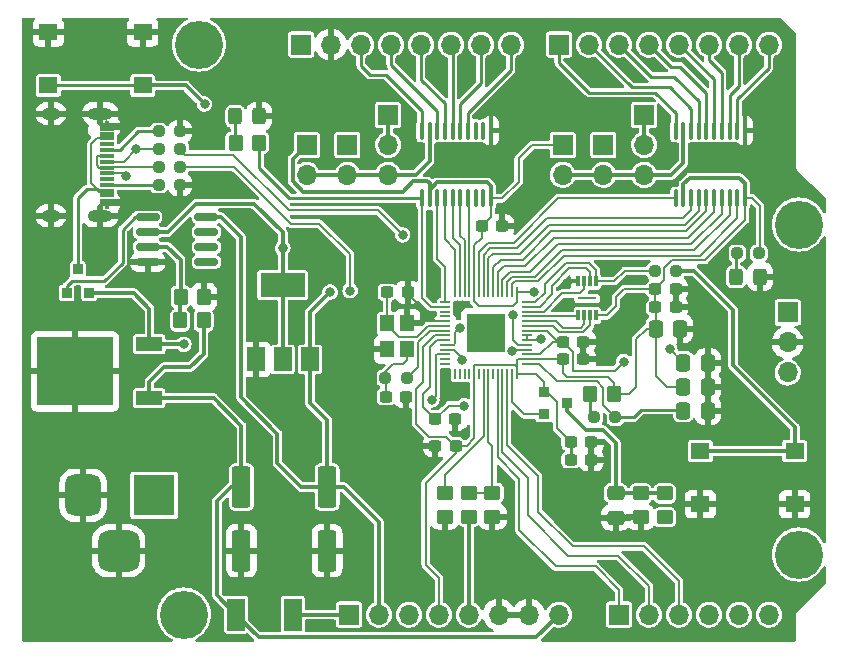
<source format=gbr>
%TF.GenerationSoftware,KiCad,Pcbnew,(6.0.5)*%
%TF.CreationDate,2024-01-23T17:09:02+09:00*%
%TF.ProjectId,PicoIno,5069636f-496e-46f2-9e6b-696361645f70,rev?*%
%TF.SameCoordinates,Original*%
%TF.FileFunction,Copper,L1,Top*%
%TF.FilePolarity,Positive*%
%FSLAX46Y46*%
G04 Gerber Fmt 4.6, Leading zero omitted, Abs format (unit mm)*
G04 Created by KiCad (PCBNEW (6.0.5)) date 2024-01-23 17:09:02*
%MOMM*%
%LPD*%
G01*
G04 APERTURE LIST*
G04 Aperture macros list*
%AMRoundRect*
0 Rectangle with rounded corners*
0 $1 Rounding radius*
0 $2 $3 $4 $5 $6 $7 $8 $9 X,Y pos of 4 corners*
0 Add a 4 corners polygon primitive as box body*
4,1,4,$2,$3,$4,$5,$6,$7,$8,$9,$2,$3,0*
0 Add four circle primitives for the rounded corners*
1,1,$1+$1,$2,$3*
1,1,$1+$1,$4,$5*
1,1,$1+$1,$6,$7*
1,1,$1+$1,$8,$9*
0 Add four rect primitives between the rounded corners*
20,1,$1+$1,$2,$3,$4,$5,0*
20,1,$1+$1,$4,$5,$6,$7,0*
20,1,$1+$1,$6,$7,$8,$9,0*
20,1,$1+$1,$8,$9,$2,$3,0*%
%AMOutline4P*
0 Free polygon, 4 corners , with rotation*
0 The origin of the aperture is its center*
0 number of corners: always 4*
0 $1 to $8 corner X, Y*
0 $9 Rotation angle, in degrees counterclockwise*
0 create outline with 4 corners*
4,1,4,$1,$2,$3,$4,$5,$6,$7,$8,$1,$2,$9*%
G04 Aperture macros list end*
%TA.AperFunction,SMDPad,CuDef*%
%ADD10RoundRect,0.237500X-0.250000X-0.237500X0.250000X-0.237500X0.250000X0.237500X-0.250000X0.237500X0*%
%TD*%
%TA.AperFunction,SMDPad,CuDef*%
%ADD11RoundRect,0.150000X-0.825000X-0.150000X0.825000X-0.150000X0.825000X0.150000X-0.825000X0.150000X0*%
%TD*%
%TA.AperFunction,SMDPad,CuDef*%
%ADD12R,2.200000X1.200000*%
%TD*%
%TA.AperFunction,SMDPad,CuDef*%
%ADD13R,6.400000X5.800000*%
%TD*%
%TA.AperFunction,ComponentPad*%
%ADD14R,1.700000X1.700000*%
%TD*%
%TA.AperFunction,ComponentPad*%
%ADD15O,1.700000X1.700000*%
%TD*%
%TA.AperFunction,SMDPad,CuDef*%
%ADD16RoundRect,0.237500X0.250000X0.237500X-0.250000X0.237500X-0.250000X-0.237500X0.250000X-0.237500X0*%
%TD*%
%TA.AperFunction,SMDPad,CuDef*%
%ADD17RoundRect,0.250000X-0.550000X1.500000X-0.550000X-1.500000X0.550000X-1.500000X0.550000X1.500000X0*%
%TD*%
%TA.AperFunction,SMDPad,CuDef*%
%ADD18RoundRect,0.237500X-0.300000X-0.237500X0.300000X-0.237500X0.300000X0.237500X-0.300000X0.237500X0*%
%TD*%
%TA.AperFunction,SMDPad,CuDef*%
%ADD19R,1.600000X1.400000*%
%TD*%
%TA.AperFunction,SMDPad,CuDef*%
%ADD20RoundRect,0.237500X0.300000X0.237500X-0.300000X0.237500X-0.300000X-0.237500X0.300000X-0.237500X0*%
%TD*%
%TA.AperFunction,SMDPad,CuDef*%
%ADD21RoundRect,0.250000X0.450000X-0.350000X0.450000X0.350000X-0.450000X0.350000X-0.450000X-0.350000X0*%
%TD*%
%TA.AperFunction,SMDPad,CuDef*%
%ADD22RoundRect,0.250000X0.337500X0.475000X-0.337500X0.475000X-0.337500X-0.475000X0.337500X-0.475000X0*%
%TD*%
%TA.AperFunction,ComponentPad*%
%ADD23R,3.500000X3.500000*%
%TD*%
%TA.AperFunction,ComponentPad*%
%ADD24RoundRect,0.750000X-0.750000X-1.000000X0.750000X-1.000000X0.750000X1.000000X-0.750000X1.000000X0*%
%TD*%
%TA.AperFunction,ComponentPad*%
%ADD25RoundRect,0.875000X-0.875000X-0.875000X0.875000X-0.875000X0.875000X0.875000X-0.875000X0.875000X0*%
%TD*%
%TA.AperFunction,SMDPad,CuDef*%
%ADD26RoundRect,0.250000X0.350000X0.450000X-0.350000X0.450000X-0.350000X-0.450000X0.350000X-0.450000X0*%
%TD*%
%TA.AperFunction,ComponentPad*%
%ADD27C,4.064000*%
%TD*%
%TA.AperFunction,SMDPad,CuDef*%
%ADD28R,1.150000X0.300000*%
%TD*%
%TA.AperFunction,ComponentPad*%
%ADD29O,1.600000X1.000000*%
%TD*%
%TA.AperFunction,ComponentPad*%
%ADD30O,2.100000X1.000000*%
%TD*%
%TA.AperFunction,SMDPad,CuDef*%
%ADD31RoundRect,0.250000X-0.350000X-0.450000X0.350000X-0.450000X0.350000X0.450000X-0.350000X0.450000X0*%
%TD*%
%TA.AperFunction,SMDPad,CuDef*%
%ADD32R,1.500000X2.700000*%
%TD*%
%TA.AperFunction,SMDPad,CuDef*%
%ADD33RoundRect,0.250000X-0.450000X0.350000X-0.450000X-0.350000X0.450000X-0.350000X0.450000X0.350000X0*%
%TD*%
%TA.AperFunction,SMDPad,CuDef*%
%ADD34RoundRect,0.250000X-0.337500X-0.475000X0.337500X-0.475000X0.337500X0.475000X-0.337500X0.475000X0*%
%TD*%
%TA.AperFunction,SMDPad,CuDef*%
%ADD35RoundRect,0.100000X0.100000X-0.637500X0.100000X0.637500X-0.100000X0.637500X-0.100000X-0.637500X0*%
%TD*%
%TA.AperFunction,SMDPad,CuDef*%
%ADD36RoundRect,0.250000X0.475000X-0.337500X0.475000X0.337500X-0.475000X0.337500X-0.475000X-0.337500X0*%
%TD*%
%TA.AperFunction,SMDPad,CuDef*%
%ADD37R,1.500000X2.000000*%
%TD*%
%TA.AperFunction,SMDPad,CuDef*%
%ADD38R,3.800000X2.000000*%
%TD*%
%TA.AperFunction,SMDPad,CuDef*%
%ADD39R,1.200000X1.400000*%
%TD*%
%TA.AperFunction,SMDPad,CuDef*%
%ADD40RoundRect,0.250000X0.325000X0.450000X-0.325000X0.450000X-0.325000X-0.450000X0.325000X-0.450000X0*%
%TD*%
%TA.AperFunction,SMDPad,CuDef*%
%ADD41Outline4P,-0.400000X-0.450000X0.400000X-0.450000X0.400000X0.450000X-0.400000X0.450000X270.000000*%
%TD*%
%TA.AperFunction,SMDPad,CuDef*%
%ADD42R,0.200000X0.875000*%
%TD*%
%TA.AperFunction,SMDPad,CuDef*%
%ADD43R,0.875000X0.200000*%
%TD*%
%TA.AperFunction,SMDPad,CuDef*%
%ADD44R,3.200000X3.200000*%
%TD*%
%TA.AperFunction,SMDPad,CuDef*%
%ADD45Outline4P,-0.400000X-0.450000X0.400000X-0.450000X0.400000X0.450000X-0.400000X0.450000X0.000000*%
%TD*%
%TA.AperFunction,SMDPad,CuDef*%
%ADD46R,0.300000X0.900000*%
%TD*%
%TA.AperFunction,SMDPad,CuDef*%
%ADD47R,1.650000X0.250000*%
%TD*%
%TA.AperFunction,ViaPad*%
%ADD48C,0.800000*%
%TD*%
%TA.AperFunction,Conductor*%
%ADD49C,0.300000*%
%TD*%
%TA.AperFunction,Conductor*%
%ADD50C,0.200000*%
%TD*%
%TA.AperFunction,Conductor*%
%ADD51C,0.250000*%
%TD*%
G04 APERTURE END LIST*
D10*
%TO.P,R1,1*%
%TO.N,Net-(J3-PadA5)*%
X124087500Y-86300000D03*
%TO.P,R1,2*%
%TO.N,GND*%
X125912500Y-86300000D03*
%TD*%
D11*
%TO.P,U3,1*%
%TO.N,Net-(Q1-Pad1)*%
X123175000Y-93545000D03*
%TO.P,U3,2,-*%
%TO.N,+3V3*%
X123175000Y-94815000D03*
%TO.P,U3,3,+*%
%TO.N,Net-(R10-Pad2)*%
X123175000Y-96085000D03*
%TO.P,U3,4,V-*%
%TO.N,GND*%
X123175000Y-97355000D03*
%TO.P,U3,5,+*%
%TO.N,unconnected-(U3-Pad5)*%
X128125000Y-97355000D03*
%TO.P,U3,6,-*%
%TO.N,unconnected-(U3-Pad6)*%
X128125000Y-96085000D03*
%TO.P,U3,7*%
%TO.N,unconnected-(U3-Pad7)*%
X128125000Y-94815000D03*
%TO.P,U3,8,V+*%
%TO.N,+5V*%
X128125000Y-93545000D03*
%TD*%
D12*
%TO.P,U4,1,IN*%
%TO.N,/Vin*%
X123300000Y-108880000D03*
D13*
%TO.P,U4,2,GND*%
%TO.N,GND*%
X117000000Y-106600000D03*
D12*
%TO.P,U4,3,OUT*%
%TO.N,+5V*%
X123300000Y-104320000D03*
%TD*%
D14*
%TO.P,J4,1,Pin_1*%
%TO.N,+3V3*%
X158300000Y-87425000D03*
D15*
%TO.P,J4,2,Pin_2*%
%TO.N,Net-(J1-Pad3)*%
X158300000Y-89965000D03*
%TD*%
D16*
%TO.P,R17,1*%
%TO.N,/XO*%
X145112500Y-107200000D03*
%TO.P,R17,2*%
%TO.N,Net-(C20-Pad1)*%
X143287500Y-107200000D03*
%TD*%
D17*
%TO.P,C4,1*%
%TO.N,+5V*%
X138350000Y-116400000D03*
%TO.P,C4,2*%
%TO.N,GND*%
X138350000Y-121800000D03*
%TD*%
D14*
%TO.P,J14,1,Pin_1*%
%TO.N,/GPIO_26(ADC0)*%
X163065000Y-127198000D03*
D15*
%TO.P,J14,2,Pin_2*%
%TO.N,/GPIO_27(ADC1)*%
X165605000Y-127198000D03*
%TO.P,J14,3,Pin_3*%
%TO.N,/GPIO_28(ADC2)*%
X168145000Y-127198000D03*
%TO.P,J14,4,Pin_4*%
%TO.N,unconnected-(J14-Pad4)*%
X170685000Y-127198000D03*
%TO.P,J14,5,Pin_5*%
%TO.N,unconnected-(J14-Pad5)*%
X173225000Y-127198000D03*
%TO.P,J14,6,Pin_6*%
%TO.N,unconnected-(J14-Pad6)*%
X175765000Y-127198000D03*
%TD*%
D18*
%TO.P,C9,1*%
%TO.N,+3V3*%
X151437500Y-94300000D03*
%TO.P,C9,2*%
%TO.N,GND*%
X153162500Y-94300000D03*
%TD*%
D19*
%TO.P,SW2,1,1*%
%TO.N,/RUN*%
X114750000Y-82400000D03*
X122750000Y-82400000D03*
%TO.P,SW2,2,2*%
%TO.N,GND*%
X122750000Y-77900000D03*
X114750000Y-77900000D03*
%TD*%
D14*
%TO.P,J6,1,Pin_1*%
%TO.N,Net-(J6-Pad1)*%
X143525000Y-84900000D03*
D15*
%TO.P,J6,2,Pin_2*%
X143525000Y-87440000D03*
%TO.P,J6,3,Pin_3*%
%TO.N,Net-(J6-Pad3)*%
X143525000Y-89980000D03*
%TD*%
D20*
%TO.P,C17,1*%
%TO.N,+3V3*%
X149237500Y-112900000D03*
%TO.P,C17,2*%
%TO.N,GND*%
X147512500Y-112900000D03*
%TD*%
D21*
%TO.P,R14,1*%
%TO.N,GND*%
X148300000Y-118900000D03*
%TO.P,R14,2*%
%TO.N,Net-(R14-Pad2)*%
X148300000Y-116900000D03*
%TD*%
D10*
%TO.P,R3,1*%
%TO.N,/QSPI_SS*%
X166087500Y-98100000D03*
%TO.P,R3,2*%
%TO.N,Net-(R3-Pad2)*%
X167912500Y-98100000D03*
%TD*%
%TO.P,R13,1*%
%TO.N,/USB_D-*%
X124087500Y-89300000D03*
%TO.P,R13,2*%
%TO.N,Net-(R13-Pad2)*%
X125912500Y-89300000D03*
%TD*%
D22*
%TO.P,C14,1*%
%TO.N,GND*%
X170587500Y-105900000D03*
%TO.P,C14,2*%
%TO.N,+1V1*%
X168512500Y-105900000D03*
%TD*%
D18*
%TO.P,C13,1*%
%TO.N,+1V1*%
X147487500Y-110650000D03*
%TO.P,C13,2*%
%TO.N,GND*%
X149212500Y-110650000D03*
%TD*%
%TO.P,C11,1*%
%TO.N,+1V1*%
X158337500Y-104100000D03*
%TO.P,C11,2*%
%TO.N,GND*%
X160062500Y-104100000D03*
%TD*%
%TO.P,C19,1*%
%TO.N,/XI*%
X143437500Y-99900000D03*
%TO.P,C19,2*%
%TO.N,GND*%
X145162500Y-99900000D03*
%TD*%
D14*
%TO.P,J1,1,Pin_1*%
%TO.N,Net-(J1-Pad1)*%
X165200000Y-84900000D03*
D15*
%TO.P,J1,2,Pin_2*%
X165200000Y-87440000D03*
%TO.P,J1,3,Pin_3*%
%TO.N,Net-(J1-Pad3)*%
X165200000Y-89980000D03*
%TD*%
D23*
%TO.P,J2,1*%
%TO.N,/power*%
X123700000Y-117092500D03*
D24*
%TO.P,J2,2*%
%TO.N,GND*%
X117700000Y-117092500D03*
D25*
%TO.P,J2,3*%
X120700000Y-121792500D03*
%TD*%
D17*
%TO.P,C3,1*%
%TO.N,/Vin*%
X131100000Y-116400000D03*
%TO.P,C3,2*%
%TO.N,GND*%
X131100000Y-121800000D03*
%TD*%
D26*
%TO.P,R10,1*%
%TO.N,GND*%
X127950000Y-100300000D03*
%TO.P,R10,2*%
%TO.N,Net-(R10-Pad2)*%
X125950000Y-100300000D03*
%TD*%
D27*
%TO.P,P5,1*%
%TO.N,N/C*%
X126235000Y-127198000D03*
%TD*%
%TO.P,P6,1*%
%TO.N,N/C*%
X178305000Y-122118000D03*
%TD*%
D28*
%TO.P,J3,A1,GND*%
%TO.N,GND*%
X119720000Y-85750000D03*
%TO.P,J3,A4,VBUS*%
%TO.N,Net-(J3-PadA4)*%
X119720000Y-86550000D03*
%TO.P,J3,A5,CC1*%
%TO.N,Net-(J3-PadA5)*%
X119720000Y-87850000D03*
%TO.P,J3,A6,D+*%
%TO.N,/USB_D+*%
X119720000Y-88850000D03*
%TO.P,J3,A7,D-*%
%TO.N,/USB_D-*%
X119720000Y-89350000D03*
%TO.P,J3,A8,SBU1*%
%TO.N,unconnected-(J3-PadA8)*%
X119720000Y-90350000D03*
%TO.P,J3,A9,VBUS*%
%TO.N,Net-(J3-PadA4)*%
X119720000Y-91650000D03*
%TO.P,J3,A12,GND*%
%TO.N,GND*%
X119720000Y-92450000D03*
%TO.P,J3,B1,GND*%
X119720000Y-92150000D03*
%TO.P,J3,B4,VBUS*%
%TO.N,Net-(J3-PadA4)*%
X119720000Y-91350000D03*
%TO.P,J3,B5,CC2*%
%TO.N,Net-(J3-PadB5)*%
X119720000Y-90850000D03*
%TO.P,J3,B6,D+*%
%TO.N,/USB_D+*%
X119720000Y-89850000D03*
%TO.P,J3,B7,D-*%
%TO.N,/USB_D-*%
X119720000Y-88350000D03*
%TO.P,J3,B8,SBU2*%
%TO.N,unconnected-(J3-PadB8)*%
X119720000Y-87350000D03*
%TO.P,J3,B9,VBUS*%
%TO.N,Net-(J3-PadA4)*%
X119720000Y-86850000D03*
%TO.P,J3,B12,GND*%
%TO.N,GND*%
X119720000Y-86050000D03*
D29*
%TO.P,J3,S1,SHIELD*%
X114975000Y-93420000D03*
X114975000Y-84780000D03*
D30*
X119155000Y-84780000D03*
X119155000Y-93420000D03*
%TD*%
D26*
%TO.P,R16,1*%
%TO.N,+3V3*%
X162650000Y-108500000D03*
%TO.P,R16,2*%
%TO.N,/ADC_VREF*%
X160650000Y-108500000D03*
%TD*%
D31*
%TO.P,R11,1*%
%TO.N,Net-(D3-Pad2)*%
X130600000Y-87250000D03*
%TO.P,R11,2*%
%TO.N,/GPIO_13*%
X132600000Y-87250000D03*
%TD*%
D32*
%TO.P,D1,1,K*%
%TO.N,/Vin*%
X130650000Y-127200000D03*
%TO.P,D1,2,A*%
%TO.N,/power*%
X135450000Y-127200000D03*
%TD*%
D33*
%TO.P,R4,1*%
%TO.N,/GPIO_24*%
X152350000Y-116900000D03*
%TO.P,R4,2*%
%TO.N,GND*%
X152350000Y-118900000D03*
%TD*%
D19*
%TO.P,SW1,1,1*%
%TO.N,Net-(R3-Pad2)*%
X169950000Y-113350000D03*
X177950000Y-113350000D03*
%TO.P,SW1,2,2*%
%TO.N,GND*%
X169950000Y-117850000D03*
X177950000Y-117850000D03*
%TD*%
D14*
%TO.P,J5,1,Pin_1*%
%TO.N,+5V*%
X161750000Y-87425000D03*
D15*
%TO.P,J5,2,Pin_2*%
%TO.N,Net-(J1-Pad3)*%
X161750000Y-89965000D03*
%TD*%
D34*
%TO.P,C16,1*%
%TO.N,Net-(C16-Pad1)*%
X168512500Y-109925000D03*
%TO.P,C16,2*%
%TO.N,GND*%
X170587500Y-109925000D03*
%TD*%
D35*
%TO.P,U6,1,A1*%
%TO.N,/GPIO_13*%
X146375000Y-91962500D03*
%TO.P,U6,2,VCCA*%
%TO.N,+3V3*%
X147025000Y-91962500D03*
%TO.P,U6,3,A2*%
%TO.N,/GPIO_12*%
X147675000Y-91962500D03*
%TO.P,U6,4,A3*%
%TO.N,/GPIO_11*%
X148325000Y-91962500D03*
%TO.P,U6,5,A4*%
%TO.N,/GPIO_10*%
X148975000Y-91962500D03*
%TO.P,U6,6,A5*%
%TO.N,/GPIO_9*%
X149625000Y-91962500D03*
%TO.P,U6,7,A6*%
%TO.N,/GPIO_8*%
X150275000Y-91962500D03*
%TO.P,U6,8,A7*%
%TO.N,unconnected-(U6-Pad8)*%
X150925000Y-91962500D03*
%TO.P,U6,9,A8*%
%TO.N,unconnected-(U6-Pad9)*%
X151575000Y-91962500D03*
%TO.P,U6,10,OE*%
%TO.N,+3V3*%
X152225000Y-91962500D03*
%TO.P,U6,11,GND*%
%TO.N,GND*%
X152225000Y-86237500D03*
%TO.P,U6,12,B8*%
%TO.N,unconnected-(U6-Pad12)*%
X151575000Y-86237500D03*
%TO.P,U6,13,B7*%
%TO.N,unconnected-(U6-Pad13)*%
X150925000Y-86237500D03*
%TO.P,U6,14,B6*%
%TO.N,/_GPIO_8*%
X150275000Y-86237500D03*
%TO.P,U6,15,B5*%
%TO.N,/_GPIO_9*%
X149625000Y-86237500D03*
%TO.P,U6,16,B4*%
%TO.N,/_GPIO_10*%
X148975000Y-86237500D03*
%TO.P,U6,17,B3*%
%TO.N,/_GPIO_11*%
X148325000Y-86237500D03*
%TO.P,U6,18,B2*%
%TO.N,/_GPIO_12*%
X147675000Y-86237500D03*
%TO.P,U6,19,VCCB*%
%TO.N,Net-(J6-Pad3)*%
X147025000Y-86237500D03*
%TO.P,U6,20,B1*%
%TO.N,/_GPIO_13*%
X146375000Y-86237500D03*
%TD*%
D22*
%TO.P,C1,1*%
%TO.N,GND*%
X168237500Y-103000000D03*
%TO.P,C1,2*%
%TO.N,+3V3*%
X166162500Y-103000000D03*
%TD*%
D21*
%TO.P,R5,1*%
%TO.N,+5V*%
X150350000Y-118900000D03*
%TO.P,R5,2*%
%TO.N,/GPIO_24*%
X150350000Y-116900000D03*
%TD*%
D10*
%TO.P,R2,1*%
%TO.N,Net-(J3-PadB5)*%
X124087500Y-90800000D03*
%TO.P,R2,2*%
%TO.N,GND*%
X125912500Y-90800000D03*
%TD*%
D14*
%TO.P,J15,1,Pin_1*%
%TO.N,/SWCLK*%
X177350000Y-101625000D03*
D15*
%TO.P,J15,2,Pin_2*%
%TO.N,GND*%
X177350000Y-104165000D03*
%TO.P,J15,3,Pin_3*%
%TO.N,/SWDIO*%
X177350000Y-106705000D03*
%TD*%
D16*
%TO.P,R12,1*%
%TO.N,Net-(R12-Pad1)*%
X125912500Y-87800000D03*
%TO.P,R12,2*%
%TO.N,/USB_D+*%
X124087500Y-87800000D03*
%TD*%
D36*
%TO.P,C6,1*%
%TO.N,GND*%
X162800000Y-118987500D03*
%TO.P,C6,2*%
%TO.N,Net-(C6-Pad2)*%
X162800000Y-116912500D03*
%TD*%
D14*
%TO.P,J8,1,Pin_1*%
%TO.N,+3V3*%
X136625000Y-87425000D03*
D15*
%TO.P,J8,2,Pin_2*%
%TO.N,Net-(J6-Pad3)*%
X136625000Y-89965000D03*
%TD*%
D37*
%TO.P,U5,1,GND*%
%TO.N,GND*%
X132300000Y-105600000D03*
D38*
%TO.P,U5,2,VO*%
%TO.N,+3V3*%
X134600000Y-99300000D03*
D37*
X134600000Y-105600000D03*
%TO.P,U5,3,VI*%
%TO.N,+5V*%
X136900000Y-105600000D03*
%TD*%
D18*
%TO.P,C20,1*%
%TO.N,Net-(C20-Pad1)*%
X143337500Y-108750000D03*
%TO.P,C20,2*%
%TO.N,GND*%
X145062500Y-108750000D03*
%TD*%
D10*
%TO.P,R8,1*%
%TO.N,Net-(D2-Pad2)*%
X173087500Y-96600000D03*
%TO.P,R8,2*%
%TO.N,+3V3*%
X174912500Y-96600000D03*
%TD*%
D18*
%TO.P,C12,1*%
%TO.N,+3V3*%
X158987500Y-112600000D03*
%TO.P,C12,2*%
%TO.N,GND*%
X160712500Y-112600000D03*
%TD*%
D34*
%TO.P,C15,1*%
%TO.N,+3V3*%
X168512500Y-107900000D03*
%TO.P,C15,2*%
%TO.N,GND*%
X170587500Y-107900000D03*
%TD*%
D26*
%TO.P,R9,1*%
%TO.N,/Vin*%
X127900000Y-102300000D03*
%TO.P,R9,2*%
%TO.N,Net-(R10-Pad2)*%
X125900000Y-102300000D03*
%TD*%
D16*
%TO.P,R15,1*%
%TO.N,Net-(C16-Pad1)*%
X162762500Y-110500000D03*
%TO.P,R15,2*%
%TO.N,/ADC_VREF*%
X160937500Y-110500000D03*
%TD*%
D18*
%TO.P,C18,1*%
%TO.N,+3V3*%
X158987500Y-114100000D03*
%TO.P,C18,2*%
%TO.N,GND*%
X160712500Y-114100000D03*
%TD*%
D33*
%TO.P,R7,1*%
%TO.N,Net-(C6-Pad2)*%
X164900000Y-116950000D03*
%TO.P,R7,2*%
%TO.N,GND*%
X164900000Y-118950000D03*
%TD*%
D14*
%TO.P,J9,1,Pin_1*%
%TO.N,+5V*%
X140075000Y-87425000D03*
D15*
%TO.P,J9,2,Pin_2*%
%TO.N,Net-(J6-Pad3)*%
X140075000Y-89965000D03*
%TD*%
D18*
%TO.P,C10,1*%
%TO.N,+3V3*%
X158337500Y-105600000D03*
%TO.P,C10,2*%
%TO.N,GND*%
X160062500Y-105600000D03*
%TD*%
D14*
%TO.P,J11,1,Pin_1*%
%TO.N,unconnected-(J11-Pad1)*%
X136141000Y-78938000D03*
D15*
%TO.P,J11,2,Pin_2*%
%TO.N,GND*%
X138681000Y-78938000D03*
%TO.P,J11,3,Pin_3*%
%TO.N,/_GPIO_13*%
X141221000Y-78938000D03*
%TO.P,J11,4,Pin_4*%
%TO.N,/_GPIO_12*%
X143761000Y-78938000D03*
%TO.P,J11,5,Pin_5*%
%TO.N,/_GPIO_11*%
X146301000Y-78938000D03*
%TO.P,J11,6,Pin_6*%
%TO.N,/_GPIO_10*%
X148841000Y-78938000D03*
%TO.P,J11,7,Pin_7*%
%TO.N,/_GPIO_9*%
X151381000Y-78938000D03*
%TO.P,J11,8,Pin_8*%
%TO.N,/_GPIO_8*%
X153921000Y-78938000D03*
%TD*%
D21*
%TO.P,R6,1*%
%TO.N,/VSYS*%
X166950000Y-118950000D03*
%TO.P,R6,2*%
%TO.N,Net-(C6-Pad2)*%
X166950000Y-116950000D03*
%TD*%
D39*
%TO.P,Y1,1,1*%
%TO.N,/XI*%
X143450000Y-102550000D03*
%TO.P,Y1,2,2*%
%TO.N,GND*%
X143450000Y-104750000D03*
%TO.P,Y1,3,3*%
%TO.N,Net-(C20-Pad1)*%
X145150000Y-104750000D03*
%TO.P,Y1,4,4*%
%TO.N,GND*%
X145150000Y-102550000D03*
%TD*%
D27*
%TO.P,P7,1*%
%TO.N,N/C*%
X127505000Y-78938000D03*
%TD*%
D14*
%TO.P,J12,1,Pin_1*%
%TO.N,/_GPIO_7*%
X157985000Y-78938000D03*
D15*
%TO.P,J12,2,Pin_2*%
%TO.N,/_GPIO_6*%
X160525000Y-78938000D03*
%TO.P,J12,3,Pin_3*%
%TO.N,/_GPIO_5*%
X163065000Y-78938000D03*
%TO.P,J12,4,Pin_4*%
%TO.N,/_GPIO_4*%
X165605000Y-78938000D03*
%TO.P,J12,5,Pin_5*%
%TO.N,/_GPIO_3*%
X168145000Y-78938000D03*
%TO.P,J12,6,Pin_6*%
%TO.N,/_GPIO_2*%
X170685000Y-78938000D03*
%TO.P,J12,7,Pin_7*%
%TO.N,/_GPIO_1*%
X173225000Y-78938000D03*
%TO.P,J12,8,Pin_8*%
%TO.N,/_GPIO_0*%
X175765000Y-78938000D03*
%TD*%
D40*
%TO.P,D3,1,K*%
%TO.N,GND*%
X132625000Y-85000000D03*
%TO.P,D3,2,A*%
%TO.N,Net-(D3-Pad2)*%
X130575000Y-85000000D03*
%TD*%
D35*
%TO.P,U1,1,A1*%
%TO.N,/GPIO_7*%
X167875000Y-91962500D03*
%TO.P,U1,2,VCCA*%
%TO.N,+3V3*%
X168525000Y-91962500D03*
%TO.P,U1,3,A2*%
%TO.N,/GPIO_6*%
X169175000Y-91962500D03*
%TO.P,U1,4,A3*%
%TO.N,/GPIO_5*%
X169825000Y-91962500D03*
%TO.P,U1,5,A4*%
%TO.N,/GPIO_4*%
X170475000Y-91962500D03*
%TO.P,U1,6,A5*%
%TO.N,/GPIO_3*%
X171125000Y-91962500D03*
%TO.P,U1,7,A6*%
%TO.N,/GPIO_2*%
X171775000Y-91962500D03*
%TO.P,U1,8,A7*%
%TO.N,/GPIO_1*%
X172425000Y-91962500D03*
%TO.P,U1,9,A8*%
%TO.N,/GPIO_0*%
X173075000Y-91962500D03*
%TO.P,U1,10,OE*%
%TO.N,+3V3*%
X173725000Y-91962500D03*
%TO.P,U1,11,GND*%
%TO.N,GND*%
X173725000Y-86237500D03*
%TO.P,U1,12,B8*%
%TO.N,/_GPIO_0*%
X173075000Y-86237500D03*
%TO.P,U1,13,B7*%
%TO.N,/_GPIO_1*%
X172425000Y-86237500D03*
%TO.P,U1,14,B6*%
%TO.N,/_GPIO_2*%
X171775000Y-86237500D03*
%TO.P,U1,15,B5*%
%TO.N,/_GPIO_3*%
X171125000Y-86237500D03*
%TO.P,U1,16,B4*%
%TO.N,/_GPIO_4*%
X170475000Y-86237500D03*
%TO.P,U1,17,B3*%
%TO.N,/_GPIO_5*%
X169825000Y-86237500D03*
%TO.P,U1,18,B2*%
%TO.N,/_GPIO_6*%
X169175000Y-86237500D03*
%TO.P,U1,19,VCCB*%
%TO.N,Net-(J1-Pad3)*%
X168525000Y-86237500D03*
%TO.P,U1,20,B1*%
%TO.N,/_GPIO_7*%
X167875000Y-86237500D03*
%TD*%
D27*
%TO.P,P8,1*%
%TO.N,N/C*%
X178305000Y-94178000D03*
%TD*%
D14*
%TO.P,J13,1,Pin_1*%
%TO.N,/power*%
X140205000Y-127198000D03*
D15*
%TO.P,J13,2,Pin_2*%
%TO.N,+5V*%
X142745000Y-127198000D03*
%TO.P,J13,3,Pin_3*%
%TO.N,/RUN*%
X145285000Y-127198000D03*
%TO.P,J13,4,Pin_4*%
%TO.N,+3V3*%
X147825000Y-127198000D03*
%TO.P,J13,5,Pin_5*%
%TO.N,+5V*%
X150365000Y-127198000D03*
%TO.P,J13,6,Pin_6*%
%TO.N,GND*%
X152905000Y-127198000D03*
%TO.P,J13,7,Pin_7*%
X155445000Y-127198000D03*
%TO.P,J13,8,Pin_8*%
%TO.N,/Vin*%
X157985000Y-127198000D03*
%TD*%
D20*
%TO.P,C2,1*%
%TO.N,GND*%
X167862500Y-101200000D03*
%TO.P,C2,2*%
%TO.N,+3V3*%
X166137500Y-101200000D03*
%TD*%
D41*
%TO.P,Q2,1,G*%
%TO.N,+3V3*%
X156700000Y-108350000D03*
%TO.P,Q2,2,S*%
%TO.N,/GPIO_29(ADC3)*%
X156700000Y-110250000D03*
%TO.P,Q2,3,D*%
%TO.N,Net-(C6-Pad2)*%
X158700000Y-109300000D03*
%TD*%
D40*
%TO.P,D2,1,K*%
%TO.N,GND*%
X175025000Y-98600000D03*
%TO.P,D2,2,A*%
%TO.N,Net-(D2-Pad2)*%
X172975000Y-98600000D03*
%TD*%
D18*
%TO.P,C8,1*%
%TO.N,+3V3*%
X166137500Y-99650000D03*
%TO.P,C8,2*%
%TO.N,GND*%
X167862500Y-99650000D03*
%TD*%
D42*
%TO.P,U7,1,VDDIO0*%
%TO.N,+3V3*%
X154400000Y-99925000D03*
%TO.P,U7,2,GPIO0*%
%TO.N,/GPIO_0*%
X154000000Y-99925000D03*
%TO.P,U7,3,GPIO1*%
%TO.N,/GPIO_1*%
X153600000Y-99925000D03*
%TO.P,U7,4,GPIO2*%
%TO.N,/GPIO_2*%
X153200000Y-99925000D03*
%TO.P,U7,5,GPIO3*%
%TO.N,/GPIO_3*%
X152800000Y-99925000D03*
%TO.P,U7,6,GPIO4*%
%TO.N,/GPIO_4*%
X152400000Y-99925000D03*
%TO.P,U7,7,GPIO5*%
%TO.N,/GPIO_5*%
X152000000Y-99925000D03*
%TO.P,U7,8,GPIO6*%
%TO.N,/GPIO_6*%
X151600000Y-99925000D03*
%TO.P,U7,9,GPIO7*%
%TO.N,/GPIO_7*%
X151200000Y-99925000D03*
%TO.P,U7,10,VDDIO1*%
%TO.N,+3V3*%
X150800000Y-99925000D03*
%TO.P,U7,11,GPIO8*%
%TO.N,/GPIO_8*%
X150400000Y-99925000D03*
%TO.P,U7,12,GPIO9*%
%TO.N,/GPIO_9*%
X150000000Y-99925000D03*
%TO.P,U7,13,GPIO10*%
%TO.N,/GPIO_10*%
X149600000Y-99925000D03*
%TO.P,U7,14,GPIO11*%
%TO.N,/GPIO_11*%
X149200000Y-99925000D03*
D43*
%TO.P,U7,15,GPIO12*%
%TO.N,/GPIO_12*%
X148363000Y-100762000D03*
%TO.P,U7,16,GPIO13*%
%TO.N,/GPIO_13*%
X148363000Y-101162000D03*
%TO.P,U7,17,GPIO14*%
%TO.N,/GPIO_14*%
X148363000Y-101562000D03*
%TO.P,U7,18,GPIO15*%
%TO.N,/GPIO_15*%
X148363000Y-101962000D03*
%TO.P,U7,19,TESTEN*%
%TO.N,GND*%
X148363000Y-102362000D03*
%TO.P,U7,20,XI*%
%TO.N,/XI*%
X148363000Y-102762000D03*
%TO.P,U7,21,XO*%
%TO.N,/XO*%
X148363000Y-103162000D03*
%TO.P,U7,22,VDDIO2*%
%TO.N,+3V3*%
X148363000Y-103562000D03*
%TO.P,U7,23,VDDC0*%
%TO.N,+1V1*%
X148363000Y-103962000D03*
%TO.P,U7,24,SWCLK*%
%TO.N,/SWCLK*%
X148363000Y-104362000D03*
%TO.P,U7,25,SWDIO*%
%TO.N,/SWDIO*%
X148363000Y-104762000D03*
%TO.P,U7,26,RUN*%
%TO.N,/RUN*%
X148363000Y-105162000D03*
%TO.P,U7,27,GPIO16*%
%TO.N,/GPIO_16*%
X148363000Y-105562000D03*
%TO.P,U7,28,GPIO17*%
%TO.N,/GPIO_17*%
X148363000Y-105962000D03*
D42*
%TO.P,U7,29,GPIO18*%
%TO.N,/GPIO_18*%
X149200000Y-106800000D03*
%TO.P,U7,30,GPIO19*%
%TO.N,/GPIO_19*%
X149600000Y-106800000D03*
%TO.P,U7,31,GPIO20*%
%TO.N,/GPIO_20*%
X150000000Y-106800000D03*
%TO.P,U7,32,GPIO21*%
%TO.N,/GPIO_21*%
X150400000Y-106800000D03*
%TO.P,U7,33,VDDIO3*%
%TO.N,+3V3*%
X150800000Y-106800000D03*
%TO.P,U7,34,GPIO22*%
%TO.N,/GPIO_22*%
X151200000Y-106800000D03*
%TO.P,U7,35,GPIO23*%
%TO.N,Net-(R14-Pad2)*%
X151600000Y-106800000D03*
%TO.P,U7,36,GPIO24*%
%TO.N,/GPIO_24*%
X152000000Y-106800000D03*
%TO.P,U7,37,GPIO25*%
%TO.N,/GPIO_25*%
X152400000Y-106800000D03*
%TO.P,U7,38,GPIO26_ADC0*%
%TO.N,/GPIO_26(ADC0)*%
X152800000Y-106800000D03*
%TO.P,U7,39,GPIO27_ADC1*%
%TO.N,/GPIO_27(ADC1)*%
X153200000Y-106800000D03*
%TO.P,U7,40,GPIO28_ADC2*%
%TO.N,/GPIO_28(ADC2)*%
X153600000Y-106800000D03*
%TO.P,U7,41,GPIO29_ADC3*%
%TO.N,/GPIO_29(ADC3)*%
X154000000Y-106800000D03*
%TO.P,U7,42,VDDIO4*%
%TO.N,+3V3*%
X154400000Y-106800000D03*
D43*
%TO.P,U7,43,ADC_AVDD*%
%TO.N,Net-(C16-Pad1)*%
X155238000Y-105962000D03*
%TO.P,U7,44,LDO_VIN*%
%TO.N,+3V3*%
X155238000Y-105562000D03*
%TO.P,U7,45,LDO_VOUT*%
%TO.N,+1V1*%
X155238000Y-105162000D03*
%TO.P,U7,46,USB_DM*%
%TO.N,Net-(R13-Pad2)*%
X155238000Y-104762000D03*
%TO.P,U7,47,USB_DP*%
%TO.N,Net-(R12-Pad1)*%
X155238000Y-104362000D03*
%TO.P,U7,48,USB_VDD*%
%TO.N,+3V3*%
X155238000Y-103962000D03*
%TO.P,U7,49,VDDIO5*%
X155238000Y-103562000D03*
%TO.P,U7,50,VDDC1*%
%TO.N,+1V1*%
X155238000Y-103162000D03*
%TO.P,U7,51,QSPI_D3*%
%TO.N,/QSPI_D3*%
X155238000Y-102762000D03*
%TO.P,U7,52,QSPI_CK*%
%TO.N,/QSPI_CK*%
X155238000Y-102362000D03*
%TO.P,U7,53,QSPI_D0*%
%TO.N,/QSPI_D0*%
X155238000Y-101962000D03*
%TO.P,U7,54,QSPI_D2*%
%TO.N,/QSPI_D2*%
X155238000Y-101562000D03*
%TO.P,U7,55,QSPI_D1*%
%TO.N,/QSPI_D1*%
X155238000Y-101162000D03*
%TO.P,U7,56,QSPI_SS*%
%TO.N,/QSPI_SS*%
X155238000Y-100762000D03*
D44*
%TO.P,U7,57,GND*%
%TO.N,GND*%
X151800000Y-103362000D03*
%TD*%
D45*
%TO.P,Q1,1,G*%
%TO.N,Net-(Q1-Pad1)*%
X116300000Y-99975000D03*
%TO.P,Q1,2,S*%
%TO.N,+5V*%
X118200000Y-99975000D03*
%TO.P,Q1,3,D*%
%TO.N,Net-(J3-PadA4)*%
X117250000Y-97975000D03*
%TD*%
D46*
%TO.P,U2,1,~{CS}*%
%TO.N,/QSPI_SS*%
X161124290Y-98975711D03*
%TO.P,U2,2,DI_IO1*%
%TO.N,/QSPI_D1*%
X160624290Y-98975711D03*
%TO.P,U2,3,~{WP}_IO2*%
%TO.N,/QSPI_D2*%
X160124290Y-98975711D03*
%TO.P,U2,4,GND*%
%TO.N,GND*%
X159624290Y-98975711D03*
%TO.P,U2,5,DI_IO0*%
%TO.N,/QSPI_D0*%
X159624290Y-101875711D03*
%TO.P,U2,6,CLK*%
%TO.N,/QSPI_CK*%
X160124290Y-101875711D03*
%TO.P,U2,7,~{HOLD}_IO3*%
%TO.N,/QSPI_D3*%
X160624290Y-101875711D03*
%TO.P,U2,8,VCC*%
%TO.N,+3V3*%
X161124290Y-101875711D03*
D47*
%TO.P,U2,9,PAD*%
%TO.N,unconnected-(U2-Pad9)*%
X160374290Y-100425711D03*
%TD*%
D48*
%TO.N,+3V3*%
X155830378Y-99930378D03*
X156475000Y-103900000D03*
X166137500Y-99650000D03*
X134600000Y-96175000D03*
%TO.N,+1V1*%
X163475000Y-105775000D03*
X149975000Y-109500000D03*
X168512500Y-106224500D03*
X167375000Y-104750000D03*
%TO.N,/USB_D+*%
X121300000Y-90100000D03*
X122200000Y-87800000D03*
%TO.N,/RUN*%
X147225000Y-109000000D03*
X127975000Y-83975000D03*
%TO.N,/SWCLK*%
X149600498Y-102925000D03*
%TO.N,/SWDIO*%
X149775000Y-105650000D03*
%TO.N,Net-(R12-Pad1)*%
X154100000Y-101875000D03*
X144750000Y-95050000D03*
%TO.N,Net-(R13-Pad2)*%
X140300000Y-99775000D03*
X153999502Y-104862500D03*
%TO.N,GND*%
X140775000Y-101975000D03*
X162275000Y-97700000D03*
X149600000Y-101200000D03*
X130025000Y-95900000D03*
X149275000Y-108625000D03*
X129750000Y-100050000D03*
X156125000Y-90750000D03*
X149225000Y-110650000D03*
X154775000Y-92850000D03*
X150700000Y-102225000D03*
X123050000Y-98850000D03*
X136125000Y-112525000D03*
X148925000Y-123525000D03*
X176175000Y-87800000D03*
X160500000Y-115900000D03*
X129150000Y-106725000D03*
X129975000Y-90850000D03*
X133375000Y-81800000D03*
X158450000Y-101100000D03*
X150025000Y-111850000D03*
X143850000Y-97150000D03*
X173225000Y-121375000D03*
X158700000Y-99150000D03*
X170625000Y-103250000D03*
X166825000Y-121350000D03*
X133975000Y-108500000D03*
X173250000Y-124250000D03*
X154400000Y-122475000D03*
X164325000Y-100625000D03*
X132025000Y-93525000D03*
X132425000Y-97050000D03*
X148525000Y-120850000D03*
X139675000Y-105575000D03*
X152550000Y-103825000D03*
X158400000Y-124400000D03*
X177650000Y-98700000D03*
X162975000Y-103000000D03*
X155975000Y-84150000D03*
X147350000Y-97875000D03*
X141150000Y-94050000D03*
X147375000Y-100050000D03*
X174200000Y-102800000D03*
X150750000Y-103900000D03*
%TO.N,+5V*%
X136900000Y-105600000D03*
X126225000Y-104325000D03*
X138600000Y-99900000D03*
%TD*%
D49*
%TO.N,+3V3*%
X135425489Y-90488469D02*
X136337020Y-91400000D01*
D50*
X173725000Y-93800000D02*
X173725000Y-91962500D01*
D49*
X152225000Y-90950000D02*
X152225000Y-91962500D01*
X147025000Y-91239283D02*
X147664283Y-90600000D01*
D50*
X156000000Y-106800000D02*
X156700000Y-107500000D01*
D49*
X127275000Y-92400000D02*
X132150000Y-92400000D01*
D50*
X174362500Y-91962500D02*
X175000000Y-92600000D01*
D49*
X124860000Y-94815000D02*
X127275000Y-92400000D01*
X146850000Y-90525000D02*
X147025000Y-90700000D01*
D50*
X147461472Y-103562000D02*
X146475000Y-104548472D01*
D49*
X134600000Y-94850000D02*
X134600000Y-96175000D01*
D50*
X170325480Y-97199520D02*
X173725000Y-93800000D01*
X157800000Y-111412500D02*
X158987500Y-112600000D01*
X154575000Y-88575000D02*
X155725000Y-87425000D01*
X155238000Y-103562000D02*
X155238000Y-103962000D01*
X167100000Y-107900000D02*
X168512500Y-107900000D01*
D49*
X145625000Y-90525000D02*
X146850000Y-90525000D01*
D50*
X150800000Y-106800000D02*
X150800000Y-112275000D01*
D49*
X168525000Y-91962500D02*
X168525000Y-90725000D01*
X147025000Y-91962500D02*
X147025000Y-91239283D01*
X147664283Y-90600000D02*
X151875000Y-90600000D01*
D50*
X157800000Y-109200000D02*
X157800000Y-111412500D01*
X150175000Y-112900000D02*
X149237500Y-112900000D01*
D49*
X151875000Y-90600000D02*
X152225000Y-90950000D01*
D50*
X154400000Y-106800000D02*
X156000000Y-106800000D01*
X158337500Y-106762500D02*
X158625000Y-107050000D01*
X156950000Y-108350000D02*
X157800000Y-109200000D01*
X154575000Y-90575000D02*
X154575000Y-88575000D01*
X150800000Y-99925000D02*
X150800000Y-95925000D01*
X154400000Y-100725000D02*
X154400000Y-99925000D01*
D49*
X147025000Y-90700000D02*
X147025000Y-91962500D01*
D50*
X152225000Y-91962500D02*
X153187500Y-91962500D01*
X163900000Y-108500000D02*
X164500000Y-107900000D01*
D51*
X158987500Y-114100000D02*
X158987500Y-112600000D01*
D50*
X145899520Y-111034940D02*
X146989580Y-112125000D01*
X148462500Y-112125000D02*
X149237500Y-112900000D01*
X166137500Y-99650000D02*
X166874520Y-98912980D01*
X156413000Y-103962000D02*
X156475000Y-103900000D01*
X164500000Y-107900000D02*
X164500000Y-103900000D01*
X167550480Y-97199520D02*
X170325480Y-97199520D01*
X151175000Y-101050000D02*
X154075000Y-101050000D01*
X165400000Y-103000000D02*
X166162500Y-103000000D01*
X154075000Y-101050000D02*
X154400000Y-100725000D01*
X166874520Y-98912980D02*
X166874520Y-97875480D01*
X154501478Y-105562000D02*
X154400000Y-105663478D01*
X162024289Y-101875711D02*
X161124290Y-101875711D01*
X162650000Y-108500000D02*
X163900000Y-108500000D01*
X166162500Y-103000000D02*
X166162500Y-106962500D01*
X155238000Y-103962000D02*
X156413000Y-103962000D01*
X173725000Y-91962500D02*
X174362500Y-91962500D01*
X146475000Y-107550000D02*
X145899520Y-108125480D01*
X164500000Y-103900000D02*
X165400000Y-103000000D01*
D49*
X134600000Y-105600000D02*
X134600000Y-99300000D01*
D50*
X152225000Y-93512500D02*
X151437500Y-94300000D01*
X150800000Y-106800000D02*
X150800000Y-106063478D01*
X146475000Y-104548472D02*
X146475000Y-107550000D01*
X152225000Y-91962500D02*
X152225000Y-93512500D01*
X155238000Y-105562000D02*
X154501478Y-105562000D01*
X146700000Y-122975000D02*
X147825000Y-124100000D01*
D49*
X173225000Y-90200000D02*
X173725000Y-90700000D01*
D50*
X150800000Y-112275000D02*
X150175000Y-112900000D01*
X166162500Y-101225000D02*
X166137500Y-101200000D01*
D49*
X134600000Y-96175000D02*
X134600000Y-99300000D01*
X123175000Y-94815000D02*
X124860000Y-94815000D01*
D50*
X148363000Y-103562000D02*
X147461472Y-103562000D01*
X147825000Y-124100000D02*
X147825000Y-127198000D01*
X154400000Y-99925000D02*
X155825000Y-99925000D01*
D49*
X132150000Y-92400000D02*
X134600000Y-94850000D01*
D50*
X156700000Y-108350000D02*
X156950000Y-108350000D01*
X155825000Y-99925000D02*
X155830378Y-99930378D01*
X158299500Y-105562000D02*
X155238000Y-105562000D01*
X163500000Y-99650000D02*
X162800000Y-100350000D01*
X162800000Y-100350000D02*
X162800000Y-101100000D01*
D49*
X136625000Y-87425000D02*
X135425489Y-88624511D01*
D50*
X154237989Y-106062989D02*
X154400000Y-106225000D01*
X156700000Y-107500000D02*
X156700000Y-108350000D01*
X150800000Y-95925000D02*
X151437500Y-95287500D01*
X166162500Y-103000000D02*
X166162500Y-101225000D01*
X149237500Y-113487500D02*
X146700000Y-116025000D01*
X146700000Y-116025000D02*
X146700000Y-122975000D01*
D49*
X144750000Y-91400000D02*
X145625000Y-90525000D01*
D50*
X149237500Y-112900000D02*
X149237500Y-113487500D01*
X150800489Y-106062989D02*
X154237989Y-106062989D01*
X166874520Y-97875480D02*
X167550480Y-97199520D01*
X150800000Y-99925000D02*
X150800000Y-100675000D01*
X154400000Y-106225000D02*
X154400000Y-106800000D01*
X151437500Y-95287500D02*
X151437500Y-94300000D01*
X154400000Y-105663478D02*
X154400000Y-106800000D01*
X166137500Y-99650000D02*
X163500000Y-99650000D01*
X162650000Y-107575000D02*
X162650000Y-108500000D01*
X166137500Y-99650000D02*
X166137500Y-101200000D01*
D49*
X135425489Y-88624511D02*
X135425489Y-90488469D01*
D50*
X175000000Y-96512500D02*
X174912500Y-96600000D01*
X166162500Y-106962500D02*
X167100000Y-107900000D01*
D49*
X173725000Y-90700000D02*
X173725000Y-91962500D01*
D50*
X162125000Y-107050000D02*
X162650000Y-107575000D01*
X150800000Y-100675000D02*
X151175000Y-101050000D01*
X153187500Y-91962500D02*
X154575000Y-90575000D01*
X158337500Y-105600000D02*
X158337500Y-106762500D01*
X145899520Y-108125480D02*
X145899520Y-111034940D01*
X146989580Y-112125000D02*
X148462500Y-112125000D01*
X175000000Y-92600000D02*
X175000000Y-96512500D01*
X155725000Y-87425000D02*
X158300000Y-87425000D01*
X150800000Y-106063478D02*
X150800489Y-106062989D01*
X162800000Y-101100000D02*
X162024289Y-101875711D01*
X158337500Y-105600000D02*
X158299500Y-105562000D01*
D49*
X136337020Y-91400000D02*
X144750000Y-91400000D01*
X169050000Y-90200000D02*
X173225000Y-90200000D01*
X168525000Y-90725000D02*
X169050000Y-90200000D01*
D50*
X158625000Y-107050000D02*
X162125000Y-107050000D01*
D49*
%TO.N,/Vin*%
X127900000Y-105125000D02*
X127900000Y-102300000D01*
X124525000Y-106250000D02*
X126775000Y-106250000D01*
X126775000Y-106250000D02*
X127900000Y-105125000D01*
X123300000Y-108880000D02*
X123300000Y-107475000D01*
X129025000Y-117575000D02*
X129025000Y-125575000D01*
X123300000Y-108880000D02*
X128755000Y-108880000D01*
X132550000Y-129100000D02*
X130650000Y-127200000D01*
X130200000Y-116400000D02*
X129025000Y-117575000D01*
X156083000Y-129100000D02*
X132550000Y-129100000D01*
X131100000Y-116400000D02*
X130200000Y-116400000D01*
X123300000Y-107475000D02*
X124525000Y-106250000D01*
X129025000Y-125575000D02*
X130650000Y-127200000D01*
X157985000Y-127198000D02*
X156083000Y-129100000D01*
X128755000Y-108880000D02*
X131100000Y-111225000D01*
X131100000Y-111225000D02*
X131100000Y-116400000D01*
%TO.N,Net-(C6-Pad2)*%
X158700000Y-110000000D02*
X160275000Y-111575000D01*
X161700000Y-111575000D02*
X162800000Y-112675000D01*
X162800000Y-112675000D02*
X162800000Y-116912500D01*
X164862500Y-116912500D02*
X164900000Y-116950000D01*
X160275000Y-111575000D02*
X161700000Y-111575000D01*
X158700000Y-109300000D02*
X158700000Y-110000000D01*
X166950000Y-116950000D02*
X164900000Y-116950000D01*
X162800000Y-116912500D02*
X164862500Y-116912500D01*
D50*
%TO.N,+1V1*%
X159199040Y-106550000D02*
X162700000Y-106550000D01*
X146475000Y-108525000D02*
X146475000Y-109637500D01*
X157475000Y-104100000D02*
X158337500Y-104100000D01*
X168512500Y-105887500D02*
X167375000Y-104750000D01*
X155238000Y-105162000D02*
X156413000Y-105162000D01*
X168512500Y-105900000D02*
X168512500Y-105887500D01*
X147050000Y-107950000D02*
X146475000Y-108525000D01*
X159174520Y-104937020D02*
X159174520Y-106525480D01*
X158337500Y-104100000D02*
X159174520Y-104937020D01*
X156962000Y-103162000D02*
X155238000Y-103162000D01*
X159174520Y-106525480D02*
X159199040Y-106550000D01*
X148637500Y-109500000D02*
X149975000Y-109500000D01*
X157900000Y-104100000D02*
X156962000Y-103162000D01*
X156413000Y-105162000D02*
X157475000Y-104100000D01*
X158337500Y-104100000D02*
X157900000Y-104100000D01*
X147487500Y-110650000D02*
X148637500Y-109500000D01*
X146475000Y-109637500D02*
X147487500Y-110650000D01*
X162700000Y-106550000D02*
X163475000Y-105775000D01*
X147626478Y-103962000D02*
X147050000Y-104538478D01*
X148363000Y-103962000D02*
X147626478Y-103962000D01*
X147050000Y-104538478D02*
X147050000Y-107950000D01*
%TO.N,Net-(C16-Pad1)*%
X161750480Y-109487980D02*
X161750480Y-108023342D01*
D51*
X164300000Y-110500000D02*
X164950000Y-109850000D01*
X164950000Y-109850000D02*
X168512500Y-109850000D01*
D50*
X161177138Y-107450000D02*
X157800000Y-107450000D01*
X157800000Y-107450000D02*
X156312000Y-105962000D01*
X156312000Y-105962000D02*
X155238000Y-105962000D01*
X162762500Y-110500000D02*
X161750480Y-109487980D01*
X161750480Y-108023342D02*
X161177138Y-107450000D01*
D51*
X162762500Y-110500000D02*
X164300000Y-110500000D01*
D50*
%TO.N,/XI*%
X146872994Y-102762000D02*
X148363000Y-102762000D01*
X143450000Y-102550000D02*
X143450000Y-102650000D01*
X143450000Y-102650000D02*
X144475000Y-103675000D01*
X143450000Y-99912500D02*
X143450000Y-102550000D01*
X143437500Y-99900000D02*
X143450000Y-99912500D01*
X144475000Y-103675000D02*
X145959994Y-103675000D01*
X145959994Y-103675000D02*
X146872994Y-102762000D01*
%TO.N,Net-(C20-Pad1)*%
X143950000Y-106000000D02*
X143287500Y-106662500D01*
X143337500Y-107250000D02*
X143287500Y-107200000D01*
X144800000Y-106000000D02*
X143950000Y-106000000D01*
X145150000Y-104750000D02*
X145150000Y-105650000D01*
X145150000Y-105650000D02*
X144800000Y-106000000D01*
X143337500Y-108750000D02*
X143337500Y-107250000D01*
X143287500Y-106662500D02*
X143287500Y-107200000D01*
D49*
%TO.N,/power*%
X135450000Y-127200000D02*
X140203000Y-127200000D01*
X140203000Y-127200000D02*
X140205000Y-127198000D01*
D51*
%TO.N,Net-(D3-Pad2)*%
X130575000Y-87225000D02*
X130600000Y-87250000D01*
X130575000Y-85000000D02*
X130575000Y-87225000D01*
%TO.N,Net-(J3-PadA4)*%
X118000000Y-91200000D02*
X117250000Y-91950000D01*
D50*
X118400000Y-87345978D02*
X118400000Y-90700000D01*
D51*
X117250000Y-91950000D02*
X117250000Y-97975000D01*
D50*
X118400000Y-90700000D02*
X119050000Y-91350000D01*
X119050000Y-91350000D02*
X119720000Y-91350000D01*
X118895978Y-86850000D02*
X118400000Y-87345978D01*
X119720000Y-86850000D02*
X118895978Y-86850000D01*
D51*
X119004273Y-91350000D02*
X118854273Y-91200000D01*
X119720000Y-91350000D02*
X119004273Y-91350000D01*
X118854273Y-91200000D02*
X118000000Y-91200000D01*
%TO.N,Net-(J3-PadA5)*%
X122350000Y-86300000D02*
X124087500Y-86300000D01*
X119720000Y-87850000D02*
X120800000Y-87850000D01*
X120800000Y-87850000D02*
X122350000Y-86300000D01*
D50*
%TO.N,/USB_D+*%
X122200000Y-87800000D02*
X124087500Y-87800000D01*
X121050000Y-89850000D02*
X121300000Y-90100000D01*
X119720000Y-88850000D02*
X121150000Y-88850000D01*
X121150000Y-88850000D02*
X122200000Y-87800000D01*
X119720000Y-89850000D02*
X121050000Y-89850000D01*
%TO.N,/USB_D-*%
X118895978Y-88350000D02*
X118845489Y-88400489D01*
X119720000Y-89350000D02*
X119770000Y-89300000D01*
X118845489Y-89145978D02*
X119049511Y-89350000D01*
X119720000Y-88350000D02*
X118895978Y-88350000D01*
X119049511Y-89350000D02*
X119720000Y-89350000D01*
X119770000Y-89300000D02*
X124037500Y-89300000D01*
X118845489Y-88400489D02*
X118845489Y-89145978D01*
D51*
%TO.N,Net-(J3-PadB5)*%
X124037500Y-90850000D02*
X124087500Y-90800000D01*
X119720000Y-90850000D02*
X124037500Y-90850000D01*
D49*
%TO.N,Net-(J1-Pad3)*%
X165185000Y-89965000D02*
X165200000Y-89980000D01*
X168525000Y-86237500D02*
X168525000Y-88950000D01*
X168525000Y-88950000D02*
X167495000Y-89980000D01*
X167495000Y-89980000D02*
X165200000Y-89980000D01*
X161750000Y-89965000D02*
X165185000Y-89965000D01*
X158300000Y-89965000D02*
X161750000Y-89965000D01*
D51*
X161740000Y-89515000D02*
X161750000Y-89525000D01*
%TO.N,/_GPIO_13*%
X146375000Y-86237500D02*
X146375000Y-84525000D01*
X141950000Y-81475000D02*
X141221000Y-80746000D01*
X143325000Y-81475000D02*
X141950000Y-81475000D01*
X146375000Y-84525000D02*
X143325000Y-81475000D01*
X141221000Y-80746000D02*
X141221000Y-78938000D01*
%TO.N,/_GPIO_12*%
X143761000Y-78938000D02*
X143761000Y-80636000D01*
X147675000Y-84550000D02*
X147675000Y-86237500D01*
X143761000Y-80636000D02*
X147675000Y-84550000D01*
%TO.N,/_GPIO_11*%
X148325000Y-83925000D02*
X148325000Y-86237500D01*
X146301000Y-81901000D02*
X148325000Y-83925000D01*
X146301000Y-78938000D02*
X146301000Y-81901000D01*
%TO.N,/_GPIO_10*%
X148841000Y-78938000D02*
X148975000Y-79072000D01*
X148975000Y-79072000D02*
X148975000Y-86237500D01*
%TO.N,/_GPIO_9*%
X151381000Y-78938000D02*
X151381000Y-82219000D01*
X151381000Y-82219000D02*
X149625000Y-83975000D01*
X149625000Y-83975000D02*
X149625000Y-86237500D01*
%TO.N,/_GPIO_8*%
X153921000Y-81079000D02*
X150275000Y-84725000D01*
X153921000Y-78938000D02*
X153921000Y-81079000D01*
X150275000Y-84725000D02*
X150275000Y-86237500D01*
%TO.N,/_GPIO_7*%
X157985000Y-80460000D02*
X157985000Y-78938000D01*
X166103542Y-82999520D02*
X160524520Y-82999520D01*
X167875000Y-84770978D02*
X166103542Y-82999520D01*
X167875000Y-86237500D02*
X167875000Y-84770978D01*
X160524520Y-82999520D02*
X157985000Y-80460000D01*
%TO.N,/_GPIO_6*%
X169175000Y-84375000D02*
X169175000Y-86237500D01*
X164137000Y-82550000D02*
X167350000Y-82550000D01*
X160525000Y-78938000D02*
X164137000Y-82550000D01*
X167350000Y-82550000D02*
X169175000Y-84375000D01*
%TO.N,/_GPIO_5*%
X165777000Y-81650000D02*
X167750000Y-81650000D01*
X169825000Y-83725000D02*
X169825000Y-86237500D01*
X163065000Y-78938000D02*
X165777000Y-81650000D01*
X167750000Y-81650000D02*
X169825000Y-83725000D01*
%TO.N,/_GPIO_4*%
X168200000Y-80800000D02*
X170475000Y-83075000D01*
X170475000Y-83075000D02*
X170475000Y-86237500D01*
X165605000Y-78938000D02*
X167467000Y-80800000D01*
X167467000Y-80800000D02*
X168200000Y-80800000D01*
%TO.N,/_GPIO_3*%
X171100000Y-81893000D02*
X171100000Y-86212500D01*
X168145000Y-78938000D02*
X171100000Y-81893000D01*
X171100000Y-86212500D02*
X171125000Y-86237500D01*
%TO.N,/_GPIO_2*%
X170685000Y-78938000D02*
X170685000Y-80235000D01*
X171775000Y-81325000D02*
X171775000Y-86237500D01*
X170685000Y-80235000D02*
X171775000Y-81325000D01*
%TO.N,/_GPIO_1*%
X173225000Y-82425000D02*
X172425000Y-83225000D01*
X173225000Y-78938000D02*
X173225000Y-82425000D01*
X172425000Y-83225000D02*
X172425000Y-86237500D01*
%TO.N,/_GPIO_0*%
X175765000Y-80885000D02*
X173075000Y-83575000D01*
X175765000Y-78938000D02*
X175765000Y-80885000D01*
X173075000Y-83575000D02*
X173075000Y-86237500D01*
D50*
%TO.N,/RUN*%
X148363000Y-105162000D02*
X147626478Y-105162000D01*
D49*
X126400000Y-82400000D02*
X127975000Y-83975000D01*
D50*
X147550000Y-105238478D02*
X147550000Y-108675000D01*
X147626478Y-105162000D02*
X147550000Y-105238478D01*
D51*
X114750000Y-82400000D02*
X122750000Y-82400000D01*
D49*
X122750000Y-82400000D02*
X126400000Y-82400000D01*
D50*
X147550000Y-108675000D02*
X147225000Y-109000000D01*
%TO.N,/GPIO_26(ADC0)*%
X152800000Y-113900000D02*
X154600000Y-115700000D01*
X154600000Y-115700000D02*
X154600000Y-120025000D01*
X152800000Y-106800000D02*
X152800000Y-113900000D01*
X161100000Y-123125000D02*
X163065000Y-125090000D01*
X154600000Y-120025000D02*
X157700000Y-123125000D01*
X157700000Y-123125000D02*
X161100000Y-123125000D01*
X163065000Y-125090000D02*
X163065000Y-127198000D01*
%TO.N,/GPIO_27(ADC1)*%
X153200000Y-113450000D02*
X155350000Y-115600000D01*
X155350000Y-115600000D02*
X155350000Y-118800000D01*
X153200000Y-106800000D02*
X153200000Y-113450000D01*
X158750000Y-122200000D02*
X163000000Y-122200000D01*
X163000000Y-122200000D02*
X165605000Y-124805000D01*
X165605000Y-124805000D02*
X165605000Y-127198000D01*
X155350000Y-118800000D02*
X158750000Y-122200000D01*
%TO.N,/GPIO_28(ADC2)*%
X156200000Y-118475000D02*
X159150000Y-121425000D01*
X165200000Y-121425000D02*
X168145000Y-124370000D01*
X153600000Y-106800000D02*
X153600000Y-112850000D01*
X156200000Y-115450000D02*
X156200000Y-118475000D01*
X153600000Y-112850000D02*
X156200000Y-115450000D01*
X168145000Y-124370000D02*
X168145000Y-127198000D01*
X159150000Y-121425000D02*
X165200000Y-121425000D01*
%TO.N,/SWCLK*%
X149099522Y-104362000D02*
X148363000Y-104362000D01*
X149225000Y-103300000D02*
X149225000Y-104236522D01*
X149600498Y-102925000D02*
X149600000Y-102925000D01*
X149225000Y-104236522D02*
X149099522Y-104362000D01*
X149600000Y-102925000D02*
X149225000Y-103300000D01*
%TO.N,/SWDIO*%
X149775000Y-105650000D02*
X149775000Y-105437478D01*
X149775000Y-105437478D02*
X149099522Y-104762000D01*
X149099522Y-104762000D02*
X148363000Y-104762000D01*
D51*
%TO.N,Net-(Q1-Pad1)*%
X122105000Y-93545000D02*
X123175000Y-93545000D01*
X121050000Y-97400000D02*
X121050000Y-94600000D01*
X116300000Y-99975000D02*
X116300000Y-99400000D01*
X121050000Y-94600000D02*
X122105000Y-93545000D01*
X116750000Y-98950000D02*
X119500000Y-98950000D01*
X119500000Y-98950000D02*
X121050000Y-97400000D01*
X116300000Y-99400000D02*
X116750000Y-98950000D01*
D50*
%TO.N,/GPIO_29(ADC3)*%
X155050000Y-110250000D02*
X154000000Y-109200000D01*
X154000000Y-109200000D02*
X154000000Y-106800000D01*
X156700000Y-110250000D02*
X155050000Y-110250000D01*
%TO.N,/QSPI_SS*%
X163550000Y-98100000D02*
X166087500Y-98100000D01*
X161124290Y-98024290D02*
X160550000Y-97450000D01*
X161124290Y-98975711D02*
X161124290Y-98024290D01*
X161124290Y-98975711D02*
X162674289Y-98975711D01*
X158600000Y-97450000D02*
X156800000Y-99250000D01*
X155988000Y-100762000D02*
X155238000Y-100762000D01*
X162674289Y-98975711D02*
X163550000Y-98100000D01*
X160550000Y-97450000D02*
X158600000Y-97450000D01*
X156800000Y-99950000D02*
X155988000Y-100762000D01*
X156800000Y-99250000D02*
X156800000Y-99950000D01*
D49*
%TO.N,Net-(R3-Pad2)*%
X172725000Y-101400000D02*
X172725000Y-106100000D01*
X167912500Y-98100000D02*
X169425000Y-98100000D01*
X172725000Y-106100000D02*
X177950000Y-111325000D01*
X169425000Y-98100000D02*
X172725000Y-101400000D01*
X177950000Y-111325000D02*
X177950000Y-113350000D01*
X169950000Y-113350000D02*
X177950000Y-113350000D01*
D50*
%TO.N,/GPIO_24*%
X152000000Y-106800000D02*
X152000000Y-112600000D01*
X150350000Y-116900000D02*
X152350000Y-116900000D01*
X152350000Y-112950000D02*
X152350000Y-116900000D01*
X152000000Y-112600000D02*
X152350000Y-112950000D01*
D49*
%TO.N,Net-(R10-Pad2)*%
X123175000Y-96085000D02*
X124835000Y-96085000D01*
X125900000Y-100350000D02*
X125950000Y-100300000D01*
X125900000Y-102300000D02*
X125900000Y-100350000D01*
X125950000Y-97200000D02*
X125950000Y-100300000D01*
X124835000Y-96085000D02*
X125950000Y-97200000D01*
D50*
%TO.N,/GPIO_13*%
X146375000Y-100375000D02*
X147162000Y-101162000D01*
D51*
X135162500Y-91962500D02*
X146375000Y-91962500D01*
X132600000Y-87250000D02*
X132600000Y-89400000D01*
X132600000Y-89400000D02*
X135162500Y-91962500D01*
D50*
X146375000Y-91962500D02*
X146375000Y-100375000D01*
X147162000Y-101162000D02*
X148363000Y-101162000D01*
%TO.N,Net-(R12-Pad1)*%
X126362020Y-88249520D02*
X130399520Y-88249520D01*
X125912500Y-87800000D02*
X126362020Y-88249520D01*
X142350000Y-92975000D02*
X142675000Y-92975000D01*
X154100000Y-101875000D02*
X154100000Y-103960522D01*
X154501478Y-104362000D02*
X155238000Y-104362000D01*
X130399520Y-88249520D02*
X135125000Y-92975000D01*
X142675000Y-92975000D02*
X144750000Y-95050000D01*
X154100000Y-103960522D02*
X154501478Y-104362000D01*
X135125000Y-92975000D02*
X142350000Y-92975000D01*
%TO.N,Net-(R13-Pad2)*%
X137700000Y-94100000D02*
X140300000Y-96700000D01*
X125962500Y-89300000D02*
X130475000Y-89300000D01*
X130475000Y-89300000D02*
X135275000Y-94100000D01*
X140300000Y-96700000D02*
X140300000Y-99775000D01*
X135275000Y-94100000D02*
X137700000Y-94100000D01*
X154100002Y-104762000D02*
X155238000Y-104762000D01*
X153999502Y-104862500D02*
X154100002Y-104762000D01*
%TO.N,Net-(R14-Pad2)*%
X151600000Y-112100000D02*
X151600000Y-106800000D01*
X148300000Y-115400000D02*
X151600000Y-112100000D01*
X148300000Y-116900000D02*
X148300000Y-115400000D01*
D51*
%TO.N,/ADC_VREF*%
X160650000Y-110212500D02*
X160937500Y-110500000D01*
X160650000Y-108500000D02*
X160650000Y-110212500D01*
D50*
%TO.N,/XO*%
X147038000Y-103162000D02*
X146075000Y-104125000D01*
X146075000Y-106237500D02*
X145112500Y-107200000D01*
X148363000Y-103162000D02*
X147038000Y-103162000D01*
X146075000Y-104125000D02*
X146075000Y-106237500D01*
%TO.N,/GPIO_0*%
X158450000Y-96800000D02*
X156250000Y-99000000D01*
X169890540Y-96800000D02*
X158450000Y-96800000D01*
X154000000Y-99250000D02*
X154000000Y-99925000D01*
X173075000Y-93615540D02*
X169890540Y-96800000D01*
X156250000Y-99000000D02*
X154250000Y-99000000D01*
X173075000Y-91962500D02*
X173075000Y-93615540D01*
X154250000Y-99000000D02*
X154000000Y-99250000D01*
%TO.N,/GPIO_1*%
X153600000Y-99015006D02*
X153600000Y-99925000D01*
X158200000Y-96350000D02*
X155950000Y-98600000D01*
X172425000Y-93375000D02*
X169450000Y-96350000D01*
X172425000Y-91962500D02*
X172425000Y-93375000D01*
X155950000Y-98600000D02*
X154015006Y-98600000D01*
X154015006Y-98600000D02*
X153600000Y-99015006D01*
X169450000Y-96350000D02*
X158200000Y-96350000D01*
%TO.N,/GPIO_2*%
X155550000Y-98200000D02*
X153850000Y-98200000D01*
X153850000Y-98200000D02*
X153200000Y-98850000D01*
X157900000Y-95850000D02*
X155550000Y-98200000D01*
X169200000Y-95850000D02*
X157900000Y-95850000D01*
X171775000Y-93275000D02*
X169200000Y-95850000D01*
X171775000Y-91962500D02*
X171775000Y-93275000D01*
X153200000Y-98850000D02*
X153200000Y-99925000D01*
%TO.N,/GPIO_3*%
X171125000Y-93125000D02*
X168950000Y-95300000D01*
X171125000Y-91962500D02*
X171125000Y-93125000D01*
X153300000Y-97700000D02*
X152800000Y-98200000D01*
X155150000Y-97700000D02*
X153300000Y-97700000D01*
X168950000Y-95300000D02*
X157550000Y-95300000D01*
X157550000Y-95300000D02*
X155150000Y-97700000D01*
X152800000Y-98200000D02*
X152800000Y-99925000D01*
%TO.N,/GPIO_4*%
X157350000Y-94750000D02*
X154950000Y-97150000D01*
X168750000Y-94750000D02*
X157350000Y-94750000D01*
X170475000Y-93025000D02*
X168750000Y-94750000D01*
X170475000Y-91962500D02*
X170475000Y-93025000D01*
X152400000Y-97800000D02*
X152400000Y-99925000D01*
X154950000Y-97150000D02*
X153050000Y-97150000D01*
X153050000Y-97150000D02*
X152400000Y-97800000D01*
%TO.N,/GPIO_5*%
X154700000Y-96650000D02*
X152400000Y-96650000D01*
X152400000Y-96650000D02*
X152000000Y-97050000D01*
X157150000Y-94200000D02*
X154700000Y-96650000D01*
X169825000Y-91962500D02*
X169825000Y-93025000D01*
X152000000Y-97050000D02*
X152000000Y-99925000D01*
X168650000Y-94200000D02*
X157150000Y-94200000D01*
X169825000Y-93025000D02*
X168650000Y-94200000D01*
%TO.N,/GPIO_6*%
X156950000Y-93650000D02*
X154400000Y-96200000D01*
X154400000Y-96200000D02*
X152150000Y-96200000D01*
X169175000Y-91962500D02*
X169175000Y-92975000D01*
X168500000Y-93650000D02*
X156950000Y-93650000D01*
X152150000Y-96200000D02*
X151600000Y-96750000D01*
X151600000Y-96750000D02*
X151600000Y-99925000D01*
X169175000Y-92975000D02*
X168500000Y-93650000D01*
%TO.N,/GPIO_7*%
X154150000Y-95700000D02*
X157887500Y-91962500D01*
X152000000Y-95700000D02*
X154150000Y-95700000D01*
X151200000Y-99925000D02*
X151200000Y-96500000D01*
X157887500Y-91962500D02*
X167875000Y-91962500D01*
X151200000Y-96500000D02*
X152000000Y-95700000D01*
%TO.N,/QSPI_D1*%
X157400000Y-100100000D02*
X156338000Y-101162000D01*
X160624290Y-98224290D02*
X160300000Y-97900000D01*
X157400000Y-99350000D02*
X157400000Y-100100000D01*
X158850000Y-97900000D02*
X157400000Y-99350000D01*
X156338000Y-101162000D02*
X155238000Y-101162000D01*
X160624290Y-98975711D02*
X160624290Y-98224290D01*
X160300000Y-97900000D02*
X158850000Y-97900000D01*
%TO.N,/QSPI_D2*%
X160124290Y-99674733D02*
X159797823Y-100001200D01*
X156688000Y-101562000D02*
X155238000Y-101562000D01*
X159797823Y-100001200D02*
X158248800Y-100001200D01*
X160124290Y-98975711D02*
X160124290Y-99674733D01*
X158248800Y-100001200D02*
X156688000Y-101562000D01*
%TO.N,/QSPI_D0*%
X159538001Y-101962000D02*
X159624290Y-101875711D01*
X155238000Y-101962000D02*
X159538001Y-101962000D01*
%TO.N,/QSPI_CK*%
X159850000Y-102900000D02*
X158300000Y-102900000D01*
X160124290Y-101875711D02*
X160124290Y-102625710D01*
X160124290Y-102625710D02*
X159850000Y-102900000D01*
X157762000Y-102362000D02*
X155238000Y-102362000D01*
X158300000Y-102900000D02*
X157762000Y-102362000D01*
%TO.N,/QSPI_D3*%
X157462000Y-102762000D02*
X155238000Y-102762000D01*
X157999520Y-103299520D02*
X157462000Y-102762000D01*
X160624290Y-101875711D02*
X160624290Y-102725710D01*
X160050480Y-103299520D02*
X157999520Y-103299520D01*
X160624290Y-102725710D02*
X160050480Y-103299520D01*
%TO.N,/GPIO_8*%
X150400000Y-99925000D02*
X150400000Y-92087500D01*
X150400000Y-92087500D02*
X150275000Y-91962500D01*
%TO.N,/GPIO_9*%
X149625000Y-91962500D02*
X149625000Y-95125000D01*
X149625000Y-95125000D02*
X150000000Y-95500000D01*
X150000000Y-95500000D02*
X150000000Y-99925000D01*
%TO.N,/GPIO_10*%
X148975000Y-91962500D02*
X148975000Y-95325000D01*
X149600000Y-95950000D02*
X149600000Y-99925000D01*
X148975000Y-95325000D02*
X149600000Y-95950000D01*
%TO.N,/GPIO_11*%
X148325000Y-91962500D02*
X148325000Y-95425000D01*
X149200000Y-96300000D02*
X149200000Y-99925000D01*
X148325000Y-95425000D02*
X149200000Y-96300000D01*
%TO.N,/GPIO_12*%
X148363000Y-97763000D02*
X148363000Y-100762000D01*
X147675000Y-97075000D02*
X148363000Y-97763000D01*
X147675000Y-91962500D02*
X147675000Y-97075000D01*
D51*
%TO.N,Net-(D2-Pad2)*%
X172975000Y-96712500D02*
X173087500Y-96600000D01*
X172975000Y-98600000D02*
X172975000Y-96712500D01*
D50*
%TO.N,GND*%
X147450480Y-102362000D02*
X147450000Y-102362480D01*
X145162500Y-100074980D02*
X145162500Y-99900000D01*
X148363000Y-102362000D02*
X147450480Y-102362000D01*
X147450000Y-102362480D02*
X145162500Y-100074980D01*
D49*
%TO.N,+5V*%
X131050000Y-95250000D02*
X131050000Y-108800000D01*
X136900000Y-105600000D02*
X136900000Y-109275000D01*
X150350000Y-118900000D02*
X150365000Y-118915000D01*
X136900000Y-101600000D02*
X136900000Y-105600000D01*
X136150000Y-116400000D02*
X138350000Y-116400000D01*
X121975000Y-99975000D02*
X123300000Y-101300000D01*
X138600000Y-99900000D02*
X136900000Y-101600000D01*
X126220000Y-104320000D02*
X126225000Y-104325000D01*
X150365000Y-118915000D02*
X150365000Y-127198000D01*
X123300000Y-101300000D02*
X123300000Y-104320000D01*
X131050000Y-108800000D02*
X134150000Y-111900000D01*
X128125000Y-93545000D02*
X129345000Y-93545000D01*
X134150000Y-114400000D02*
X136150000Y-116400000D01*
X134150000Y-111900000D02*
X134150000Y-114400000D01*
X123300000Y-104320000D02*
X126220000Y-104320000D01*
X136900000Y-109275000D02*
X138350000Y-110725000D01*
X139750000Y-116400000D02*
X142745000Y-119395000D01*
X129345000Y-93545000D02*
X131050000Y-95250000D01*
X118200000Y-99975000D02*
X121975000Y-99975000D01*
X138350000Y-116400000D02*
X139750000Y-116400000D01*
X142745000Y-119395000D02*
X142745000Y-127198000D01*
X138350000Y-110725000D02*
X138350000Y-116400000D01*
%TO.N,Net-(J1-Pad1)*%
X165200000Y-84900000D02*
X165200000Y-87440000D01*
%TO.N,Net-(J6-Pad1)*%
X143525000Y-87440000D02*
X143525000Y-84900000D01*
%TO.N,Net-(J6-Pad3)*%
X136625000Y-89965000D02*
X140075000Y-89965000D01*
X147025000Y-86237500D02*
X147025000Y-88800000D01*
X145845000Y-89980000D02*
X143525000Y-89980000D01*
X140090000Y-89980000D02*
X140075000Y-89965000D01*
X143525000Y-89980000D02*
X140090000Y-89980000D01*
X147025000Y-88800000D02*
X145845000Y-89980000D01*
%TD*%
%TA.AperFunction,Conductor*%
%TO.N,GND*%
G36*
X113541674Y-76672502D02*
G01*
X113588167Y-76726158D01*
X113598271Y-76796432D01*
X113574379Y-76854065D01*
X113505214Y-76946352D01*
X113496676Y-76961946D01*
X113451522Y-77082394D01*
X113447895Y-77097649D01*
X113442369Y-77148514D01*
X113442000Y-77155328D01*
X113442000Y-77627885D01*
X113446475Y-77643124D01*
X113447865Y-77644329D01*
X113455548Y-77646000D01*
X116039884Y-77646000D01*
X116055123Y-77641525D01*
X116056328Y-77640135D01*
X116057999Y-77632452D01*
X116057999Y-77155331D01*
X116057629Y-77148510D01*
X116052105Y-77097648D01*
X116048479Y-77082396D01*
X116003324Y-76961946D01*
X115994786Y-76946352D01*
X115925621Y-76854065D01*
X115900773Y-76787559D01*
X115915826Y-76718176D01*
X115966000Y-76667946D01*
X116026447Y-76652500D01*
X121473553Y-76652500D01*
X121541674Y-76672502D01*
X121588167Y-76726158D01*
X121598271Y-76796432D01*
X121574379Y-76854065D01*
X121505214Y-76946352D01*
X121496676Y-76961946D01*
X121451522Y-77082394D01*
X121447895Y-77097649D01*
X121442369Y-77148514D01*
X121442000Y-77155328D01*
X121442000Y-77627885D01*
X121446475Y-77643124D01*
X121447865Y-77644329D01*
X121455548Y-77646000D01*
X124039884Y-77646000D01*
X124055123Y-77641525D01*
X124056328Y-77640135D01*
X124057999Y-77632452D01*
X124057999Y-77155331D01*
X124057629Y-77148510D01*
X124052105Y-77097648D01*
X124048479Y-77082396D01*
X124003324Y-76961946D01*
X123994786Y-76946352D01*
X123925621Y-76854065D01*
X123900773Y-76787559D01*
X123915826Y-76718176D01*
X123966000Y-76667946D01*
X124026447Y-76652500D01*
X126429451Y-76652500D01*
X126497572Y-76672502D01*
X126544065Y-76726158D01*
X126554169Y-76796432D01*
X126524675Y-76861012D01*
X126485179Y-76891506D01*
X126363001Y-76951757D01*
X126362996Y-76951760D01*
X126359297Y-76953584D01*
X126110080Y-77120105D01*
X126106986Y-77122819D01*
X126106980Y-77122823D01*
X126069912Y-77155331D01*
X125884731Y-77317731D01*
X125882022Y-77320820D01*
X125689823Y-77539980D01*
X125689819Y-77539986D01*
X125687105Y-77543080D01*
X125520584Y-77792297D01*
X125518760Y-77795996D01*
X125518757Y-77796001D01*
X125482973Y-77868565D01*
X125388017Y-78061117D01*
X125386692Y-78065022D01*
X125386691Y-78065023D01*
X125307330Y-78298814D01*
X125291672Y-78344940D01*
X125290868Y-78348984D01*
X125290866Y-78348990D01*
X125259158Y-78508399D01*
X125233197Y-78638911D01*
X125232928Y-78643016D01*
X125232927Y-78643023D01*
X125215873Y-78903229D01*
X125213594Y-78938000D01*
X125213864Y-78942119D01*
X125230566Y-79196945D01*
X125233197Y-79237089D01*
X125233999Y-79241122D01*
X125234000Y-79241128D01*
X125290827Y-79526814D01*
X125291672Y-79531060D01*
X125292999Y-79534969D01*
X125293000Y-79534973D01*
X125381608Y-79796002D01*
X125388017Y-79814883D01*
X125437435Y-79915093D01*
X125517697Y-80077848D01*
X125520584Y-80083703D01*
X125687105Y-80332920D01*
X125689819Y-80336014D01*
X125689823Y-80336020D01*
X125863983Y-80534611D01*
X125884731Y-80558269D01*
X125887820Y-80560978D01*
X126106980Y-80753177D01*
X126106986Y-80753181D01*
X126110080Y-80755895D01*
X126359297Y-80922416D01*
X126362996Y-80924240D01*
X126363001Y-80924243D01*
X126483707Y-80983768D01*
X126628117Y-81054983D01*
X126632022Y-81056308D01*
X126632023Y-81056309D01*
X126908027Y-81150000D01*
X126908031Y-81150001D01*
X126911940Y-81151328D01*
X126915984Y-81152132D01*
X126915990Y-81152134D01*
X127201872Y-81209000D01*
X127201878Y-81209001D01*
X127205911Y-81209803D01*
X127210016Y-81210072D01*
X127210023Y-81210073D01*
X127500881Y-81229136D01*
X127505000Y-81229406D01*
X127509119Y-81229136D01*
X127799977Y-81210073D01*
X127799984Y-81210072D01*
X127804089Y-81209803D01*
X127808122Y-81209001D01*
X127808128Y-81209000D01*
X128094010Y-81152134D01*
X128094016Y-81152132D01*
X128098060Y-81151328D01*
X128101969Y-81150001D01*
X128101973Y-81150000D01*
X128377977Y-81056309D01*
X128377978Y-81056308D01*
X128381883Y-81054983D01*
X128526293Y-80983768D01*
X128646999Y-80924243D01*
X128647004Y-80924240D01*
X128650703Y-80922416D01*
X128899920Y-80755895D01*
X128903014Y-80753181D01*
X128903020Y-80753177D01*
X129122180Y-80560978D01*
X129125269Y-80558269D01*
X129146017Y-80534611D01*
X129320177Y-80336020D01*
X129320181Y-80336014D01*
X129322895Y-80332920D01*
X129489416Y-80083703D01*
X129492304Y-80077848D01*
X129572565Y-79915093D01*
X129621983Y-79814883D01*
X129628392Y-79796002D01*
X129717000Y-79534973D01*
X129717001Y-79534969D01*
X129718328Y-79531060D01*
X129719173Y-79526814D01*
X129776000Y-79241128D01*
X129776001Y-79241122D01*
X129776803Y-79237089D01*
X129779435Y-79196945D01*
X129796136Y-78942119D01*
X129796406Y-78938000D01*
X129794127Y-78903229D01*
X129777073Y-78643023D01*
X129777072Y-78643016D01*
X129776803Y-78638911D01*
X129750843Y-78508399D01*
X129719134Y-78348990D01*
X129719132Y-78348984D01*
X129718328Y-78344940D01*
X129702671Y-78298814D01*
X129623309Y-78065023D01*
X129623308Y-78065022D01*
X129622599Y-78062933D01*
X135036500Y-78062933D01*
X135036501Y-79813066D01*
X135051266Y-79887301D01*
X135058161Y-79897620D01*
X135058162Y-79897622D01*
X135087941Y-79942189D01*
X135107516Y-79971484D01*
X135191699Y-80027734D01*
X135265933Y-80042500D01*
X136140858Y-80042500D01*
X137016066Y-80042499D01*
X137051818Y-80035388D01*
X137078126Y-80030156D01*
X137078128Y-80030155D01*
X137090301Y-80027734D01*
X137100621Y-80020839D01*
X137100622Y-80020838D01*
X137164168Y-79978377D01*
X137174484Y-79971484D01*
X137230734Y-79887301D01*
X137245500Y-79813067D01*
X137245500Y-79641428D01*
X137265502Y-79573307D01*
X137319158Y-79526814D01*
X137389432Y-79516710D01*
X137454012Y-79546204D01*
X137478933Y-79575593D01*
X137578694Y-79738388D01*
X137584777Y-79746699D01*
X137724213Y-79907667D01*
X137731580Y-79914883D01*
X137895434Y-80050916D01*
X137903881Y-80056831D01*
X138087756Y-80164279D01*
X138097042Y-80168729D01*
X138296001Y-80244703D01*
X138305899Y-80247579D01*
X138409250Y-80268606D01*
X138423299Y-80267410D01*
X138427000Y-80257065D01*
X138427000Y-77621102D01*
X138423082Y-77607758D01*
X138408806Y-77605771D01*
X138370324Y-77611660D01*
X138360288Y-77614051D01*
X138157868Y-77680212D01*
X138148359Y-77684209D01*
X137959463Y-77782542D01*
X137950738Y-77788036D01*
X137780433Y-77915905D01*
X137772726Y-77922748D01*
X137625590Y-78076717D01*
X137619104Y-78084727D01*
X137499098Y-78260649D01*
X137494000Y-78269623D01*
X137485787Y-78287316D01*
X137438963Y-78340683D01*
X137370720Y-78360264D01*
X137302724Y-78339841D01*
X137256564Y-78285899D01*
X137245499Y-78234266D01*
X137245499Y-78062934D01*
X137230734Y-77988699D01*
X137204654Y-77949667D01*
X137181377Y-77914832D01*
X137174484Y-77904516D01*
X137090301Y-77848266D01*
X137016067Y-77833500D01*
X136141142Y-77833500D01*
X135265934Y-77833501D01*
X135230182Y-77840612D01*
X135203874Y-77845844D01*
X135203872Y-77845845D01*
X135191699Y-77848266D01*
X135181379Y-77855161D01*
X135181378Y-77855162D01*
X135120985Y-77895516D01*
X135107516Y-77904516D01*
X135051266Y-77988699D01*
X135036500Y-78062933D01*
X129622599Y-78062933D01*
X129621983Y-78061117D01*
X129527027Y-77868565D01*
X129491243Y-77796001D01*
X129491240Y-77795996D01*
X129489416Y-77792297D01*
X129322895Y-77543080D01*
X129320181Y-77539986D01*
X129320177Y-77539980D01*
X129127978Y-77320820D01*
X129125269Y-77317731D01*
X128940088Y-77155331D01*
X128903020Y-77122823D01*
X128903014Y-77122819D01*
X128899920Y-77120105D01*
X128650703Y-76953584D01*
X128647004Y-76951760D01*
X128646999Y-76951757D01*
X128524821Y-76891506D01*
X128472572Y-76843438D01*
X128454605Y-76774752D01*
X128476624Y-76707257D01*
X128531639Y-76662380D01*
X128580549Y-76652500D01*
X176623392Y-76652500D01*
X176691513Y-76672502D01*
X176712487Y-76689405D01*
X178013595Y-77990512D01*
X178047620Y-78052824D01*
X178050500Y-78079607D01*
X178050500Y-89314524D01*
X178048079Y-89339103D01*
X178045514Y-89352000D01*
X178047935Y-89364171D01*
X178053194Y-89390608D01*
X178065266Y-89451301D01*
X178107316Y-89514234D01*
X178107319Y-89514237D01*
X178121516Y-89535484D01*
X178131829Y-89542375D01*
X178132450Y-89542790D01*
X178151542Y-89558460D01*
X179366585Y-90773502D01*
X180553595Y-91960512D01*
X180587620Y-92022824D01*
X180590500Y-92049607D01*
X180590500Y-93102451D01*
X180570498Y-93170572D01*
X180516842Y-93217065D01*
X180446568Y-93227169D01*
X180381988Y-93197675D01*
X180351494Y-93158179D01*
X180291243Y-93036001D01*
X180291240Y-93035996D01*
X180289416Y-93032297D01*
X180122895Y-92783080D01*
X180120181Y-92779986D01*
X180120177Y-92779980D01*
X179927978Y-92560820D01*
X179925269Y-92557731D01*
X179884080Y-92521609D01*
X179703020Y-92362823D01*
X179703014Y-92362819D01*
X179699920Y-92360105D01*
X179450703Y-92193584D01*
X179447004Y-92191760D01*
X179446999Y-92191757D01*
X179245907Y-92092590D01*
X179181883Y-92061017D01*
X179162682Y-92054499D01*
X178901973Y-91966000D01*
X178901969Y-91965999D01*
X178898060Y-91964672D01*
X178894016Y-91963868D01*
X178894010Y-91963866D01*
X178608128Y-91907000D01*
X178608122Y-91906999D01*
X178604089Y-91906197D01*
X178599984Y-91905928D01*
X178599977Y-91905927D01*
X178309119Y-91886864D01*
X178305000Y-91886594D01*
X178300881Y-91886864D01*
X178010023Y-91905927D01*
X178010016Y-91905928D01*
X178005911Y-91906197D01*
X178001878Y-91906999D01*
X178001872Y-91907000D01*
X177715990Y-91963866D01*
X177715984Y-91963868D01*
X177711940Y-91964672D01*
X177708031Y-91965999D01*
X177708027Y-91966000D01*
X177447318Y-92054499D01*
X177428117Y-92061017D01*
X177364093Y-92092590D01*
X177163001Y-92191757D01*
X177162996Y-92191760D01*
X177159297Y-92193584D01*
X176910080Y-92360105D01*
X176906986Y-92362819D01*
X176906980Y-92362823D01*
X176725920Y-92521609D01*
X176684731Y-92557731D01*
X176682022Y-92560820D01*
X176489823Y-92779980D01*
X176489819Y-92779986D01*
X176487105Y-92783080D01*
X176320584Y-93032297D01*
X176318760Y-93035996D01*
X176318757Y-93036001D01*
X176257541Y-93160135D01*
X176188017Y-93301117D01*
X176186692Y-93305022D01*
X176186691Y-93305023D01*
X176094645Y-93576183D01*
X176091672Y-93584940D01*
X176090868Y-93588984D01*
X176090866Y-93588990D01*
X176037636Y-93856596D01*
X176033197Y-93878911D01*
X176032928Y-93883016D01*
X176032927Y-93883023D01*
X176016481Y-94133959D01*
X176013594Y-94178000D01*
X176013864Y-94182119D01*
X176031782Y-94455494D01*
X176033197Y-94477089D01*
X176033999Y-94481122D01*
X176034000Y-94481128D01*
X176090866Y-94767010D01*
X176091672Y-94771060D01*
X176092999Y-94774969D01*
X176093000Y-94774973D01*
X176183969Y-95042957D01*
X176188017Y-95054883D01*
X176226660Y-95133244D01*
X176303626Y-95289315D01*
X176320584Y-95323703D01*
X176487105Y-95572920D01*
X176489819Y-95576014D01*
X176489823Y-95576020D01*
X176627681Y-95733216D01*
X176684731Y-95798269D01*
X176687820Y-95800978D01*
X176906980Y-95993177D01*
X176906986Y-95993181D01*
X176910080Y-95995895D01*
X177159297Y-96162416D01*
X177162996Y-96164240D01*
X177163001Y-96164243D01*
X177221094Y-96192891D01*
X177428117Y-96294983D01*
X177432022Y-96296308D01*
X177432023Y-96296309D01*
X177708027Y-96390000D01*
X177708031Y-96390001D01*
X177711940Y-96391328D01*
X177715984Y-96392132D01*
X177715990Y-96392134D01*
X178001872Y-96449000D01*
X178001878Y-96449001D01*
X178005911Y-96449803D01*
X178010016Y-96450072D01*
X178010023Y-96450073D01*
X178300881Y-96469136D01*
X178305000Y-96469406D01*
X178309119Y-96469136D01*
X178599977Y-96450073D01*
X178599984Y-96450072D01*
X178604089Y-96449803D01*
X178608122Y-96449001D01*
X178608128Y-96449000D01*
X178894010Y-96392134D01*
X178894016Y-96392132D01*
X178898060Y-96391328D01*
X178901969Y-96390001D01*
X178901973Y-96390000D01*
X179177977Y-96296309D01*
X179177978Y-96296308D01*
X179181883Y-96294983D01*
X179388906Y-96192891D01*
X179446999Y-96164243D01*
X179447004Y-96164240D01*
X179450703Y-96162416D01*
X179699920Y-95995895D01*
X179703014Y-95993181D01*
X179703020Y-95993177D01*
X179922180Y-95800978D01*
X179925269Y-95798269D01*
X179982319Y-95733216D01*
X180120177Y-95576020D01*
X180120181Y-95576014D01*
X180122895Y-95572920D01*
X180289416Y-95323703D01*
X180306375Y-95289315D01*
X180351494Y-95197821D01*
X180399562Y-95145572D01*
X180468248Y-95127605D01*
X180535743Y-95149624D01*
X180580620Y-95204639D01*
X180590500Y-95253549D01*
X180590500Y-121042451D01*
X180570498Y-121110572D01*
X180516842Y-121157065D01*
X180446568Y-121167169D01*
X180381988Y-121137675D01*
X180351494Y-121098179D01*
X180291243Y-120976001D01*
X180291240Y-120975996D01*
X180289416Y-120972297D01*
X180122895Y-120723080D01*
X180120181Y-120719986D01*
X180120177Y-120719980D01*
X179927978Y-120500820D01*
X179925269Y-120497731D01*
X179922180Y-120495022D01*
X179703020Y-120302823D01*
X179703014Y-120302819D01*
X179699920Y-120300105D01*
X179450703Y-120133584D01*
X179447004Y-120131760D01*
X179446999Y-120131757D01*
X179270770Y-120044851D01*
X179181883Y-120001017D01*
X179159848Y-119993537D01*
X178901973Y-119906000D01*
X178901969Y-119905999D01*
X178898060Y-119904672D01*
X178894016Y-119903868D01*
X178894010Y-119903866D01*
X178608128Y-119847000D01*
X178608122Y-119846999D01*
X178604089Y-119846197D01*
X178599984Y-119845928D01*
X178599977Y-119845927D01*
X178309119Y-119826864D01*
X178305000Y-119826594D01*
X178300881Y-119826864D01*
X178010023Y-119845927D01*
X178010016Y-119845928D01*
X178005911Y-119846197D01*
X178001878Y-119846999D01*
X178001872Y-119847000D01*
X177715990Y-119903866D01*
X177715984Y-119903868D01*
X177711940Y-119904672D01*
X177708031Y-119905999D01*
X177708027Y-119906000D01*
X177450152Y-119993537D01*
X177428117Y-120001017D01*
X177339230Y-120044851D01*
X177163001Y-120131757D01*
X177162996Y-120131760D01*
X177159297Y-120133584D01*
X176910080Y-120300105D01*
X176906986Y-120302819D01*
X176906980Y-120302823D01*
X176687820Y-120495022D01*
X176684731Y-120497731D01*
X176682022Y-120500820D01*
X176489823Y-120719980D01*
X176489819Y-120719986D01*
X176487105Y-120723080D01*
X176320584Y-120972297D01*
X176318760Y-120975996D01*
X176318757Y-120976001D01*
X176272156Y-121070500D01*
X176188017Y-121241117D01*
X176091672Y-121524940D01*
X176090868Y-121528984D01*
X176090866Y-121528990D01*
X176037058Y-121799502D01*
X176033197Y-121818911D01*
X176032928Y-121823016D01*
X176032927Y-121823023D01*
X176024073Y-121958118D01*
X176013594Y-122118000D01*
X176033197Y-122417089D01*
X176033999Y-122421122D01*
X176034000Y-122421128D01*
X176090866Y-122707010D01*
X176091672Y-122711060D01*
X176092999Y-122714969D01*
X176093000Y-122714973D01*
X176156180Y-122901094D01*
X176188017Y-122994883D01*
X176228824Y-123077632D01*
X176290328Y-123202349D01*
X176320584Y-123263703D01*
X176487105Y-123512920D01*
X176489819Y-123516014D01*
X176489823Y-123516020D01*
X176490161Y-123516405D01*
X176684731Y-123738269D01*
X176687820Y-123740978D01*
X176906980Y-123933177D01*
X176906986Y-123933181D01*
X176910080Y-123935895D01*
X177159297Y-124102416D01*
X177162996Y-124104240D01*
X177163001Y-124104243D01*
X177249400Y-124146850D01*
X177428117Y-124234983D01*
X177432022Y-124236308D01*
X177432023Y-124236309D01*
X177708027Y-124330000D01*
X177708031Y-124330001D01*
X177711940Y-124331328D01*
X177715984Y-124332132D01*
X177715990Y-124332134D01*
X178001872Y-124389000D01*
X178001878Y-124389001D01*
X178005911Y-124389803D01*
X178010016Y-124390072D01*
X178010023Y-124390073D01*
X178300881Y-124409136D01*
X178305000Y-124409406D01*
X178309119Y-124409136D01*
X178599977Y-124390073D01*
X178599984Y-124390072D01*
X178604089Y-124389803D01*
X178608122Y-124389001D01*
X178608128Y-124389000D01*
X178894010Y-124332134D01*
X178894016Y-124332132D01*
X178898060Y-124331328D01*
X178901969Y-124330001D01*
X178901973Y-124330000D01*
X179177977Y-124236309D01*
X179177978Y-124236308D01*
X179181883Y-124234983D01*
X179360600Y-124146850D01*
X179446999Y-124104243D01*
X179447004Y-124104240D01*
X179450703Y-124102416D01*
X179699920Y-123935895D01*
X179703014Y-123933181D01*
X179703020Y-123933177D01*
X179922180Y-123740978D01*
X179925269Y-123738269D01*
X180119839Y-123516405D01*
X180120177Y-123516020D01*
X180120181Y-123516014D01*
X180122895Y-123512920D01*
X180289416Y-123263703D01*
X180319673Y-123202349D01*
X180351494Y-123137821D01*
X180399562Y-123085572D01*
X180468248Y-123067605D01*
X180535743Y-123089624D01*
X180580620Y-123144639D01*
X180590500Y-123193549D01*
X180590500Y-124500393D01*
X180570498Y-124568514D01*
X180553595Y-124589488D01*
X179347236Y-125795846D01*
X178151542Y-126991540D01*
X178132450Y-127007210D01*
X178121516Y-127014516D01*
X178107319Y-127035763D01*
X178107316Y-127035766D01*
X178082140Y-127073445D01*
X178065266Y-127098699D01*
X178062845Y-127110872D01*
X178051291Y-127168961D01*
X178051289Y-127168964D01*
X178051290Y-127168964D01*
X178045514Y-127198000D01*
X178047935Y-127210170D01*
X178048079Y-127210894D01*
X178050500Y-127235476D01*
X178050500Y-129357500D01*
X178030498Y-129425621D01*
X177976842Y-129472114D01*
X177924500Y-129483500D01*
X156575740Y-129483500D01*
X156507619Y-129463498D01*
X156461126Y-129409842D01*
X156451022Y-129339568D01*
X156480516Y-129274988D01*
X156486645Y-129268405D01*
X157483838Y-128271212D01*
X157546150Y-128237186D01*
X157622674Y-128244541D01*
X157636916Y-128250660D01*
X157636918Y-128250661D01*
X157642228Y-128252942D01*
X157715244Y-128269464D01*
X157834579Y-128296467D01*
X157834584Y-128296468D01*
X157840216Y-128297742D01*
X157845987Y-128297969D01*
X157845989Y-128297969D01*
X157905756Y-128300317D01*
X158043053Y-128305712D01*
X158150348Y-128290155D01*
X158238231Y-128277413D01*
X158238236Y-128277412D01*
X158243945Y-128276584D01*
X158249409Y-128274729D01*
X158249414Y-128274728D01*
X158430693Y-128213192D01*
X158430698Y-128213190D01*
X158436165Y-128211334D01*
X158613276Y-128112147D01*
X158652969Y-128079135D01*
X158740696Y-128006172D01*
X158769345Y-127982345D01*
X158873697Y-127856876D01*
X158895453Y-127830718D01*
X158895455Y-127830715D01*
X158899147Y-127826276D01*
X158998334Y-127649165D01*
X159000190Y-127643698D01*
X159000192Y-127643693D01*
X159061728Y-127462414D01*
X159061729Y-127462409D01*
X159063584Y-127456945D01*
X159064412Y-127451236D01*
X159064413Y-127451231D01*
X159092179Y-127259727D01*
X159092712Y-127256053D01*
X159094232Y-127198000D01*
X159078320Y-127024829D01*
X159076187Y-127001613D01*
X159076186Y-127001610D01*
X159075658Y-126995859D01*
X159074090Y-126990299D01*
X159022125Y-126806046D01*
X159022124Y-126806044D01*
X159020557Y-126800487D01*
X159009978Y-126779033D01*
X158933331Y-126623609D01*
X158930776Y-126618428D01*
X158809320Y-126455779D01*
X158672302Y-126329120D01*
X158664503Y-126321911D01*
X158660258Y-126317987D01*
X158655375Y-126314906D01*
X158655371Y-126314903D01*
X158493464Y-126212748D01*
X158488581Y-126209667D01*
X158300039Y-126134446D01*
X158294379Y-126133320D01*
X158294375Y-126133319D01*
X158106613Y-126095971D01*
X158106610Y-126095971D01*
X158100946Y-126094844D01*
X158095171Y-126094768D01*
X158095167Y-126094768D01*
X157993793Y-126093441D01*
X157897971Y-126092187D01*
X157892274Y-126093166D01*
X157892273Y-126093166D01*
X157804397Y-126108266D01*
X157697910Y-126126564D01*
X157507463Y-126196824D01*
X157333010Y-126300612D01*
X157328670Y-126304418D01*
X157328666Y-126304421D01*
X157184733Y-126430648D01*
X157180392Y-126434455D01*
X157054720Y-126593869D01*
X157052031Y-126598980D01*
X157052029Y-126598983D01*
X156962589Y-126768980D01*
X156913170Y-126819952D01*
X156844037Y-126836115D01*
X156777141Y-126812336D01*
X156737003Y-126757973D01*
X156734955Y-126758863D01*
X156647972Y-126558814D01*
X156643105Y-126549739D01*
X156527426Y-126370926D01*
X156521136Y-126362757D01*
X156377806Y-126205240D01*
X156370273Y-126198215D01*
X156203139Y-126066222D01*
X156194552Y-126060517D01*
X156008117Y-125957599D01*
X155998705Y-125953369D01*
X155797959Y-125882280D01*
X155787988Y-125879646D01*
X155716837Y-125866972D01*
X155703540Y-125868432D01*
X155699000Y-125882989D01*
X155699000Y-127326000D01*
X155678998Y-127394121D01*
X155625342Y-127440614D01*
X155573000Y-127452000D01*
X152777000Y-127452000D01*
X152708879Y-127431998D01*
X152662386Y-127378342D01*
X152651000Y-127326000D01*
X152651000Y-126925885D01*
X153159000Y-126925885D01*
X153163475Y-126941124D01*
X153164865Y-126942329D01*
X153172548Y-126944000D01*
X155172885Y-126944000D01*
X155188124Y-126939525D01*
X155189329Y-126938135D01*
X155191000Y-126930452D01*
X155191000Y-125881102D01*
X155187082Y-125867758D01*
X155172806Y-125865771D01*
X155134324Y-125871660D01*
X155124288Y-125874051D01*
X154921868Y-125940212D01*
X154912359Y-125944209D01*
X154723463Y-126042542D01*
X154714738Y-126048036D01*
X154544433Y-126175905D01*
X154536726Y-126182748D01*
X154389590Y-126336717D01*
X154383104Y-126344727D01*
X154278193Y-126498521D01*
X154223282Y-126543524D01*
X154152757Y-126551695D01*
X154089010Y-126520441D01*
X154068313Y-126495957D01*
X153987427Y-126370926D01*
X153981136Y-126362757D01*
X153837806Y-126205240D01*
X153830273Y-126198215D01*
X153663139Y-126066222D01*
X153654552Y-126060517D01*
X153468117Y-125957599D01*
X153458705Y-125953369D01*
X153257959Y-125882280D01*
X153247988Y-125879646D01*
X153176837Y-125866972D01*
X153163540Y-125868432D01*
X153159000Y-125882989D01*
X153159000Y-126925885D01*
X152651000Y-126925885D01*
X152651000Y-125881102D01*
X152647082Y-125867758D01*
X152632806Y-125865771D01*
X152594324Y-125871660D01*
X152584288Y-125874051D01*
X152381868Y-125940212D01*
X152372359Y-125944209D01*
X152183463Y-126042542D01*
X152174738Y-126048036D01*
X152004433Y-126175905D01*
X151996726Y-126182748D01*
X151849590Y-126336717D01*
X151843104Y-126344727D01*
X151723098Y-126520649D01*
X151718000Y-126529623D01*
X151628338Y-126722783D01*
X151624777Y-126732464D01*
X151620291Y-126748640D01*
X151582813Y-126808939D01*
X151518684Y-126839403D01*
X151448266Y-126830360D01*
X151393915Y-126784682D01*
X151385867Y-126770698D01*
X151313331Y-126623609D01*
X151310776Y-126618428D01*
X151189320Y-126455779D01*
X151052302Y-126329120D01*
X151044503Y-126321911D01*
X151040258Y-126317987D01*
X151035375Y-126314906D01*
X151035371Y-126314903D01*
X150873464Y-126212748D01*
X150868581Y-126209667D01*
X150863221Y-126207528D01*
X150863214Y-126207525D01*
X150848811Y-126201779D01*
X150792951Y-126157959D01*
X150769500Y-126084749D01*
X150769500Y-119876055D01*
X150789502Y-119807934D01*
X150843158Y-119761441D01*
X150881890Y-119750792D01*
X150901598Y-119748651D01*
X150901600Y-119748651D01*
X150909448Y-119747798D01*
X150916841Y-119745026D01*
X150916843Y-119745026D01*
X150961804Y-119728171D01*
X151044764Y-119697071D01*
X151098818Y-119656560D01*
X151165324Y-119631713D01*
X151234707Y-119646766D01*
X151281526Y-119691083D01*
X151298066Y-119717810D01*
X151307099Y-119729208D01*
X151421829Y-119843739D01*
X151433240Y-119852751D01*
X151571243Y-119937816D01*
X151584424Y-119943963D01*
X151738710Y-119995138D01*
X151752086Y-119998005D01*
X151846438Y-120007672D01*
X151852854Y-120008000D01*
X152077885Y-120008000D01*
X152093124Y-120003525D01*
X152094329Y-120002135D01*
X152096000Y-119994452D01*
X152096000Y-119989884D01*
X152604000Y-119989884D01*
X152608475Y-120005123D01*
X152609865Y-120006328D01*
X152617548Y-120007999D01*
X152847095Y-120007999D01*
X152853614Y-120007662D01*
X152949206Y-119997743D01*
X152962600Y-119994851D01*
X153116784Y-119943412D01*
X153129962Y-119937239D01*
X153267807Y-119851937D01*
X153279208Y-119842901D01*
X153393739Y-119728171D01*
X153402751Y-119716760D01*
X153487816Y-119578757D01*
X153493963Y-119565576D01*
X153545138Y-119411290D01*
X153548005Y-119397914D01*
X153557672Y-119303562D01*
X153558000Y-119297146D01*
X153558000Y-119172115D01*
X153553525Y-119156876D01*
X153552135Y-119155671D01*
X153544452Y-119154000D01*
X152622115Y-119154000D01*
X152606876Y-119158475D01*
X152605671Y-119159865D01*
X152604000Y-119167548D01*
X152604000Y-119989884D01*
X152096000Y-119989884D01*
X152096000Y-118772000D01*
X152116002Y-118703879D01*
X152169658Y-118657386D01*
X152222000Y-118646000D01*
X153539884Y-118646000D01*
X153555123Y-118641525D01*
X153556328Y-118640135D01*
X153557999Y-118632452D01*
X153557999Y-118502905D01*
X153557662Y-118496386D01*
X153547743Y-118400794D01*
X153544851Y-118387400D01*
X153493412Y-118233216D01*
X153487239Y-118220038D01*
X153401937Y-118082193D01*
X153392901Y-118070792D01*
X153278171Y-117956261D01*
X153266760Y-117947249D01*
X153122525Y-117858342D01*
X153123683Y-117856464D01*
X153078495Y-117816668D01*
X153059041Y-117748389D01*
X153079590Y-117680431D01*
X153109468Y-117648578D01*
X153160404Y-117610404D01*
X153204216Y-117551946D01*
X153241689Y-117501946D01*
X153241691Y-117501943D01*
X153247071Y-117494764D01*
X153286693Y-117389071D01*
X153295026Y-117366843D01*
X153295026Y-117366841D01*
X153297798Y-117359448D01*
X153298719Y-117350975D01*
X153304131Y-117301153D01*
X153304131Y-117301152D01*
X153304500Y-117297756D01*
X153304500Y-116502244D01*
X153302527Y-116484079D01*
X153298651Y-116448403D01*
X153298651Y-116448402D01*
X153297798Y-116440552D01*
X153289564Y-116418586D01*
X153265815Y-116355236D01*
X153247071Y-116305236D01*
X153241691Y-116298057D01*
X153241689Y-116298054D01*
X153165785Y-116196776D01*
X153160404Y-116189596D01*
X153136711Y-116171839D01*
X153051946Y-116108311D01*
X153051943Y-116108309D01*
X153044764Y-116102929D01*
X152953388Y-116068674D01*
X152916843Y-116054974D01*
X152916841Y-116054974D01*
X152909448Y-116052202D01*
X152901598Y-116051349D01*
X152901597Y-116051349D01*
X152851153Y-116045869D01*
X152851152Y-116045869D01*
X152847756Y-116045500D01*
X152830500Y-116045500D01*
X152762379Y-116025498D01*
X152715886Y-115971842D01*
X152704500Y-115919500D01*
X152704500Y-114610029D01*
X152724502Y-114541908D01*
X152778158Y-114495415D01*
X152848432Y-114485311D01*
X152913012Y-114514805D01*
X152919595Y-114520934D01*
X154208595Y-115809934D01*
X154242621Y-115872246D01*
X154245500Y-115899029D01*
X154245500Y-119973743D01*
X154243394Y-119993537D01*
X154243189Y-119997890D01*
X154240997Y-120008070D01*
X154244627Y-120038737D01*
X154244942Y-120044083D01*
X154245072Y-120044072D01*
X154245500Y-120049252D01*
X154245500Y-120054451D01*
X154246353Y-120059575D01*
X154246354Y-120059588D01*
X154248427Y-120072041D01*
X154249264Y-120077916D01*
X154253645Y-120114929D01*
X154254869Y-120125270D01*
X154258570Y-120132978D01*
X154259975Y-120141417D01*
X154282629Y-120183401D01*
X154285310Y-120188664D01*
X154305955Y-120231658D01*
X154309311Y-120235650D01*
X154311258Y-120237597D01*
X154312748Y-120239222D01*
X154312981Y-120239654D01*
X154312945Y-120239687D01*
X154313084Y-120239845D01*
X154316017Y-120245280D01*
X154323664Y-120252349D01*
X154352881Y-120279357D01*
X154356447Y-120282786D01*
X155888534Y-121814872D01*
X157413082Y-123339420D01*
X157425587Y-123354902D01*
X157428523Y-123358129D01*
X157434175Y-123366882D01*
X157458438Y-123386009D01*
X157462433Y-123389559D01*
X157462517Y-123389460D01*
X157466480Y-123392818D01*
X157470156Y-123396494D01*
X157474385Y-123399517D01*
X157474386Y-123399517D01*
X157484652Y-123406854D01*
X157489395Y-123410415D01*
X157518675Y-123433497D01*
X157518679Y-123433499D01*
X157526857Y-123439946D01*
X157534925Y-123442779D01*
X157541885Y-123447753D01*
X157551863Y-123450737D01*
X157587586Y-123461420D01*
X157593235Y-123463256D01*
X157638208Y-123479050D01*
X157643404Y-123479500D01*
X157646109Y-123479500D01*
X157648365Y-123479597D01*
X157648841Y-123479740D01*
X157648839Y-123479786D01*
X157649038Y-123479799D01*
X157654955Y-123481568D01*
X157705124Y-123479597D01*
X157710070Y-123479500D01*
X160900971Y-123479500D01*
X160969092Y-123499502D01*
X160990066Y-123516405D01*
X162673595Y-125199934D01*
X162707621Y-125262246D01*
X162710500Y-125289029D01*
X162710500Y-125967501D01*
X162690498Y-126035622D01*
X162636842Y-126082115D01*
X162584500Y-126093501D01*
X162189934Y-126093501D01*
X162154182Y-126100612D01*
X162127874Y-126105844D01*
X162127872Y-126105845D01*
X162115699Y-126108266D01*
X162105379Y-126115161D01*
X162105378Y-126115162D01*
X162051096Y-126151433D01*
X162031516Y-126164516D01*
X161975266Y-126248699D01*
X161960500Y-126322933D01*
X161960501Y-128073066D01*
X161975266Y-128147301D01*
X161982161Y-128157620D01*
X161982162Y-128157622D01*
X162022516Y-128218015D01*
X162031516Y-128231484D01*
X162115699Y-128287734D01*
X162189933Y-128302500D01*
X163064858Y-128302500D01*
X163940066Y-128302499D01*
X163975818Y-128295388D01*
X164002126Y-128290156D01*
X164002128Y-128290155D01*
X164014301Y-128287734D01*
X164024621Y-128280839D01*
X164024622Y-128280838D01*
X164088168Y-128238377D01*
X164098484Y-128231484D01*
X164154734Y-128147301D01*
X164169500Y-128073067D01*
X164169499Y-126322934D01*
X164154734Y-126248699D01*
X164128654Y-126209667D01*
X164105377Y-126174832D01*
X164098484Y-126164516D01*
X164014301Y-126108266D01*
X163940067Y-126093500D01*
X163545500Y-126093500D01*
X163477379Y-126073498D01*
X163430886Y-126019842D01*
X163419500Y-125967500D01*
X163419500Y-125141258D01*
X163421606Y-125121464D01*
X163421811Y-125117111D01*
X163424003Y-125106931D01*
X163420373Y-125076262D01*
X163420058Y-125070917D01*
X163419928Y-125070928D01*
X163419500Y-125065750D01*
X163419500Y-125060549D01*
X163416573Y-125042963D01*
X163415736Y-125037086D01*
X163411355Y-125000071D01*
X163410131Y-124989730D01*
X163406430Y-124982022D01*
X163405025Y-124973583D01*
X163382380Y-124931615D01*
X163379684Y-124926324D01*
X163362474Y-124890483D01*
X163362472Y-124890480D01*
X163359045Y-124883343D01*
X163355689Y-124879350D01*
X163353763Y-124877424D01*
X163352250Y-124875774D01*
X163352014Y-124875338D01*
X163352049Y-124875306D01*
X163351916Y-124875155D01*
X163348983Y-124869720D01*
X163312119Y-124835643D01*
X163308553Y-124832214D01*
X161386918Y-122910580D01*
X161374413Y-122895098D01*
X161371477Y-122891871D01*
X161365825Y-122883118D01*
X161341562Y-122863991D01*
X161337567Y-122860441D01*
X161337483Y-122860540D01*
X161333520Y-122857182D01*
X161329844Y-122853506D01*
X161325614Y-122850483D01*
X161315348Y-122843146D01*
X161310605Y-122839585D01*
X161281325Y-122816503D01*
X161281321Y-122816501D01*
X161273143Y-122810054D01*
X161265075Y-122807221D01*
X161258115Y-122802247D01*
X161248138Y-122799263D01*
X161238784Y-122794681D01*
X161240192Y-122791808D01*
X161195141Y-122762537D01*
X161165970Y-122697811D01*
X161176423Y-122627588D01*
X161223183Y-122574164D01*
X161290775Y-122554500D01*
X162800971Y-122554500D01*
X162869092Y-122574502D01*
X162890066Y-122591405D01*
X165213595Y-124914934D01*
X165247621Y-124977246D01*
X165250500Y-125004029D01*
X165250500Y-126063616D01*
X165230498Y-126131737D01*
X165176842Y-126178230D01*
X165168111Y-126181828D01*
X165127463Y-126196824D01*
X164953010Y-126300612D01*
X164948670Y-126304418D01*
X164948666Y-126304421D01*
X164804733Y-126430648D01*
X164800392Y-126434455D01*
X164674720Y-126593869D01*
X164672031Y-126598980D01*
X164672029Y-126598983D01*
X164659073Y-126623609D01*
X164580203Y-126773515D01*
X164520007Y-126967378D01*
X164496148Y-127168964D01*
X164509424Y-127371522D01*
X164510845Y-127377118D01*
X164510846Y-127377123D01*
X164529863Y-127452000D01*
X164559392Y-127568269D01*
X164561809Y-127573512D01*
X164599010Y-127654208D01*
X164644377Y-127752616D01*
X164647710Y-127757332D01*
X164751384Y-127904028D01*
X164761533Y-127918389D01*
X164906938Y-128060035D01*
X164911742Y-128063245D01*
X164932275Y-128076965D01*
X165075720Y-128172812D01*
X165081023Y-128175090D01*
X165081026Y-128175092D01*
X165242674Y-128244541D01*
X165262228Y-128252942D01*
X165335244Y-128269464D01*
X165454579Y-128296467D01*
X165454584Y-128296468D01*
X165460216Y-128297742D01*
X165465987Y-128297969D01*
X165465989Y-128297969D01*
X165525756Y-128300317D01*
X165663053Y-128305712D01*
X165770348Y-128290155D01*
X165858231Y-128277413D01*
X165858236Y-128277412D01*
X165863945Y-128276584D01*
X165869409Y-128274729D01*
X165869414Y-128274728D01*
X166050693Y-128213192D01*
X166050698Y-128213190D01*
X166056165Y-128211334D01*
X166233276Y-128112147D01*
X166272969Y-128079135D01*
X166360696Y-128006172D01*
X166389345Y-127982345D01*
X166493697Y-127856876D01*
X166515453Y-127830718D01*
X166515455Y-127830715D01*
X166519147Y-127826276D01*
X166618334Y-127649165D01*
X166620190Y-127643698D01*
X166620192Y-127643693D01*
X166681728Y-127462414D01*
X166681729Y-127462409D01*
X166683584Y-127456945D01*
X166684412Y-127451236D01*
X166684413Y-127451231D01*
X166712179Y-127259727D01*
X166712712Y-127256053D01*
X166714232Y-127198000D01*
X166698320Y-127024829D01*
X166696187Y-127001613D01*
X166696186Y-127001610D01*
X166695658Y-126995859D01*
X166694090Y-126990299D01*
X166642125Y-126806046D01*
X166642124Y-126806044D01*
X166640557Y-126800487D01*
X166629978Y-126779033D01*
X166553331Y-126623609D01*
X166550776Y-126618428D01*
X166429320Y-126455779D01*
X166292302Y-126329120D01*
X166284503Y-126321911D01*
X166280258Y-126317987D01*
X166275375Y-126314906D01*
X166275371Y-126314903D01*
X166113464Y-126212748D01*
X166108581Y-126209667D01*
X166083792Y-126199777D01*
X166038809Y-126181830D01*
X165982950Y-126138008D01*
X165959500Y-126064800D01*
X165959500Y-124856257D01*
X165961606Y-124836463D01*
X165961811Y-124832110D01*
X165964003Y-124821930D01*
X165960373Y-124791260D01*
X165960058Y-124785917D01*
X165959928Y-124785928D01*
X165959500Y-124780748D01*
X165959500Y-124775549D01*
X165958647Y-124770425D01*
X165958646Y-124770412D01*
X165956573Y-124757959D01*
X165955736Y-124752084D01*
X165951355Y-124715071D01*
X165950131Y-124704730D01*
X165946430Y-124697022D01*
X165945025Y-124688583D01*
X165922382Y-124646619D01*
X165919686Y-124641328D01*
X165902477Y-124605490D01*
X165902475Y-124605486D01*
X165899044Y-124598342D01*
X165895689Y-124594350D01*
X165893762Y-124592423D01*
X165892250Y-124590774D01*
X165892015Y-124590339D01*
X165892050Y-124590307D01*
X165891915Y-124590154D01*
X165888983Y-124584720D01*
X165852119Y-124550643D01*
X165848553Y-124547214D01*
X164573177Y-123271838D01*
X163295933Y-121994595D01*
X163261908Y-121932283D01*
X163266972Y-121861468D01*
X163309519Y-121804632D01*
X163376039Y-121779821D01*
X163385028Y-121779500D01*
X165000971Y-121779500D01*
X165069092Y-121799502D01*
X165090066Y-121816405D01*
X167753595Y-124479933D01*
X167787621Y-124542245D01*
X167790500Y-124569028D01*
X167790500Y-126063616D01*
X167770498Y-126131737D01*
X167716842Y-126178230D01*
X167708111Y-126181828D01*
X167667463Y-126196824D01*
X167493010Y-126300612D01*
X167488670Y-126304418D01*
X167488666Y-126304421D01*
X167344733Y-126430648D01*
X167340392Y-126434455D01*
X167214720Y-126593869D01*
X167212031Y-126598980D01*
X167212029Y-126598983D01*
X167199073Y-126623609D01*
X167120203Y-126773515D01*
X167060007Y-126967378D01*
X167036148Y-127168964D01*
X167049424Y-127371522D01*
X167050845Y-127377118D01*
X167050846Y-127377123D01*
X167069863Y-127452000D01*
X167099392Y-127568269D01*
X167101809Y-127573512D01*
X167139010Y-127654208D01*
X167184377Y-127752616D01*
X167187710Y-127757332D01*
X167291384Y-127904028D01*
X167301533Y-127918389D01*
X167446938Y-128060035D01*
X167451742Y-128063245D01*
X167472275Y-128076965D01*
X167615720Y-128172812D01*
X167621023Y-128175090D01*
X167621026Y-128175092D01*
X167782674Y-128244541D01*
X167802228Y-128252942D01*
X167875244Y-128269464D01*
X167994579Y-128296467D01*
X167994584Y-128296468D01*
X168000216Y-128297742D01*
X168005987Y-128297969D01*
X168005989Y-128297969D01*
X168065756Y-128300317D01*
X168203053Y-128305712D01*
X168310348Y-128290155D01*
X168398231Y-128277413D01*
X168398236Y-128277412D01*
X168403945Y-128276584D01*
X168409409Y-128274729D01*
X168409414Y-128274728D01*
X168590693Y-128213192D01*
X168590698Y-128213190D01*
X168596165Y-128211334D01*
X168773276Y-128112147D01*
X168812969Y-128079135D01*
X168900696Y-128006172D01*
X168929345Y-127982345D01*
X169033697Y-127856876D01*
X169055453Y-127830718D01*
X169055455Y-127830715D01*
X169059147Y-127826276D01*
X169158334Y-127649165D01*
X169160190Y-127643698D01*
X169160192Y-127643693D01*
X169221728Y-127462414D01*
X169221729Y-127462409D01*
X169223584Y-127456945D01*
X169224412Y-127451236D01*
X169224413Y-127451231D01*
X169252179Y-127259727D01*
X169252712Y-127256053D01*
X169254232Y-127198000D01*
X169251564Y-127168964D01*
X169576148Y-127168964D01*
X169589424Y-127371522D01*
X169590845Y-127377118D01*
X169590846Y-127377123D01*
X169609863Y-127452000D01*
X169639392Y-127568269D01*
X169641809Y-127573512D01*
X169679010Y-127654208D01*
X169724377Y-127752616D01*
X169727710Y-127757332D01*
X169831384Y-127904028D01*
X169841533Y-127918389D01*
X169986938Y-128060035D01*
X169991742Y-128063245D01*
X170012275Y-128076965D01*
X170155720Y-128172812D01*
X170161023Y-128175090D01*
X170161026Y-128175092D01*
X170322674Y-128244541D01*
X170342228Y-128252942D01*
X170415244Y-128269464D01*
X170534579Y-128296467D01*
X170534584Y-128296468D01*
X170540216Y-128297742D01*
X170545987Y-128297969D01*
X170545989Y-128297969D01*
X170605756Y-128300317D01*
X170743053Y-128305712D01*
X170850348Y-128290155D01*
X170938231Y-128277413D01*
X170938236Y-128277412D01*
X170943945Y-128276584D01*
X170949409Y-128274729D01*
X170949414Y-128274728D01*
X171130693Y-128213192D01*
X171130698Y-128213190D01*
X171136165Y-128211334D01*
X171313276Y-128112147D01*
X171352969Y-128079135D01*
X171440696Y-128006172D01*
X171469345Y-127982345D01*
X171573697Y-127856876D01*
X171595453Y-127830718D01*
X171595455Y-127830715D01*
X171599147Y-127826276D01*
X171698334Y-127649165D01*
X171700190Y-127643698D01*
X171700192Y-127643693D01*
X171761728Y-127462414D01*
X171761729Y-127462409D01*
X171763584Y-127456945D01*
X171764412Y-127451236D01*
X171764413Y-127451231D01*
X171792179Y-127259727D01*
X171792712Y-127256053D01*
X171794232Y-127198000D01*
X171791564Y-127168964D01*
X172116148Y-127168964D01*
X172129424Y-127371522D01*
X172130845Y-127377118D01*
X172130846Y-127377123D01*
X172149863Y-127452000D01*
X172179392Y-127568269D01*
X172181809Y-127573512D01*
X172219010Y-127654208D01*
X172264377Y-127752616D01*
X172267710Y-127757332D01*
X172371384Y-127904028D01*
X172381533Y-127918389D01*
X172526938Y-128060035D01*
X172531742Y-128063245D01*
X172552275Y-128076965D01*
X172695720Y-128172812D01*
X172701023Y-128175090D01*
X172701026Y-128175092D01*
X172862674Y-128244541D01*
X172882228Y-128252942D01*
X172955244Y-128269464D01*
X173074579Y-128296467D01*
X173074584Y-128296468D01*
X173080216Y-128297742D01*
X173085987Y-128297969D01*
X173085989Y-128297969D01*
X173145756Y-128300317D01*
X173283053Y-128305712D01*
X173390348Y-128290155D01*
X173478231Y-128277413D01*
X173478236Y-128277412D01*
X173483945Y-128276584D01*
X173489409Y-128274729D01*
X173489414Y-128274728D01*
X173670693Y-128213192D01*
X173670698Y-128213190D01*
X173676165Y-128211334D01*
X173853276Y-128112147D01*
X173892969Y-128079135D01*
X173980696Y-128006172D01*
X174009345Y-127982345D01*
X174113697Y-127856876D01*
X174135453Y-127830718D01*
X174135455Y-127830715D01*
X174139147Y-127826276D01*
X174238334Y-127649165D01*
X174240190Y-127643698D01*
X174240192Y-127643693D01*
X174301728Y-127462414D01*
X174301729Y-127462409D01*
X174303584Y-127456945D01*
X174304412Y-127451236D01*
X174304413Y-127451231D01*
X174332179Y-127259727D01*
X174332712Y-127256053D01*
X174334232Y-127198000D01*
X174331564Y-127168964D01*
X174656148Y-127168964D01*
X174669424Y-127371522D01*
X174670845Y-127377118D01*
X174670846Y-127377123D01*
X174689863Y-127452000D01*
X174719392Y-127568269D01*
X174721809Y-127573512D01*
X174759010Y-127654208D01*
X174804377Y-127752616D01*
X174807710Y-127757332D01*
X174911384Y-127904028D01*
X174921533Y-127918389D01*
X175066938Y-128060035D01*
X175071742Y-128063245D01*
X175092275Y-128076965D01*
X175235720Y-128172812D01*
X175241023Y-128175090D01*
X175241026Y-128175092D01*
X175402674Y-128244541D01*
X175422228Y-128252942D01*
X175495244Y-128269464D01*
X175614579Y-128296467D01*
X175614584Y-128296468D01*
X175620216Y-128297742D01*
X175625987Y-128297969D01*
X175625989Y-128297969D01*
X175685756Y-128300317D01*
X175823053Y-128305712D01*
X175930348Y-128290155D01*
X176018231Y-128277413D01*
X176018236Y-128277412D01*
X176023945Y-128276584D01*
X176029409Y-128274729D01*
X176029414Y-128274728D01*
X176210693Y-128213192D01*
X176210698Y-128213190D01*
X176216165Y-128211334D01*
X176393276Y-128112147D01*
X176432969Y-128079135D01*
X176520696Y-128006172D01*
X176549345Y-127982345D01*
X176653697Y-127856876D01*
X176675453Y-127830718D01*
X176675455Y-127830715D01*
X176679147Y-127826276D01*
X176778334Y-127649165D01*
X176780190Y-127643698D01*
X176780192Y-127643693D01*
X176841728Y-127462414D01*
X176841729Y-127462409D01*
X176843584Y-127456945D01*
X176844412Y-127451236D01*
X176844413Y-127451231D01*
X176872179Y-127259727D01*
X176872712Y-127256053D01*
X176874232Y-127198000D01*
X176858320Y-127024829D01*
X176856187Y-127001613D01*
X176856186Y-127001610D01*
X176855658Y-126995859D01*
X176854090Y-126990299D01*
X176802125Y-126806046D01*
X176802124Y-126806044D01*
X176800557Y-126800487D01*
X176789978Y-126779033D01*
X176713331Y-126623609D01*
X176710776Y-126618428D01*
X176589320Y-126455779D01*
X176452302Y-126329120D01*
X176444503Y-126321911D01*
X176440258Y-126317987D01*
X176435375Y-126314906D01*
X176435371Y-126314903D01*
X176273464Y-126212748D01*
X176268581Y-126209667D01*
X176080039Y-126134446D01*
X176074379Y-126133320D01*
X176074375Y-126133319D01*
X175886613Y-126095971D01*
X175886610Y-126095971D01*
X175880946Y-126094844D01*
X175875171Y-126094768D01*
X175875167Y-126094768D01*
X175773793Y-126093441D01*
X175677971Y-126092187D01*
X175672274Y-126093166D01*
X175672273Y-126093166D01*
X175584397Y-126108266D01*
X175477910Y-126126564D01*
X175287463Y-126196824D01*
X175113010Y-126300612D01*
X175108670Y-126304418D01*
X175108666Y-126304421D01*
X174964733Y-126430648D01*
X174960392Y-126434455D01*
X174834720Y-126593869D01*
X174832031Y-126598980D01*
X174832029Y-126598983D01*
X174819073Y-126623609D01*
X174740203Y-126773515D01*
X174680007Y-126967378D01*
X174656148Y-127168964D01*
X174331564Y-127168964D01*
X174318320Y-127024829D01*
X174316187Y-127001613D01*
X174316186Y-127001610D01*
X174315658Y-126995859D01*
X174314090Y-126990299D01*
X174262125Y-126806046D01*
X174262124Y-126806044D01*
X174260557Y-126800487D01*
X174249978Y-126779033D01*
X174173331Y-126623609D01*
X174170776Y-126618428D01*
X174049320Y-126455779D01*
X173912302Y-126329120D01*
X173904503Y-126321911D01*
X173900258Y-126317987D01*
X173895375Y-126314906D01*
X173895371Y-126314903D01*
X173733464Y-126212748D01*
X173728581Y-126209667D01*
X173540039Y-126134446D01*
X173534379Y-126133320D01*
X173534375Y-126133319D01*
X173346613Y-126095971D01*
X173346610Y-126095971D01*
X173340946Y-126094844D01*
X173335171Y-126094768D01*
X173335167Y-126094768D01*
X173233793Y-126093441D01*
X173137971Y-126092187D01*
X173132274Y-126093166D01*
X173132273Y-126093166D01*
X173044397Y-126108266D01*
X172937910Y-126126564D01*
X172747463Y-126196824D01*
X172573010Y-126300612D01*
X172568670Y-126304418D01*
X172568666Y-126304421D01*
X172424733Y-126430648D01*
X172420392Y-126434455D01*
X172294720Y-126593869D01*
X172292031Y-126598980D01*
X172292029Y-126598983D01*
X172279073Y-126623609D01*
X172200203Y-126773515D01*
X172140007Y-126967378D01*
X172116148Y-127168964D01*
X171791564Y-127168964D01*
X171778320Y-127024829D01*
X171776187Y-127001613D01*
X171776186Y-127001610D01*
X171775658Y-126995859D01*
X171774090Y-126990299D01*
X171722125Y-126806046D01*
X171722124Y-126806044D01*
X171720557Y-126800487D01*
X171709978Y-126779033D01*
X171633331Y-126623609D01*
X171630776Y-126618428D01*
X171509320Y-126455779D01*
X171372302Y-126329120D01*
X171364503Y-126321911D01*
X171360258Y-126317987D01*
X171355375Y-126314906D01*
X171355371Y-126314903D01*
X171193464Y-126212748D01*
X171188581Y-126209667D01*
X171000039Y-126134446D01*
X170994379Y-126133320D01*
X170994375Y-126133319D01*
X170806613Y-126095971D01*
X170806610Y-126095971D01*
X170800946Y-126094844D01*
X170795171Y-126094768D01*
X170795167Y-126094768D01*
X170693793Y-126093441D01*
X170597971Y-126092187D01*
X170592274Y-126093166D01*
X170592273Y-126093166D01*
X170504397Y-126108266D01*
X170397910Y-126126564D01*
X170207463Y-126196824D01*
X170033010Y-126300612D01*
X170028670Y-126304418D01*
X170028666Y-126304421D01*
X169884733Y-126430648D01*
X169880392Y-126434455D01*
X169754720Y-126593869D01*
X169752031Y-126598980D01*
X169752029Y-126598983D01*
X169739073Y-126623609D01*
X169660203Y-126773515D01*
X169600007Y-126967378D01*
X169576148Y-127168964D01*
X169251564Y-127168964D01*
X169238320Y-127024829D01*
X169236187Y-127001613D01*
X169236186Y-127001610D01*
X169235658Y-126995859D01*
X169234090Y-126990299D01*
X169182125Y-126806046D01*
X169182124Y-126806044D01*
X169180557Y-126800487D01*
X169169978Y-126779033D01*
X169093331Y-126623609D01*
X169090776Y-126618428D01*
X168969320Y-126455779D01*
X168832302Y-126329120D01*
X168824503Y-126321911D01*
X168820258Y-126317987D01*
X168815375Y-126314906D01*
X168815371Y-126314903D01*
X168653464Y-126212748D01*
X168648581Y-126209667D01*
X168623792Y-126199777D01*
X168578809Y-126181830D01*
X168522950Y-126138008D01*
X168499500Y-126064800D01*
X168499500Y-124421257D01*
X168501606Y-124401463D01*
X168501811Y-124397110D01*
X168504003Y-124386930D01*
X168500373Y-124356260D01*
X168500058Y-124350917D01*
X168499928Y-124350928D01*
X168499500Y-124345748D01*
X168499500Y-124340549D01*
X168498647Y-124335425D01*
X168498646Y-124335412D01*
X168496573Y-124322959D01*
X168495736Y-124317084D01*
X168491355Y-124280071D01*
X168490131Y-124269730D01*
X168486430Y-124262022D01*
X168485025Y-124253583D01*
X168462371Y-124211599D01*
X168459690Y-124206336D01*
X168442475Y-124170486D01*
X168439045Y-124163342D01*
X168435689Y-124159350D01*
X168433742Y-124157403D01*
X168432252Y-124155778D01*
X168432019Y-124155346D01*
X168432055Y-124155313D01*
X168431916Y-124155155D01*
X168428983Y-124149720D01*
X168392119Y-124115643D01*
X168388553Y-124112214D01*
X165486918Y-121210580D01*
X165474413Y-121195098D01*
X165471477Y-121191871D01*
X165465825Y-121183118D01*
X165441562Y-121163991D01*
X165437567Y-121160441D01*
X165437483Y-121160540D01*
X165433520Y-121157182D01*
X165429844Y-121153506D01*
X165425614Y-121150483D01*
X165415348Y-121143146D01*
X165410605Y-121139585D01*
X165381325Y-121116503D01*
X165381321Y-121116501D01*
X165373143Y-121110054D01*
X165365075Y-121107221D01*
X165358115Y-121102247D01*
X165312414Y-121088580D01*
X165306765Y-121086744D01*
X165269269Y-121073576D01*
X165269270Y-121073576D01*
X165261792Y-121070950D01*
X165256596Y-121070500D01*
X165253891Y-121070500D01*
X165251635Y-121070403D01*
X165251159Y-121070260D01*
X165251161Y-121070214D01*
X165250962Y-121070201D01*
X165245045Y-121068432D01*
X165195411Y-121070382D01*
X165194876Y-121070403D01*
X165189930Y-121070500D01*
X159349029Y-121070500D01*
X159280908Y-121050498D01*
X159259934Y-121033595D01*
X157598433Y-119372095D01*
X161567001Y-119372095D01*
X161567338Y-119378614D01*
X161577257Y-119474206D01*
X161580149Y-119487600D01*
X161631588Y-119641784D01*
X161637761Y-119654962D01*
X161723063Y-119792807D01*
X161732099Y-119804208D01*
X161846829Y-119918739D01*
X161858240Y-119927751D01*
X161996243Y-120012816D01*
X162009424Y-120018963D01*
X162163710Y-120070138D01*
X162177086Y-120073005D01*
X162271438Y-120082672D01*
X162277854Y-120083000D01*
X162527885Y-120083000D01*
X162543124Y-120078525D01*
X162544329Y-120077135D01*
X162546000Y-120069452D01*
X162546000Y-120064884D01*
X163054000Y-120064884D01*
X163058475Y-120080123D01*
X163059865Y-120081328D01*
X163067548Y-120082999D01*
X163322095Y-120082999D01*
X163328614Y-120082662D01*
X163424206Y-120072743D01*
X163437600Y-120069851D01*
X163591784Y-120018412D01*
X163604962Y-120012239D01*
X163742807Y-119926937D01*
X163754208Y-119917901D01*
X163785892Y-119886162D01*
X163848175Y-119852083D01*
X163918995Y-119857086D01*
X163964081Y-119886005D01*
X163971828Y-119893738D01*
X163983240Y-119902751D01*
X164121243Y-119987816D01*
X164134424Y-119993963D01*
X164288710Y-120045138D01*
X164302086Y-120048005D01*
X164396438Y-120057672D01*
X164402854Y-120058000D01*
X164627885Y-120058000D01*
X164643124Y-120053525D01*
X164644329Y-120052135D01*
X164646000Y-120044452D01*
X164646000Y-119222115D01*
X164641525Y-119206876D01*
X164640135Y-119205671D01*
X164632452Y-119204000D01*
X164091115Y-119204000D01*
X164062593Y-119212375D01*
X164025216Y-119236396D01*
X163989717Y-119241500D01*
X163072115Y-119241500D01*
X163056876Y-119245975D01*
X163055671Y-119247365D01*
X163054000Y-119255048D01*
X163054000Y-120064884D01*
X162546000Y-120064884D01*
X162546000Y-119259615D01*
X162541525Y-119244376D01*
X162540135Y-119243171D01*
X162532452Y-119241500D01*
X161585116Y-119241500D01*
X161569877Y-119245975D01*
X161568672Y-119247365D01*
X161567001Y-119255048D01*
X161567001Y-119372095D01*
X157598433Y-119372095D01*
X156591405Y-118365067D01*
X156557379Y-118302755D01*
X156554500Y-118275972D01*
X156554500Y-115501257D01*
X156556606Y-115481463D01*
X156556811Y-115477110D01*
X156559003Y-115466930D01*
X156555373Y-115436260D01*
X156555058Y-115430917D01*
X156554928Y-115430928D01*
X156554500Y-115425748D01*
X156554500Y-115420549D01*
X156553647Y-115415425D01*
X156553646Y-115415412D01*
X156551573Y-115402959D01*
X156550736Y-115397084D01*
X156546355Y-115360071D01*
X156545131Y-115349730D01*
X156541430Y-115342022D01*
X156540025Y-115333583D01*
X156517371Y-115291599D01*
X156514690Y-115286336D01*
X156510750Y-115278130D01*
X156494045Y-115243342D01*
X156490689Y-115239350D01*
X156488742Y-115237403D01*
X156487252Y-115235778D01*
X156487019Y-115235346D01*
X156487055Y-115235313D01*
X156486916Y-115235155D01*
X156483983Y-115229720D01*
X156447119Y-115195643D01*
X156443553Y-115192214D01*
X153991405Y-112740067D01*
X153957380Y-112677755D01*
X153954500Y-112650972D01*
X153954500Y-109960029D01*
X153974502Y-109891908D01*
X154028158Y-109845415D01*
X154098432Y-109835311D01*
X154163012Y-109864805D01*
X154169595Y-109870934D01*
X154763084Y-110464423D01*
X154775592Y-110479909D01*
X154778526Y-110483134D01*
X154784175Y-110491882D01*
X154808430Y-110511003D01*
X154812431Y-110514559D01*
X154812516Y-110514459D01*
X154816473Y-110517812D01*
X154820155Y-110521494D01*
X154834691Y-110531882D01*
X154839378Y-110535401D01*
X154876857Y-110564946D01*
X154884925Y-110567779D01*
X154891885Y-110572753D01*
X154901863Y-110575737D01*
X154937586Y-110586420D01*
X154943235Y-110588256D01*
X154988208Y-110604050D01*
X154993404Y-110604500D01*
X154996109Y-110604500D01*
X154998365Y-110604597D01*
X154998841Y-110604740D01*
X154998839Y-110604786D01*
X154999038Y-110604799D01*
X155004955Y-110606568D01*
X155055124Y-110604597D01*
X155060070Y-110604500D01*
X155878059Y-110604500D01*
X155946180Y-110624502D01*
X155992673Y-110678158D01*
X156001638Y-110705921D01*
X156007198Y-110733874D01*
X156010266Y-110749301D01*
X156017161Y-110759621D01*
X156017162Y-110759622D01*
X156046822Y-110804010D01*
X156066516Y-110833484D01*
X156150699Y-110889734D01*
X156224933Y-110904500D01*
X156699923Y-110904500D01*
X157175066Y-110904499D01*
X157210818Y-110897388D01*
X157237126Y-110892156D01*
X157237128Y-110892155D01*
X157249301Y-110889734D01*
X157259621Y-110882838D01*
X157271087Y-110878089D01*
X157272835Y-110882309D01*
X157317088Y-110868390D01*
X157385579Y-110887085D01*
X157433091Y-110939840D01*
X157445500Y-110994367D01*
X157445500Y-111361243D01*
X157443394Y-111381037D01*
X157443189Y-111385390D01*
X157440997Y-111395570D01*
X157442221Y-111405908D01*
X157444627Y-111426237D01*
X157444942Y-111431583D01*
X157445072Y-111431572D01*
X157445500Y-111436752D01*
X157445500Y-111441951D01*
X157446353Y-111447075D01*
X157446354Y-111447088D01*
X157448427Y-111459541D01*
X157449264Y-111465416D01*
X157449968Y-111471363D01*
X157454869Y-111512770D01*
X157458570Y-111520478D01*
X157459975Y-111528917D01*
X157482629Y-111570901D01*
X157485310Y-111576164D01*
X157505955Y-111619158D01*
X157509311Y-111623150D01*
X157511258Y-111625097D01*
X157512748Y-111626722D01*
X157512981Y-111627154D01*
X157512945Y-111627187D01*
X157513084Y-111627345D01*
X157516017Y-111632780D01*
X157523664Y-111639849D01*
X157552881Y-111666857D01*
X157556447Y-111670286D01*
X158158595Y-112272434D01*
X158192621Y-112334746D01*
X158195500Y-112361529D01*
X158195500Y-112884070D01*
X158202036Y-112944236D01*
X158251507Y-113076199D01*
X158336026Y-113188974D01*
X158416352Y-113249174D01*
X158458866Y-113306033D01*
X158463892Y-113376851D01*
X158429832Y-113439145D01*
X158416355Y-113450824D01*
X158336026Y-113511026D01*
X158251507Y-113623801D01*
X158202036Y-113755764D01*
X158195500Y-113815930D01*
X158195500Y-114384070D01*
X158202036Y-114444236D01*
X158207313Y-114458311D01*
X158243662Y-114555272D01*
X158251507Y-114576199D01*
X158336026Y-114688974D01*
X158448801Y-114773493D01*
X158457202Y-114776643D01*
X158457205Y-114776644D01*
X158510065Y-114796460D01*
X158580764Y-114822964D01*
X158640930Y-114829500D01*
X159334070Y-114829500D01*
X159394236Y-114822964D01*
X159464935Y-114796460D01*
X159517795Y-114776644D01*
X159517798Y-114776643D01*
X159526199Y-114773493D01*
X159533382Y-114768110D01*
X159606835Y-114713061D01*
X159673342Y-114688214D01*
X159742724Y-114703268D01*
X159789544Y-114747586D01*
X159820427Y-114797492D01*
X159829460Y-114808890D01*
X159942129Y-114921363D01*
X159953540Y-114930375D01*
X160089063Y-115013912D01*
X160102241Y-115020056D01*
X160253766Y-115070315D01*
X160267132Y-115073181D01*
X160359770Y-115082672D01*
X160366185Y-115083000D01*
X160440385Y-115083000D01*
X160455624Y-115078525D01*
X160456829Y-115077135D01*
X160458500Y-115069452D01*
X160458500Y-115064885D01*
X160966500Y-115064885D01*
X160970975Y-115080124D01*
X160972365Y-115081329D01*
X160980048Y-115083000D01*
X161058766Y-115083000D01*
X161065282Y-115082663D01*
X161159132Y-115072925D01*
X161172528Y-115070032D01*
X161323953Y-115019512D01*
X161337115Y-115013347D01*
X161472492Y-114929574D01*
X161483890Y-114920540D01*
X161596363Y-114807871D01*
X161605375Y-114796460D01*
X161688912Y-114660937D01*
X161695056Y-114647759D01*
X161745315Y-114496234D01*
X161748181Y-114482868D01*
X161757672Y-114390230D01*
X161758000Y-114383815D01*
X161758000Y-114372115D01*
X161753525Y-114356876D01*
X161752135Y-114355671D01*
X161744452Y-114354000D01*
X160984615Y-114354000D01*
X160969376Y-114358475D01*
X160968171Y-114359865D01*
X160966500Y-114367548D01*
X160966500Y-115064885D01*
X160458500Y-115064885D01*
X160458500Y-113827885D01*
X160966500Y-113827885D01*
X160970975Y-113843124D01*
X160972365Y-113844329D01*
X160980048Y-113846000D01*
X161739885Y-113846000D01*
X161755124Y-113841525D01*
X161756329Y-113840135D01*
X161758000Y-113832452D01*
X161758000Y-113816234D01*
X161757663Y-113809718D01*
X161747925Y-113715868D01*
X161745032Y-113702472D01*
X161694512Y-113551047D01*
X161688347Y-113537885D01*
X161613176Y-113416409D01*
X161594339Y-113347957D01*
X161613061Y-113283992D01*
X161688910Y-113160941D01*
X161695056Y-113147759D01*
X161745315Y-112996234D01*
X161748181Y-112982868D01*
X161757672Y-112890230D01*
X161758000Y-112883815D01*
X161758000Y-112872115D01*
X161753525Y-112856876D01*
X161752135Y-112855671D01*
X161744452Y-112854000D01*
X160984615Y-112854000D01*
X160969376Y-112858475D01*
X160968171Y-112859865D01*
X160966500Y-112867548D01*
X160966500Y-113827885D01*
X160458500Y-113827885D01*
X160458500Y-112472000D01*
X160478502Y-112403879D01*
X160532158Y-112357386D01*
X160584500Y-112346000D01*
X161739885Y-112346000D01*
X161790293Y-112331199D01*
X161791024Y-112330730D01*
X161862021Y-112330792D01*
X161915512Y-112362562D01*
X162358595Y-112805645D01*
X162392621Y-112867957D01*
X162395500Y-112894740D01*
X162395500Y-115944919D01*
X162375498Y-116013040D01*
X162321842Y-116059533D01*
X162277274Y-116070500D01*
X162277244Y-116070500D01*
X162231714Y-116075446D01*
X162223403Y-116076349D01*
X162223402Y-116076349D01*
X162215552Y-116077202D01*
X162208159Y-116079974D01*
X162208157Y-116079974D01*
X162177524Y-116091458D01*
X162080236Y-116127929D01*
X162073057Y-116133309D01*
X162073054Y-116133311D01*
X161988373Y-116196776D01*
X161964596Y-116214596D01*
X161959215Y-116221776D01*
X161883311Y-116323054D01*
X161883309Y-116323057D01*
X161877929Y-116330236D01*
X161827202Y-116465552D01*
X161820500Y-116527244D01*
X161820500Y-117297756D01*
X161820869Y-117301152D01*
X161820869Y-117301153D01*
X161826282Y-117350975D01*
X161827202Y-117359448D01*
X161829974Y-117366841D01*
X161829974Y-117366843D01*
X161838307Y-117389071D01*
X161877929Y-117494764D01*
X161883309Y-117501943D01*
X161883311Y-117501946D01*
X161920784Y-117551946D01*
X161964596Y-117610404D01*
X162080236Y-117697071D01*
X162088645Y-117700223D01*
X162095874Y-117704181D01*
X162146021Y-117754438D01*
X162161036Y-117823829D01*
X162136152Y-117890322D01*
X162075243Y-117934226D01*
X162008216Y-117956588D01*
X161995038Y-117962761D01*
X161857193Y-118048063D01*
X161845792Y-118057099D01*
X161731261Y-118171829D01*
X161722249Y-118183240D01*
X161637184Y-118321243D01*
X161631037Y-118334424D01*
X161579862Y-118488710D01*
X161576995Y-118502086D01*
X161567328Y-118596438D01*
X161567000Y-118602855D01*
X161567000Y-118715385D01*
X161571475Y-118730624D01*
X161572865Y-118731829D01*
X161580548Y-118733500D01*
X163633885Y-118733500D01*
X163662407Y-118725125D01*
X163699784Y-118701104D01*
X163735283Y-118696000D01*
X165028000Y-118696000D01*
X165096121Y-118716002D01*
X165142614Y-118769658D01*
X165154000Y-118822000D01*
X165154000Y-120039884D01*
X165158475Y-120055123D01*
X165159865Y-120056328D01*
X165167548Y-120057999D01*
X165397095Y-120057999D01*
X165403614Y-120057662D01*
X165499206Y-120047743D01*
X165512600Y-120044851D01*
X165666784Y-119993412D01*
X165679962Y-119987239D01*
X165817807Y-119901937D01*
X165829208Y-119892901D01*
X165943739Y-119778171D01*
X165952751Y-119766760D01*
X165984229Y-119715693D01*
X166037001Y-119668200D01*
X166107073Y-119656776D01*
X166167052Y-119680981D01*
X166255236Y-119747071D01*
X166338196Y-119778171D01*
X166383157Y-119795026D01*
X166383159Y-119795026D01*
X166390552Y-119797798D01*
X166398402Y-119798651D01*
X166398403Y-119798651D01*
X166448847Y-119804131D01*
X166452244Y-119804500D01*
X167447756Y-119804500D01*
X167451153Y-119804131D01*
X167501597Y-119798651D01*
X167501598Y-119798651D01*
X167509448Y-119797798D01*
X167516841Y-119795026D01*
X167516843Y-119795026D01*
X167561804Y-119778171D01*
X167644764Y-119747071D01*
X167651943Y-119741691D01*
X167651946Y-119741689D01*
X167753224Y-119665785D01*
X167760404Y-119660404D01*
X167781907Y-119631713D01*
X167841689Y-119551946D01*
X167841691Y-119551943D01*
X167847071Y-119544764D01*
X167897798Y-119409448D01*
X167904500Y-119347756D01*
X167904500Y-118594669D01*
X168642001Y-118594669D01*
X168642371Y-118601490D01*
X168647895Y-118652352D01*
X168651521Y-118667604D01*
X168696676Y-118788054D01*
X168705214Y-118803649D01*
X168781715Y-118905724D01*
X168794276Y-118918285D01*
X168896351Y-118994786D01*
X168911946Y-119003324D01*
X169032394Y-119048478D01*
X169047649Y-119052105D01*
X169098514Y-119057631D01*
X169105328Y-119058000D01*
X169677885Y-119058000D01*
X169693124Y-119053525D01*
X169694329Y-119052135D01*
X169696000Y-119044452D01*
X169696000Y-119039884D01*
X170204000Y-119039884D01*
X170208475Y-119055123D01*
X170209865Y-119056328D01*
X170217548Y-119057999D01*
X170794669Y-119057999D01*
X170801490Y-119057629D01*
X170852352Y-119052105D01*
X170867604Y-119048479D01*
X170988054Y-119003324D01*
X171003649Y-118994786D01*
X171105724Y-118918285D01*
X171118285Y-118905724D01*
X171194786Y-118803649D01*
X171203324Y-118788054D01*
X171248478Y-118667606D01*
X171252105Y-118652351D01*
X171257631Y-118601486D01*
X171258000Y-118594672D01*
X171258000Y-118594669D01*
X176642001Y-118594669D01*
X176642371Y-118601490D01*
X176647895Y-118652352D01*
X176651521Y-118667604D01*
X176696676Y-118788054D01*
X176705214Y-118803649D01*
X176781715Y-118905724D01*
X176794276Y-118918285D01*
X176896351Y-118994786D01*
X176911946Y-119003324D01*
X177032394Y-119048478D01*
X177047649Y-119052105D01*
X177098514Y-119057631D01*
X177105328Y-119058000D01*
X177677885Y-119058000D01*
X177693124Y-119053525D01*
X177694329Y-119052135D01*
X177696000Y-119044452D01*
X177696000Y-119039884D01*
X178204000Y-119039884D01*
X178208475Y-119055123D01*
X178209865Y-119056328D01*
X178217548Y-119057999D01*
X178794669Y-119057999D01*
X178801490Y-119057629D01*
X178852352Y-119052105D01*
X178867604Y-119048479D01*
X178988054Y-119003324D01*
X179003649Y-118994786D01*
X179105724Y-118918285D01*
X179118285Y-118905724D01*
X179194786Y-118803649D01*
X179203324Y-118788054D01*
X179248478Y-118667606D01*
X179252105Y-118652351D01*
X179257631Y-118601486D01*
X179258000Y-118594672D01*
X179258000Y-118122115D01*
X179253525Y-118106876D01*
X179252135Y-118105671D01*
X179244452Y-118104000D01*
X178222115Y-118104000D01*
X178206876Y-118108475D01*
X178205671Y-118109865D01*
X178204000Y-118117548D01*
X178204000Y-119039884D01*
X177696000Y-119039884D01*
X177696000Y-118122115D01*
X177691525Y-118106876D01*
X177690135Y-118105671D01*
X177682452Y-118104000D01*
X176660116Y-118104000D01*
X176644877Y-118108475D01*
X176643672Y-118109865D01*
X176642001Y-118117548D01*
X176642001Y-118594669D01*
X171258000Y-118594669D01*
X171258000Y-118122115D01*
X171253525Y-118106876D01*
X171252135Y-118105671D01*
X171244452Y-118104000D01*
X170222115Y-118104000D01*
X170206876Y-118108475D01*
X170205671Y-118109865D01*
X170204000Y-118117548D01*
X170204000Y-119039884D01*
X169696000Y-119039884D01*
X169696000Y-118122115D01*
X169691525Y-118106876D01*
X169690135Y-118105671D01*
X169682452Y-118104000D01*
X168660116Y-118104000D01*
X168644877Y-118108475D01*
X168643672Y-118109865D01*
X168642001Y-118117548D01*
X168642001Y-118594669D01*
X167904500Y-118594669D01*
X167904500Y-118552244D01*
X167897798Y-118490552D01*
X167847071Y-118355236D01*
X167841691Y-118348057D01*
X167841689Y-118348054D01*
X167765785Y-118246776D01*
X167760404Y-118239596D01*
X167732975Y-118219039D01*
X167651946Y-118158311D01*
X167651943Y-118158309D01*
X167644764Y-118152929D01*
X167550384Y-118117548D01*
X167516843Y-118104974D01*
X167516841Y-118104974D01*
X167509448Y-118102202D01*
X167501598Y-118101349D01*
X167501597Y-118101349D01*
X167451153Y-118095869D01*
X167451152Y-118095869D01*
X167447756Y-118095500D01*
X166452244Y-118095500D01*
X166448848Y-118095869D01*
X166448847Y-118095869D01*
X166398403Y-118101349D01*
X166398402Y-118101349D01*
X166390552Y-118102202D01*
X166383159Y-118104974D01*
X166383157Y-118104974D01*
X166349616Y-118117548D01*
X166255236Y-118152929D01*
X166230018Y-118171829D01*
X166167025Y-118219039D01*
X166100518Y-118243887D01*
X166031136Y-118228834D01*
X165984316Y-118184517D01*
X165951934Y-118132190D01*
X165942901Y-118120792D01*
X165828171Y-118006261D01*
X165816760Y-117997249D01*
X165672525Y-117908342D01*
X165673683Y-117906464D01*
X165628495Y-117866668D01*
X165609041Y-117798389D01*
X165629590Y-117730431D01*
X165659468Y-117698578D01*
X165710404Y-117660404D01*
X165758672Y-117596000D01*
X165791689Y-117551946D01*
X165791691Y-117551943D01*
X165797071Y-117544764D01*
X165807018Y-117518230D01*
X165849659Y-117461465D01*
X165916220Y-117436765D01*
X165985569Y-117451972D01*
X166035688Y-117502258D01*
X166042982Y-117518230D01*
X166052929Y-117544764D01*
X166058309Y-117551943D01*
X166058311Y-117551946D01*
X166091328Y-117596000D01*
X166139596Y-117660404D01*
X166146776Y-117665785D01*
X166248054Y-117741689D01*
X166248057Y-117741691D01*
X166255236Y-117747071D01*
X166344954Y-117780704D01*
X166383157Y-117795026D01*
X166383159Y-117795026D01*
X166390552Y-117797798D01*
X166398402Y-117798651D01*
X166398403Y-117798651D01*
X166448847Y-117804131D01*
X166452244Y-117804500D01*
X167447756Y-117804500D01*
X167451153Y-117804131D01*
X167501597Y-117798651D01*
X167501598Y-117798651D01*
X167509448Y-117797798D01*
X167516841Y-117795026D01*
X167516843Y-117795026D01*
X167555046Y-117780704D01*
X167644764Y-117747071D01*
X167651943Y-117741691D01*
X167651946Y-117741689D01*
X167753224Y-117665785D01*
X167760404Y-117660404D01*
X167808672Y-117596000D01*
X167822249Y-117577885D01*
X168642000Y-117577885D01*
X168646475Y-117593124D01*
X168647865Y-117594329D01*
X168655548Y-117596000D01*
X169677885Y-117596000D01*
X169693124Y-117591525D01*
X169694329Y-117590135D01*
X169696000Y-117582452D01*
X169696000Y-117577885D01*
X170204000Y-117577885D01*
X170208475Y-117593124D01*
X170209865Y-117594329D01*
X170217548Y-117596000D01*
X171239884Y-117596000D01*
X171255123Y-117591525D01*
X171256328Y-117590135D01*
X171257999Y-117582452D01*
X171257999Y-117577885D01*
X176642000Y-117577885D01*
X176646475Y-117593124D01*
X176647865Y-117594329D01*
X176655548Y-117596000D01*
X177677885Y-117596000D01*
X177693124Y-117591525D01*
X177694329Y-117590135D01*
X177696000Y-117582452D01*
X177696000Y-117577885D01*
X178204000Y-117577885D01*
X178208475Y-117593124D01*
X178209865Y-117594329D01*
X178217548Y-117596000D01*
X179239884Y-117596000D01*
X179255123Y-117591525D01*
X179256328Y-117590135D01*
X179257999Y-117582452D01*
X179257999Y-117105331D01*
X179257629Y-117098510D01*
X179252105Y-117047648D01*
X179248479Y-117032396D01*
X179203324Y-116911946D01*
X179194786Y-116896351D01*
X179118285Y-116794276D01*
X179105724Y-116781715D01*
X179003649Y-116705214D01*
X178988054Y-116696676D01*
X178867606Y-116651522D01*
X178852351Y-116647895D01*
X178801486Y-116642369D01*
X178794672Y-116642000D01*
X178222115Y-116642000D01*
X178206876Y-116646475D01*
X178205671Y-116647865D01*
X178204000Y-116655548D01*
X178204000Y-117577885D01*
X177696000Y-117577885D01*
X177696000Y-116660116D01*
X177691525Y-116644877D01*
X177690135Y-116643672D01*
X177682452Y-116642001D01*
X177105331Y-116642001D01*
X177098510Y-116642371D01*
X177047648Y-116647895D01*
X177032396Y-116651521D01*
X176911946Y-116696676D01*
X176896351Y-116705214D01*
X176794276Y-116781715D01*
X176781715Y-116794276D01*
X176705214Y-116896351D01*
X176696676Y-116911946D01*
X176651522Y-117032394D01*
X176647895Y-117047649D01*
X176642369Y-117098514D01*
X176642000Y-117105328D01*
X176642000Y-117577885D01*
X171257999Y-117577885D01*
X171257999Y-117105331D01*
X171257629Y-117098510D01*
X171252105Y-117047648D01*
X171248479Y-117032396D01*
X171203324Y-116911946D01*
X171194786Y-116896351D01*
X171118285Y-116794276D01*
X171105724Y-116781715D01*
X171003649Y-116705214D01*
X170988054Y-116696676D01*
X170867606Y-116651522D01*
X170852351Y-116647895D01*
X170801486Y-116642369D01*
X170794672Y-116642000D01*
X170222115Y-116642000D01*
X170206876Y-116646475D01*
X170205671Y-116647865D01*
X170204000Y-116655548D01*
X170204000Y-117577885D01*
X169696000Y-117577885D01*
X169696000Y-116660116D01*
X169691525Y-116644877D01*
X169690135Y-116643672D01*
X169682452Y-116642001D01*
X169105331Y-116642001D01*
X169098510Y-116642371D01*
X169047648Y-116647895D01*
X169032396Y-116651521D01*
X168911946Y-116696676D01*
X168896351Y-116705214D01*
X168794276Y-116781715D01*
X168781715Y-116794276D01*
X168705214Y-116896351D01*
X168696676Y-116911946D01*
X168651522Y-117032394D01*
X168647895Y-117047649D01*
X168642369Y-117098514D01*
X168642000Y-117105328D01*
X168642000Y-117577885D01*
X167822249Y-117577885D01*
X167841689Y-117551946D01*
X167841691Y-117551943D01*
X167847071Y-117544764D01*
X167883179Y-117448445D01*
X167895026Y-117416843D01*
X167895026Y-117416841D01*
X167897798Y-117409448D01*
X167902427Y-117366843D01*
X167904131Y-117351153D01*
X167904131Y-117351152D01*
X167904500Y-117347756D01*
X167904500Y-116552244D01*
X167901415Y-116523847D01*
X167898651Y-116498403D01*
X167898651Y-116498402D01*
X167897798Y-116490552D01*
X167887558Y-116463235D01*
X167876282Y-116433157D01*
X167847071Y-116355236D01*
X167841691Y-116348057D01*
X167841689Y-116348054D01*
X167765785Y-116246776D01*
X167760404Y-116239596D01*
X167736627Y-116221776D01*
X167651946Y-116158311D01*
X167651943Y-116158309D01*
X167644764Y-116152929D01*
X167525744Y-116108311D01*
X167516843Y-116104974D01*
X167516841Y-116104974D01*
X167509448Y-116102202D01*
X167501598Y-116101349D01*
X167501597Y-116101349D01*
X167451153Y-116095869D01*
X167451152Y-116095869D01*
X167447756Y-116095500D01*
X166452244Y-116095500D01*
X166448848Y-116095869D01*
X166448847Y-116095869D01*
X166398403Y-116101349D01*
X166398402Y-116101349D01*
X166390552Y-116102202D01*
X166383159Y-116104974D01*
X166383157Y-116104974D01*
X166374256Y-116108311D01*
X166255236Y-116152929D01*
X166248057Y-116158309D01*
X166248054Y-116158311D01*
X166163373Y-116221776D01*
X166139596Y-116239596D01*
X166134215Y-116246776D01*
X166058311Y-116348054D01*
X166058309Y-116348057D01*
X166052929Y-116355236D01*
X166049779Y-116363640D01*
X166042982Y-116381770D01*
X166000341Y-116438535D01*
X165933780Y-116463235D01*
X165864431Y-116448028D01*
X165814312Y-116397742D01*
X165807018Y-116381770D01*
X165800221Y-116363640D01*
X165797071Y-116355236D01*
X165791691Y-116348057D01*
X165791689Y-116348054D01*
X165715785Y-116246776D01*
X165710404Y-116239596D01*
X165686627Y-116221776D01*
X165601946Y-116158311D01*
X165601943Y-116158309D01*
X165594764Y-116152929D01*
X165475744Y-116108311D01*
X165466843Y-116104974D01*
X165466841Y-116104974D01*
X165459448Y-116102202D01*
X165451598Y-116101349D01*
X165451597Y-116101349D01*
X165401153Y-116095869D01*
X165401152Y-116095869D01*
X165397756Y-116095500D01*
X164402244Y-116095500D01*
X164398848Y-116095869D01*
X164398847Y-116095869D01*
X164348403Y-116101349D01*
X164348402Y-116101349D01*
X164340552Y-116102202D01*
X164333159Y-116104974D01*
X164333157Y-116104974D01*
X164324256Y-116108311D01*
X164205236Y-116152929D01*
X164198057Y-116158309D01*
X164198054Y-116158311D01*
X164113373Y-116221776D01*
X164089596Y-116239596D01*
X164084215Y-116246776D01*
X164008311Y-116348054D01*
X164008309Y-116348057D01*
X164002929Y-116355236D01*
X163999779Y-116363640D01*
X163985168Y-116402614D01*
X163942527Y-116459379D01*
X163875965Y-116484079D01*
X163806617Y-116468872D01*
X163756498Y-116418586D01*
X163749204Y-116402614D01*
X163731443Y-116355236D01*
X163722071Y-116330236D01*
X163716691Y-116323057D01*
X163716689Y-116323054D01*
X163640785Y-116221776D01*
X163635404Y-116214596D01*
X163611627Y-116196776D01*
X163526946Y-116133311D01*
X163526943Y-116133309D01*
X163519764Y-116127929D01*
X163422476Y-116091458D01*
X163391843Y-116079974D01*
X163391841Y-116079974D01*
X163384448Y-116077202D01*
X163376598Y-116076349D01*
X163376597Y-116076349D01*
X163368286Y-116075446D01*
X163322756Y-116070500D01*
X163322766Y-116070412D01*
X163256739Y-116047073D01*
X163213220Y-115990978D01*
X163204500Y-115944919D01*
X163204500Y-112610934D01*
X163197605Y-112589713D01*
X163192989Y-112570487D01*
X163191049Y-112558238D01*
X163189498Y-112548445D01*
X163179366Y-112528561D01*
X163171801Y-112510295D01*
X163167970Y-112498504D01*
X163164905Y-112489071D01*
X163151784Y-112471011D01*
X163141454Y-112454154D01*
X163139751Y-112450811D01*
X163131326Y-112434277D01*
X163108538Y-112411489D01*
X163108535Y-112411485D01*
X161963515Y-111266465D01*
X161963511Y-111266462D01*
X161940723Y-111243674D01*
X161920844Y-111233545D01*
X161903989Y-111223216D01*
X161893953Y-111215925D01*
X161885929Y-111210095D01*
X161864704Y-111203199D01*
X161846438Y-111195633D01*
X161841883Y-111193312D01*
X161826555Y-111185502D01*
X161804513Y-111182011D01*
X161785287Y-111177395D01*
X161773500Y-111173565D01*
X161773498Y-111173565D01*
X161764066Y-111170500D01*
X161728296Y-111170500D01*
X161660175Y-111150498D01*
X161613682Y-111096842D01*
X161603578Y-111026568D01*
X161617777Y-110983990D01*
X161618110Y-110983381D01*
X161623493Y-110976199D01*
X161629091Y-110961268D01*
X161656519Y-110888102D01*
X161672964Y-110844236D01*
X161679500Y-110784070D01*
X161679500Y-110222529D01*
X161699502Y-110154408D01*
X161753158Y-110107915D01*
X161823432Y-110097811D01*
X161888012Y-110127305D01*
X161894595Y-110133434D01*
X161983595Y-110222434D01*
X162017621Y-110284746D01*
X162020500Y-110311529D01*
X162020500Y-110784070D01*
X162027036Y-110844236D01*
X162040256Y-110879500D01*
X162070910Y-110961268D01*
X162076507Y-110976199D01*
X162161026Y-111088974D01*
X162273801Y-111173493D01*
X162282202Y-111176643D01*
X162282205Y-111176644D01*
X162340360Y-111198445D01*
X162405764Y-111222964D01*
X162465930Y-111229500D01*
X163059070Y-111229500D01*
X163119236Y-111222964D01*
X163184640Y-111198445D01*
X163242795Y-111176644D01*
X163242798Y-111176643D01*
X163251199Y-111173493D01*
X163363974Y-111088974D01*
X163448493Y-110976199D01*
X163454008Y-110961489D01*
X163454091Y-110961268D01*
X163496734Y-110904504D01*
X163563296Y-110879806D01*
X163572072Y-110879500D01*
X164246080Y-110879500D01*
X164270028Y-110882049D01*
X164271693Y-110882128D01*
X164281876Y-110884320D01*
X164292217Y-110883096D01*
X164294389Y-110882839D01*
X164315223Y-110880373D01*
X164321154Y-110880023D01*
X164321146Y-110879928D01*
X164326324Y-110879500D01*
X164331524Y-110879500D01*
X164336653Y-110878646D01*
X164336656Y-110878646D01*
X164350565Y-110876331D01*
X164356443Y-110875494D01*
X164397001Y-110870694D01*
X164397002Y-110870694D01*
X164407341Y-110869470D01*
X164415593Y-110865507D01*
X164424626Y-110864004D01*
X164433795Y-110859057D01*
X164433797Y-110859056D01*
X164469732Y-110839666D01*
X164475025Y-110836969D01*
X164514082Y-110818215D01*
X164514086Y-110818212D01*
X164521232Y-110814781D01*
X164525508Y-110811186D01*
X164527431Y-110809263D01*
X164529363Y-110807491D01*
X164529442Y-110807448D01*
X164529555Y-110807572D01*
X164530095Y-110807096D01*
X164535814Y-110804010D01*
X164572417Y-110764413D01*
X164575846Y-110760848D01*
X165070289Y-110266405D01*
X165132601Y-110232379D01*
X165159384Y-110229500D01*
X167544500Y-110229500D01*
X167612621Y-110249502D01*
X167659114Y-110303158D01*
X167670500Y-110355500D01*
X167670500Y-110447756D01*
X167670869Y-110451152D01*
X167670869Y-110451153D01*
X167674468Y-110484277D01*
X167677202Y-110509448D01*
X167679974Y-110516841D01*
X167679974Y-110516843D01*
X167686253Y-110533591D01*
X167727929Y-110644764D01*
X167733309Y-110651943D01*
X167733311Y-110651946D01*
X167780181Y-110714484D01*
X167814596Y-110760404D01*
X167821776Y-110765785D01*
X167923054Y-110841689D01*
X167923057Y-110841691D01*
X167930236Y-110847071D01*
X168017558Y-110879806D01*
X168058157Y-110895026D01*
X168058159Y-110895026D01*
X168065552Y-110897798D01*
X168073402Y-110898651D01*
X168073403Y-110898651D01*
X168123847Y-110904131D01*
X168127244Y-110904500D01*
X168897756Y-110904500D01*
X168901153Y-110904131D01*
X168951597Y-110898651D01*
X168951598Y-110898651D01*
X168959448Y-110897798D01*
X168966841Y-110895026D01*
X168966843Y-110895026D01*
X169007442Y-110879806D01*
X169094764Y-110847071D01*
X169101943Y-110841691D01*
X169101946Y-110841689D01*
X169203224Y-110765785D01*
X169210404Y-110760404D01*
X169297071Y-110644764D01*
X169300223Y-110636355D01*
X169304181Y-110629126D01*
X169354438Y-110578979D01*
X169423829Y-110563964D01*
X169490322Y-110588848D01*
X169534226Y-110649757D01*
X169556588Y-110716784D01*
X169562761Y-110729962D01*
X169648063Y-110867807D01*
X169657099Y-110879208D01*
X169771829Y-110993739D01*
X169783240Y-111002751D01*
X169921243Y-111087816D01*
X169934424Y-111093963D01*
X170088710Y-111145138D01*
X170102086Y-111148005D01*
X170196438Y-111157672D01*
X170202854Y-111158000D01*
X170315385Y-111158000D01*
X170330624Y-111153525D01*
X170331829Y-111152135D01*
X170333500Y-111144452D01*
X170333500Y-111139884D01*
X170841500Y-111139884D01*
X170845975Y-111155123D01*
X170847365Y-111156328D01*
X170855048Y-111157999D01*
X170972095Y-111157999D01*
X170978614Y-111157662D01*
X171074206Y-111147743D01*
X171087600Y-111144851D01*
X171241784Y-111093412D01*
X171254962Y-111087239D01*
X171392807Y-111001937D01*
X171404208Y-110992901D01*
X171518739Y-110878171D01*
X171527751Y-110866760D01*
X171612816Y-110728757D01*
X171618963Y-110715576D01*
X171670138Y-110561290D01*
X171673005Y-110547914D01*
X171682672Y-110453562D01*
X171683000Y-110447146D01*
X171683000Y-110197115D01*
X171678525Y-110181876D01*
X171677135Y-110180671D01*
X171669452Y-110179000D01*
X170859615Y-110179000D01*
X170844376Y-110183475D01*
X170843171Y-110184865D01*
X170841500Y-110192548D01*
X170841500Y-111139884D01*
X170333500Y-111139884D01*
X170333500Y-109652885D01*
X170841500Y-109652885D01*
X170845975Y-109668124D01*
X170847365Y-109669329D01*
X170855048Y-109671000D01*
X171664884Y-109671000D01*
X171680123Y-109666525D01*
X171681328Y-109665135D01*
X171682999Y-109657452D01*
X171682999Y-109402905D01*
X171682662Y-109396386D01*
X171672743Y-109300794D01*
X171669851Y-109287400D01*
X171618412Y-109133216D01*
X171612239Y-109120038D01*
X171524928Y-108978947D01*
X171506090Y-108910496D01*
X171524812Y-108846528D01*
X171612816Y-108703757D01*
X171618963Y-108690576D01*
X171670138Y-108536290D01*
X171673005Y-108522914D01*
X171682672Y-108428562D01*
X171683000Y-108422146D01*
X171683000Y-108172115D01*
X171678525Y-108156876D01*
X171677135Y-108155671D01*
X171669452Y-108154000D01*
X170859615Y-108154000D01*
X170844376Y-108158475D01*
X170843171Y-108159865D01*
X170841500Y-108167548D01*
X170841500Y-109652885D01*
X170333500Y-109652885D01*
X170333500Y-107627885D01*
X170841500Y-107627885D01*
X170845975Y-107643124D01*
X170847365Y-107644329D01*
X170855048Y-107646000D01*
X171664884Y-107646000D01*
X171680123Y-107641525D01*
X171681328Y-107640135D01*
X171682999Y-107632452D01*
X171682999Y-107377905D01*
X171682662Y-107371386D01*
X171672743Y-107275794D01*
X171669851Y-107262400D01*
X171618412Y-107108216D01*
X171612239Y-107095038D01*
X171532648Y-106966422D01*
X171513810Y-106897970D01*
X171532532Y-106834003D01*
X171612816Y-106703757D01*
X171618963Y-106690576D01*
X171670138Y-106536290D01*
X171673005Y-106522914D01*
X171682672Y-106428562D01*
X171683000Y-106422146D01*
X171683000Y-106172115D01*
X171678525Y-106156876D01*
X171677135Y-106155671D01*
X171669452Y-106154000D01*
X170859615Y-106154000D01*
X170844376Y-106158475D01*
X170843171Y-106159865D01*
X170841500Y-106167548D01*
X170841500Y-107627885D01*
X170333500Y-107627885D01*
X170333500Y-105627885D01*
X170841500Y-105627885D01*
X170845975Y-105643124D01*
X170847365Y-105644329D01*
X170855048Y-105646000D01*
X171664884Y-105646000D01*
X171680123Y-105641525D01*
X171681328Y-105640135D01*
X171682999Y-105632452D01*
X171682999Y-105377905D01*
X171682662Y-105371386D01*
X171672743Y-105275794D01*
X171669851Y-105262400D01*
X171618412Y-105108216D01*
X171612239Y-105095038D01*
X171526937Y-104957193D01*
X171517901Y-104945792D01*
X171403171Y-104831261D01*
X171391760Y-104822249D01*
X171253757Y-104737184D01*
X171240576Y-104731037D01*
X171086290Y-104679862D01*
X171072914Y-104676995D01*
X170978562Y-104667328D01*
X170972145Y-104667000D01*
X170859615Y-104667000D01*
X170844376Y-104671475D01*
X170843171Y-104672865D01*
X170841500Y-104680548D01*
X170841500Y-105627885D01*
X170333500Y-105627885D01*
X170333500Y-104685116D01*
X170329025Y-104669877D01*
X170327635Y-104668672D01*
X170319952Y-104667001D01*
X170202905Y-104667001D01*
X170196386Y-104667338D01*
X170100794Y-104677257D01*
X170087400Y-104680149D01*
X169933216Y-104731588D01*
X169920038Y-104737761D01*
X169782193Y-104823063D01*
X169770792Y-104832099D01*
X169656261Y-104946829D01*
X169647249Y-104958240D01*
X169562184Y-105096243D01*
X169556036Y-105109426D01*
X169534283Y-105175010D01*
X169493853Y-105233370D01*
X169428288Y-105260607D01*
X169358407Y-105248074D01*
X169304170Y-105195853D01*
X169300223Y-105188643D01*
X169297071Y-105180236D01*
X169283269Y-105161819D01*
X169215785Y-105071776D01*
X169210404Y-105064596D01*
X169180501Y-105042185D01*
X169101946Y-104983311D01*
X169101943Y-104983309D01*
X169094764Y-104977929D01*
X168993411Y-104939934D01*
X168966843Y-104929974D01*
X168966841Y-104929974D01*
X168959448Y-104927202D01*
X168951598Y-104926349D01*
X168951597Y-104926349D01*
X168901153Y-104920869D01*
X168901152Y-104920869D01*
X168897756Y-104920500D01*
X168157063Y-104920500D01*
X168088942Y-104900498D01*
X168042449Y-104846842D01*
X168032321Y-104776743D01*
X168033580Y-104767896D01*
X168034162Y-104763807D01*
X168034307Y-104750000D01*
X168015276Y-104592733D01*
X167959280Y-104444546D01*
X167947106Y-104426832D01*
X167937802Y-104413295D01*
X167915702Y-104345825D01*
X167933588Y-104277118D01*
X167958125Y-104254491D01*
X167981829Y-104227135D01*
X167983500Y-104219452D01*
X167983500Y-104214884D01*
X168491500Y-104214884D01*
X168495975Y-104230123D01*
X168497365Y-104231328D01*
X168505048Y-104232999D01*
X168622095Y-104232999D01*
X168628614Y-104232662D01*
X168724206Y-104222743D01*
X168737600Y-104219851D01*
X168891784Y-104168412D01*
X168904962Y-104162239D01*
X169042807Y-104076937D01*
X169054208Y-104067901D01*
X169168739Y-103953171D01*
X169177751Y-103941760D01*
X169262816Y-103803757D01*
X169268963Y-103790576D01*
X169320138Y-103636290D01*
X169323005Y-103622914D01*
X169332672Y-103528562D01*
X169333000Y-103522146D01*
X169333000Y-103272115D01*
X169328525Y-103256876D01*
X169327135Y-103255671D01*
X169319452Y-103254000D01*
X168509615Y-103254000D01*
X168494376Y-103258475D01*
X168493171Y-103259865D01*
X168491500Y-103267548D01*
X168491500Y-104214884D01*
X167983500Y-104214884D01*
X167983500Y-102872000D01*
X168003502Y-102803879D01*
X168057158Y-102757386D01*
X168109500Y-102746000D01*
X169314884Y-102746000D01*
X169330123Y-102741525D01*
X169331328Y-102740135D01*
X169332999Y-102732452D01*
X169332999Y-102477905D01*
X169332662Y-102471386D01*
X169322743Y-102375794D01*
X169319851Y-102362400D01*
X169268412Y-102208216D01*
X169262239Y-102195038D01*
X169176937Y-102057193D01*
X169167901Y-102045792D01*
X169053171Y-101931261D01*
X169041760Y-101922249D01*
X168915255Y-101844271D01*
X168867762Y-101791499D01*
X168856338Y-101721428D01*
X168861778Y-101697343D01*
X168895316Y-101596231D01*
X168898181Y-101582868D01*
X168907672Y-101490230D01*
X168908000Y-101483815D01*
X168908000Y-101472115D01*
X168903525Y-101456876D01*
X168902135Y-101455671D01*
X168894452Y-101454000D01*
X167734500Y-101454000D01*
X167666379Y-101433998D01*
X167619886Y-101380342D01*
X167608500Y-101328000D01*
X167608500Y-100927885D01*
X168116500Y-100927885D01*
X168120975Y-100943124D01*
X168122365Y-100944329D01*
X168130048Y-100946000D01*
X168889885Y-100946000D01*
X168905124Y-100941525D01*
X168906329Y-100940135D01*
X168908000Y-100932452D01*
X168908000Y-100916234D01*
X168907663Y-100909718D01*
X168897925Y-100815868D01*
X168895032Y-100802472D01*
X168844512Y-100651047D01*
X168838347Y-100637885D01*
X168750721Y-100496282D01*
X168752018Y-100495479D01*
X168728528Y-100437444D01*
X168741699Y-100367680D01*
X168755029Y-100346898D01*
X168755374Y-100346461D01*
X168838912Y-100210937D01*
X168845056Y-100197759D01*
X168895315Y-100046234D01*
X168898181Y-100032868D01*
X168907672Y-99940230D01*
X168908000Y-99933815D01*
X168908000Y-99922115D01*
X168903525Y-99906876D01*
X168902135Y-99905671D01*
X168894452Y-99904000D01*
X168134615Y-99904000D01*
X168119376Y-99908475D01*
X168118171Y-99909865D01*
X168116500Y-99917548D01*
X168116500Y-100927885D01*
X167608500Y-100927885D01*
X167608500Y-99522000D01*
X167628502Y-99453879D01*
X167682158Y-99407386D01*
X167734500Y-99396000D01*
X168889885Y-99396000D01*
X168905124Y-99391525D01*
X168906329Y-99390135D01*
X168908000Y-99382452D01*
X168908000Y-99366234D01*
X168907663Y-99359718D01*
X168897925Y-99265868D01*
X168895032Y-99252472D01*
X168844512Y-99101047D01*
X168838347Y-99087885D01*
X168754574Y-98952508D01*
X168745540Y-98941110D01*
X168632871Y-98828637D01*
X168621457Y-98819623D01*
X168598427Y-98805427D01*
X168550933Y-98752655D01*
X168539509Y-98682584D01*
X168563716Y-98622602D01*
X168565104Y-98620751D01*
X168579749Y-98601209D01*
X168593108Y-98583385D01*
X168593110Y-98583381D01*
X168598493Y-98576199D01*
X168601047Y-98569386D01*
X168650698Y-98519846D01*
X168710961Y-98504500D01*
X169205260Y-98504500D01*
X169273381Y-98524502D01*
X169294355Y-98541405D01*
X172283595Y-101530644D01*
X172317621Y-101592956D01*
X172320500Y-101619739D01*
X172320500Y-106164066D01*
X172323565Y-106173498D01*
X172323565Y-106173500D01*
X172327395Y-106185287D01*
X172332011Y-106204513D01*
X172335502Y-106226555D01*
X172344163Y-106243553D01*
X172345633Y-106246438D01*
X172353199Y-106264704D01*
X172360095Y-106285929D01*
X172370265Y-106299927D01*
X172373216Y-106303989D01*
X172383545Y-106320844D01*
X172393674Y-106340723D01*
X172416462Y-106363511D01*
X172416465Y-106363515D01*
X177508595Y-111455645D01*
X177542621Y-111517957D01*
X177545500Y-111544740D01*
X177545500Y-112269501D01*
X177525498Y-112337622D01*
X177471842Y-112384115D01*
X177419500Y-112395501D01*
X177124934Y-112395501D01*
X177089182Y-112402612D01*
X177062874Y-112407844D01*
X177062872Y-112407845D01*
X177050699Y-112410266D01*
X177040379Y-112417161D01*
X177040378Y-112417162D01*
X176994596Y-112447753D01*
X176966516Y-112466516D01*
X176910266Y-112550699D01*
X176895500Y-112624933D01*
X176895500Y-112819500D01*
X176875498Y-112887621D01*
X176821842Y-112934114D01*
X176769500Y-112945500D01*
X171130499Y-112945500D01*
X171062378Y-112925498D01*
X171015885Y-112871842D01*
X171004499Y-112819500D01*
X171004499Y-112624934D01*
X170997388Y-112589182D01*
X170992156Y-112562874D01*
X170992155Y-112562872D01*
X170989734Y-112550699D01*
X170974943Y-112528562D01*
X170940377Y-112476832D01*
X170933484Y-112466516D01*
X170849301Y-112410266D01*
X170775067Y-112395500D01*
X169950134Y-112395500D01*
X169124934Y-112395501D01*
X169089182Y-112402612D01*
X169062874Y-112407844D01*
X169062872Y-112407845D01*
X169050699Y-112410266D01*
X169040379Y-112417161D01*
X169040378Y-112417162D01*
X168994596Y-112447753D01*
X168966516Y-112466516D01*
X168910266Y-112550699D01*
X168895500Y-112624933D01*
X168895501Y-114075066D01*
X168910266Y-114149301D01*
X168966516Y-114233484D01*
X169050699Y-114289734D01*
X169124933Y-114304500D01*
X169949866Y-114304500D01*
X170775066Y-114304499D01*
X170810818Y-114297388D01*
X170837126Y-114292156D01*
X170837128Y-114292155D01*
X170849301Y-114289734D01*
X170859621Y-114282839D01*
X170859622Y-114282838D01*
X170923168Y-114240377D01*
X170933484Y-114233484D01*
X170989734Y-114149301D01*
X171004500Y-114075067D01*
X171004500Y-113880500D01*
X171024502Y-113812379D01*
X171078158Y-113765886D01*
X171130500Y-113754500D01*
X176769501Y-113754500D01*
X176837622Y-113774502D01*
X176884115Y-113828158D01*
X176895501Y-113880500D01*
X176895501Y-114075066D01*
X176910266Y-114149301D01*
X176966516Y-114233484D01*
X177050699Y-114289734D01*
X177124933Y-114304500D01*
X177949866Y-114304500D01*
X178775066Y-114304499D01*
X178810818Y-114297388D01*
X178837126Y-114292156D01*
X178837128Y-114292155D01*
X178849301Y-114289734D01*
X178859621Y-114282839D01*
X178859622Y-114282838D01*
X178923168Y-114240377D01*
X178933484Y-114233484D01*
X178989734Y-114149301D01*
X179004500Y-114075067D01*
X179004499Y-112624934D01*
X178997388Y-112589182D01*
X178992156Y-112562874D01*
X178992155Y-112562872D01*
X178989734Y-112550699D01*
X178974943Y-112528562D01*
X178940377Y-112476832D01*
X178933484Y-112466516D01*
X178849301Y-112410266D01*
X178775067Y-112395500D01*
X178480500Y-112395500D01*
X178412379Y-112375498D01*
X178365886Y-112321842D01*
X178354500Y-112269500D01*
X178354500Y-111260934D01*
X178349515Y-111245590D01*
X178347605Y-111239713D01*
X178342989Y-111220487D01*
X178341049Y-111208238D01*
X178339498Y-111198445D01*
X178329366Y-111178561D01*
X178321801Y-111160295D01*
X178317970Y-111148504D01*
X178314905Y-111139071D01*
X178301784Y-111121011D01*
X178291454Y-111104154D01*
X178286261Y-111093963D01*
X178281326Y-111084277D01*
X178258538Y-111061489D01*
X178258535Y-111061485D01*
X173166405Y-105969355D01*
X173132379Y-105907043D01*
X173129500Y-105880260D01*
X173129500Y-104432966D01*
X176018257Y-104432966D01*
X176048565Y-104567446D01*
X176051645Y-104577275D01*
X176131770Y-104774603D01*
X176136413Y-104783794D01*
X176247694Y-104965388D01*
X176253777Y-104973699D01*
X176393213Y-105134667D01*
X176400580Y-105141883D01*
X176564434Y-105277916D01*
X176572881Y-105283831D01*
X176756756Y-105391279D01*
X176766042Y-105395729D01*
X176915124Y-105452657D01*
X176971627Y-105495644D01*
X176995920Y-105562355D01*
X176980290Y-105631610D01*
X176929699Y-105681421D01*
X176913785Y-105688579D01*
X176872463Y-105703824D01*
X176867502Y-105706776D01*
X176867501Y-105706776D01*
X176864622Y-105708489D01*
X176698010Y-105807612D01*
X176693670Y-105811418D01*
X176693666Y-105811421D01*
X176571369Y-105918674D01*
X176545392Y-105941455D01*
X176541817Y-105945990D01*
X176541816Y-105945991D01*
X176536996Y-105952105D01*
X176419720Y-106100869D01*
X176417031Y-106105980D01*
X176417029Y-106105983D01*
X176377143Y-106181794D01*
X176325203Y-106280515D01*
X176265007Y-106474378D01*
X176241148Y-106675964D01*
X176254424Y-106878522D01*
X176255845Y-106884118D01*
X176255846Y-106884123D01*
X176302971Y-107069674D01*
X176304392Y-107075269D01*
X176306809Y-107080512D01*
X176344382Y-107162014D01*
X176389377Y-107259616D01*
X176392710Y-107264332D01*
X176482952Y-107392022D01*
X176506533Y-107425389D01*
X176510675Y-107429424D01*
X176586599Y-107503385D01*
X176651938Y-107567035D01*
X176820720Y-107679812D01*
X176826023Y-107682090D01*
X176826026Y-107682092D01*
X176976897Y-107746911D01*
X177007228Y-107759942D01*
X177041863Y-107767779D01*
X177199579Y-107803467D01*
X177199584Y-107803468D01*
X177205216Y-107804742D01*
X177210987Y-107804969D01*
X177210989Y-107804969D01*
X177270756Y-107807317D01*
X177408053Y-107812712D01*
X177509147Y-107798054D01*
X177603231Y-107784413D01*
X177603236Y-107784412D01*
X177608945Y-107783584D01*
X177614409Y-107781729D01*
X177614414Y-107781728D01*
X177795693Y-107720192D01*
X177795698Y-107720190D01*
X177801165Y-107718334D01*
X177815572Y-107710266D01*
X177928828Y-107646839D01*
X177978276Y-107619147D01*
X177994511Y-107605645D01*
X178129913Y-107493031D01*
X178134345Y-107489345D01*
X178192775Y-107419091D01*
X178260453Y-107337718D01*
X178260455Y-107337715D01*
X178264147Y-107333276D01*
X178323845Y-107226677D01*
X178360510Y-107161208D01*
X178360511Y-107161206D01*
X178363334Y-107156165D01*
X178365190Y-107150698D01*
X178365192Y-107150693D01*
X178426728Y-106969414D01*
X178426729Y-106969409D01*
X178428584Y-106963945D01*
X178429412Y-106958236D01*
X178429413Y-106958231D01*
X178450781Y-106810855D01*
X178457712Y-106763053D01*
X178459232Y-106705000D01*
X178442831Y-106526507D01*
X178441187Y-106508613D01*
X178441186Y-106508610D01*
X178440658Y-106502859D01*
X178436364Y-106487634D01*
X178387125Y-106313046D01*
X178387124Y-106313044D01*
X178385557Y-106307487D01*
X178379180Y-106294554D01*
X178298331Y-106130609D01*
X178295776Y-106125428D01*
X178174320Y-105962779D01*
X178025258Y-105824987D01*
X178020375Y-105821906D01*
X178020371Y-105821903D01*
X177858464Y-105719748D01*
X177853581Y-105716667D01*
X177781614Y-105687955D01*
X177725755Y-105644134D01*
X177702455Y-105577069D01*
X177719111Y-105508054D01*
X177770436Y-105459000D01*
X177792098Y-105450239D01*
X177842252Y-105435192D01*
X177851842Y-105431433D01*
X178043095Y-105337739D01*
X178051945Y-105332464D01*
X178225328Y-105208792D01*
X178233200Y-105202139D01*
X178384052Y-105051812D01*
X178390730Y-105043965D01*
X178515003Y-104871020D01*
X178520313Y-104862183D01*
X178614670Y-104671267D01*
X178618469Y-104661672D01*
X178680377Y-104457910D01*
X178682555Y-104447837D01*
X178683986Y-104436962D01*
X178681775Y-104422778D01*
X178668617Y-104419000D01*
X176033225Y-104419000D01*
X176019694Y-104422973D01*
X176018257Y-104432966D01*
X173129500Y-104432966D01*
X173129500Y-103899183D01*
X176014389Y-103899183D01*
X176015912Y-103907607D01*
X176028292Y-103911000D01*
X178668344Y-103911000D01*
X178681875Y-103907027D01*
X178683180Y-103897947D01*
X178641214Y-103730875D01*
X178637894Y-103721124D01*
X178552972Y-103525814D01*
X178548105Y-103516739D01*
X178432426Y-103337926D01*
X178426136Y-103329757D01*
X178282806Y-103172240D01*
X178275273Y-103165215D01*
X178108139Y-103033222D01*
X178099552Y-103027517D01*
X177987765Y-102965807D01*
X177937795Y-102915375D01*
X177923023Y-102845932D01*
X177948139Y-102779527D01*
X178005170Y-102737242D01*
X178048658Y-102729499D01*
X178225066Y-102729499D01*
X178260818Y-102722388D01*
X178287126Y-102717156D01*
X178287128Y-102717155D01*
X178299301Y-102714734D01*
X178309621Y-102707839D01*
X178309622Y-102707838D01*
X178373168Y-102665377D01*
X178383484Y-102658484D01*
X178439734Y-102574301D01*
X178454500Y-102500067D01*
X178454499Y-100749934D01*
X178445453Y-100704451D01*
X178442156Y-100687874D01*
X178442155Y-100687872D01*
X178439734Y-100675699D01*
X178432408Y-100664734D01*
X178390377Y-100601832D01*
X178383484Y-100591516D01*
X178299301Y-100535266D01*
X178225067Y-100520500D01*
X177350142Y-100520500D01*
X176474934Y-100520501D01*
X176439182Y-100527612D01*
X176412874Y-100532844D01*
X176412872Y-100532845D01*
X176400699Y-100535266D01*
X176390379Y-100542161D01*
X176390378Y-100542162D01*
X176329985Y-100582516D01*
X176316516Y-100591516D01*
X176260266Y-100675699D01*
X176245500Y-100749933D01*
X176245501Y-102500066D01*
X176252612Y-102535818D01*
X176254538Y-102545500D01*
X176260266Y-102574301D01*
X176316516Y-102658484D01*
X176400699Y-102714734D01*
X176474933Y-102729500D01*
X176651500Y-102729500D01*
X176719621Y-102749502D01*
X176766114Y-102803158D01*
X176776218Y-102873432D01*
X176746724Y-102938012D01*
X176709681Y-102967263D01*
X176628458Y-103009545D01*
X176619738Y-103015036D01*
X176449433Y-103142905D01*
X176441726Y-103149748D01*
X176294590Y-103303717D01*
X176288104Y-103311727D01*
X176168098Y-103487649D01*
X176163000Y-103496623D01*
X176073338Y-103689783D01*
X176069775Y-103699470D01*
X176014389Y-103899183D01*
X173129500Y-103899183D01*
X173129500Y-101335934D01*
X173126406Y-101326410D01*
X173122605Y-101314713D01*
X173117989Y-101295487D01*
X173116049Y-101283238D01*
X173114498Y-101273445D01*
X173104366Y-101253561D01*
X173096801Y-101235295D01*
X173092969Y-101223502D01*
X173089905Y-101214071D01*
X173076784Y-101196013D01*
X173066455Y-101179157D01*
X173063023Y-101172420D01*
X173056326Y-101159277D01*
X172965723Y-101068674D01*
X169688515Y-97791465D01*
X169688511Y-97791462D01*
X169666164Y-97769115D01*
X169632138Y-97706803D01*
X169637203Y-97635988D01*
X169679750Y-97579152D01*
X169746270Y-97554341D01*
X169755259Y-97554020D01*
X170274223Y-97554020D01*
X170294017Y-97556126D01*
X170298370Y-97556331D01*
X170308550Y-97558523D01*
X170339220Y-97554893D01*
X170344563Y-97554578D01*
X170344552Y-97554448D01*
X170349732Y-97554020D01*
X170354931Y-97554020D01*
X170360055Y-97553167D01*
X170360068Y-97553166D01*
X170372521Y-97551093D01*
X170378396Y-97550256D01*
X170415409Y-97545875D01*
X170425750Y-97544651D01*
X170433458Y-97540950D01*
X170441897Y-97539545D01*
X170483881Y-97516891D01*
X170489144Y-97514210D01*
X170500712Y-97508655D01*
X170532138Y-97493565D01*
X170536130Y-97490209D01*
X170538077Y-97488262D01*
X170539702Y-97486772D01*
X170540134Y-97486539D01*
X170540167Y-97486575D01*
X170540325Y-97486436D01*
X170545760Y-97483503D01*
X170579837Y-97446639D01*
X170583266Y-97443073D01*
X173939423Y-94086916D01*
X173954909Y-94074408D01*
X173958134Y-94071474D01*
X173966882Y-94065825D01*
X173986003Y-94041570D01*
X173989559Y-94037569D01*
X173989459Y-94037484D01*
X173992812Y-94033527D01*
X173996494Y-94029845D01*
X174006882Y-94015309D01*
X174010401Y-94010622D01*
X174039946Y-93973143D01*
X174042779Y-93965075D01*
X174047753Y-93958115D01*
X174061420Y-93912414D01*
X174063256Y-93906765D01*
X174076424Y-93869269D01*
X174079050Y-93861792D01*
X174079500Y-93856596D01*
X174079500Y-93853891D01*
X174079597Y-93851635D01*
X174079740Y-93851159D01*
X174079786Y-93851161D01*
X174079799Y-93850962D01*
X174081568Y-93845045D01*
X174079597Y-93794876D01*
X174079500Y-93789930D01*
X174079500Y-92898994D01*
X174099502Y-92830873D01*
X174104443Y-92824737D01*
X174104189Y-92824556D01*
X174110238Y-92816076D01*
X174117595Y-92808706D01*
X174127012Y-92789442D01*
X174157695Y-92726670D01*
X174169423Y-92702677D01*
X174176054Y-92657221D01*
X174178840Y-92638128D01*
X174178840Y-92638124D01*
X174179500Y-92633602D01*
X174179500Y-92585030D01*
X174199502Y-92516909D01*
X174253158Y-92470416D01*
X174323432Y-92460312D01*
X174388012Y-92489806D01*
X174394595Y-92495934D01*
X174608595Y-92709933D01*
X174642620Y-92772245D01*
X174645500Y-92799029D01*
X174645500Y-95757160D01*
X174625498Y-95825281D01*
X174571842Y-95871774D01*
X174556877Y-95876915D01*
X174555764Y-95877036D01*
X174548369Y-95879808D01*
X174548366Y-95879809D01*
X174432205Y-95923356D01*
X174432202Y-95923357D01*
X174423801Y-95926507D01*
X174311026Y-96011026D01*
X174226507Y-96123801D01*
X174223357Y-96132202D01*
X174223356Y-96132205D01*
X174202137Y-96188807D01*
X174177036Y-96255764D01*
X174170500Y-96315930D01*
X174170500Y-96884070D01*
X174177036Y-96944236D01*
X174193440Y-96987994D01*
X174219711Y-97058070D01*
X174226507Y-97076199D01*
X174311026Y-97188974D01*
X174318206Y-97194355D01*
X174390558Y-97248579D01*
X174433074Y-97305438D01*
X174438100Y-97376257D01*
X174404041Y-97438550D01*
X174375887Y-97458290D01*
X174376268Y-97458906D01*
X174232193Y-97548063D01*
X174220792Y-97557099D01*
X174106261Y-97671829D01*
X174097249Y-97683240D01*
X174012184Y-97821243D01*
X174006036Y-97834426D01*
X173984283Y-97900010D01*
X173943853Y-97958370D01*
X173878288Y-97985607D01*
X173808407Y-97973074D01*
X173754170Y-97920853D01*
X173750221Y-97913640D01*
X173747071Y-97905236D01*
X173739024Y-97894498D01*
X173675393Y-97809596D01*
X173660404Y-97789596D01*
X173621968Y-97760790D01*
X173551946Y-97708311D01*
X173551943Y-97708309D01*
X173544764Y-97702929D01*
X173461804Y-97671829D01*
X173436271Y-97662257D01*
X173379506Y-97619616D01*
X173354806Y-97553054D01*
X173354500Y-97544275D01*
X173354500Y-97442840D01*
X173374502Y-97374719D01*
X173428158Y-97328226D01*
X173443123Y-97323085D01*
X173444236Y-97322964D01*
X173451631Y-97320192D01*
X173451634Y-97320191D01*
X173567795Y-97276644D01*
X173567798Y-97276643D01*
X173576199Y-97273493D01*
X173688974Y-97188974D01*
X173773493Y-97076199D01*
X173780290Y-97058070D01*
X173806560Y-96987994D01*
X173822964Y-96944236D01*
X173829500Y-96884070D01*
X173829500Y-96315930D01*
X173822964Y-96255764D01*
X173797863Y-96188807D01*
X173776644Y-96132205D01*
X173776643Y-96132202D01*
X173773493Y-96123801D01*
X173688974Y-96011026D01*
X173576199Y-95926507D01*
X173567798Y-95923357D01*
X173567795Y-95923356D01*
X173489387Y-95893963D01*
X173444236Y-95877036D01*
X173384070Y-95870500D01*
X172790930Y-95870500D01*
X172730764Y-95877036D01*
X172685613Y-95893963D01*
X172607205Y-95923356D01*
X172607202Y-95923357D01*
X172598801Y-95926507D01*
X172486026Y-96011026D01*
X172401507Y-96123801D01*
X172398357Y-96132202D01*
X172398356Y-96132205D01*
X172377137Y-96188807D01*
X172352036Y-96255764D01*
X172345500Y-96315930D01*
X172345500Y-96884070D01*
X172352036Y-96944236D01*
X172368440Y-96987994D01*
X172394711Y-97058070D01*
X172401507Y-97076199D01*
X172486026Y-97188974D01*
X172493206Y-97194355D01*
X172545064Y-97233220D01*
X172587580Y-97290079D01*
X172595500Y-97334047D01*
X172595500Y-97544275D01*
X172575498Y-97612396D01*
X172521842Y-97658889D01*
X172513729Y-97662257D01*
X172488196Y-97671829D01*
X172405236Y-97702929D01*
X172398057Y-97708309D01*
X172398054Y-97708311D01*
X172328032Y-97760790D01*
X172289596Y-97789596D01*
X172284215Y-97796776D01*
X172208311Y-97898054D01*
X172208309Y-97898057D01*
X172202929Y-97905236D01*
X172192011Y-97934361D01*
X172155000Y-98033089D01*
X172152202Y-98040552D01*
X172145500Y-98102244D01*
X172145500Y-99097756D01*
X172145869Y-99101152D01*
X172145869Y-99101153D01*
X172151037Y-99148720D01*
X172152202Y-99159448D01*
X172154974Y-99166841D01*
X172154974Y-99166843D01*
X172159835Y-99179810D01*
X172202929Y-99294764D01*
X172208309Y-99301943D01*
X172208311Y-99301946D01*
X172265332Y-99378028D01*
X172289596Y-99410404D01*
X172296776Y-99415785D01*
X172398054Y-99491689D01*
X172398057Y-99491691D01*
X172405236Y-99497071D01*
X172471735Y-99522000D01*
X172533157Y-99545026D01*
X172533159Y-99545026D01*
X172540552Y-99547798D01*
X172548402Y-99548651D01*
X172548403Y-99548651D01*
X172598847Y-99554131D01*
X172602244Y-99554500D01*
X173347756Y-99554500D01*
X173351153Y-99554131D01*
X173401597Y-99548651D01*
X173401598Y-99548651D01*
X173409448Y-99547798D01*
X173416841Y-99545026D01*
X173416843Y-99545026D01*
X173478265Y-99522000D01*
X173544764Y-99497071D01*
X173551943Y-99491691D01*
X173551946Y-99491689D01*
X173653224Y-99415785D01*
X173660404Y-99410404D01*
X173747071Y-99294764D01*
X173750223Y-99286355D01*
X173754181Y-99279126D01*
X173804438Y-99228979D01*
X173873829Y-99213964D01*
X173940322Y-99238848D01*
X173984226Y-99299757D01*
X174006588Y-99366784D01*
X174012761Y-99379962D01*
X174098063Y-99517807D01*
X174107099Y-99529208D01*
X174221829Y-99643739D01*
X174233240Y-99652751D01*
X174371243Y-99737816D01*
X174384424Y-99743963D01*
X174538710Y-99795138D01*
X174552086Y-99798005D01*
X174646438Y-99807672D01*
X174652854Y-99808000D01*
X174752885Y-99808000D01*
X174768124Y-99803525D01*
X174769329Y-99802135D01*
X174771000Y-99794452D01*
X174771000Y-99789884D01*
X175279000Y-99789884D01*
X175283475Y-99805123D01*
X175284865Y-99806328D01*
X175292548Y-99807999D01*
X175397095Y-99807999D01*
X175403614Y-99807662D01*
X175499206Y-99797743D01*
X175512600Y-99794851D01*
X175666784Y-99743412D01*
X175679962Y-99737239D01*
X175817807Y-99651937D01*
X175829208Y-99642901D01*
X175943739Y-99528171D01*
X175952751Y-99516760D01*
X176037816Y-99378757D01*
X176043963Y-99365576D01*
X176095138Y-99211290D01*
X176098005Y-99197914D01*
X176107672Y-99103562D01*
X176108000Y-99097146D01*
X176108000Y-98872115D01*
X176103525Y-98856876D01*
X176102135Y-98855671D01*
X176094452Y-98854000D01*
X175297115Y-98854000D01*
X175281876Y-98858475D01*
X175280671Y-98859865D01*
X175279000Y-98867548D01*
X175279000Y-99789884D01*
X174771000Y-99789884D01*
X174771000Y-98472000D01*
X174791002Y-98403879D01*
X174844658Y-98357386D01*
X174897000Y-98346000D01*
X176089884Y-98346000D01*
X176105123Y-98341525D01*
X176106328Y-98340135D01*
X176107999Y-98332452D01*
X176107999Y-98102905D01*
X176107662Y-98096386D01*
X176097743Y-98000794D01*
X176094851Y-97987400D01*
X176043412Y-97833216D01*
X176037239Y-97820038D01*
X175951937Y-97682193D01*
X175942901Y-97670792D01*
X175828171Y-97556261D01*
X175816760Y-97547249D01*
X175678757Y-97462184D01*
X175665576Y-97456037D01*
X175542225Y-97415123D01*
X175483866Y-97374692D01*
X175456629Y-97309128D01*
X175469163Y-97239246D01*
X175500922Y-97201185D01*
X175500443Y-97200706D01*
X175505748Y-97195401D01*
X175506332Y-97194701D01*
X175513974Y-97188974D01*
X175598493Y-97076199D01*
X175605290Y-97058070D01*
X175631560Y-96987994D01*
X175647964Y-96944236D01*
X175654500Y-96884070D01*
X175654500Y-96315930D01*
X175647964Y-96255764D01*
X175622863Y-96188807D01*
X175601644Y-96132205D01*
X175601643Y-96132202D01*
X175598493Y-96123801D01*
X175513974Y-96011026D01*
X175404935Y-95929307D01*
X175362420Y-95872449D01*
X175354500Y-95828481D01*
X175354500Y-92651257D01*
X175356606Y-92631463D01*
X175356811Y-92627110D01*
X175359003Y-92616930D01*
X175355373Y-92586260D01*
X175355058Y-92580917D01*
X175354928Y-92580928D01*
X175354500Y-92575748D01*
X175354500Y-92570549D01*
X175353647Y-92565425D01*
X175353646Y-92565412D01*
X175351573Y-92552959D01*
X175350736Y-92547084D01*
X175346355Y-92510071D01*
X175345131Y-92499730D01*
X175341430Y-92492022D01*
X175340025Y-92483583D01*
X175317371Y-92441599D01*
X175314690Y-92436336D01*
X175304385Y-92414876D01*
X175294045Y-92393342D01*
X175290689Y-92389350D01*
X175288742Y-92387403D01*
X175287252Y-92385778D01*
X175287019Y-92385346D01*
X175287055Y-92385313D01*
X175286916Y-92385155D01*
X175283983Y-92379720D01*
X175270366Y-92367132D01*
X175247132Y-92345655D01*
X175243566Y-92342227D01*
X174949550Y-92048211D01*
X174649416Y-91748078D01*
X174636914Y-91732598D01*
X174633975Y-91729368D01*
X174628325Y-91720618D01*
X174604062Y-91701491D01*
X174600067Y-91697941D01*
X174599983Y-91698040D01*
X174596020Y-91694682D01*
X174592344Y-91691006D01*
X174585569Y-91686164D01*
X174577848Y-91680646D01*
X174573105Y-91677085D01*
X174543825Y-91654003D01*
X174543821Y-91654001D01*
X174535643Y-91647554D01*
X174527575Y-91644721D01*
X174520615Y-91639747D01*
X174489276Y-91630375D01*
X174474914Y-91626080D01*
X174469265Y-91624244D01*
X174433728Y-91611764D01*
X174424292Y-91608450D01*
X174419096Y-91608000D01*
X174416391Y-91608000D01*
X174414135Y-91607903D01*
X174413659Y-91607760D01*
X174413661Y-91607714D01*
X174413462Y-91607701D01*
X174407545Y-91605932D01*
X174357911Y-91607882D01*
X174357376Y-91607903D01*
X174352430Y-91608000D01*
X174305500Y-91608000D01*
X174237379Y-91587998D01*
X174190886Y-91534342D01*
X174179500Y-91482000D01*
X174179500Y-91291398D01*
X174173333Y-91249502D01*
X174170669Y-91231408D01*
X174170669Y-91231407D01*
X174169243Y-91221722D01*
X174142397Y-91167043D01*
X174129500Y-91111512D01*
X174129500Y-90635934D01*
X174126323Y-90626154D01*
X174122605Y-90614713D01*
X174117989Y-90595487D01*
X174116049Y-90583238D01*
X174114498Y-90573445D01*
X174104366Y-90553561D01*
X174096801Y-90535295D01*
X174092970Y-90523504D01*
X174089905Y-90514071D01*
X174076784Y-90496011D01*
X174066454Y-90479154D01*
X174065490Y-90477262D01*
X174056326Y-90459277D01*
X174033538Y-90436489D01*
X174033535Y-90436485D01*
X173488515Y-89891465D01*
X173488511Y-89891462D01*
X173465723Y-89868674D01*
X173445844Y-89858545D01*
X173428989Y-89848216D01*
X173418953Y-89840925D01*
X173410929Y-89835095D01*
X173389704Y-89828199D01*
X173371438Y-89820633D01*
X173351555Y-89810502D01*
X173329513Y-89807011D01*
X173310287Y-89802395D01*
X173298500Y-89798565D01*
X173298498Y-89798565D01*
X173289066Y-89795500D01*
X168985934Y-89795500D01*
X168976501Y-89798565D01*
X168964714Y-89802395D01*
X168945483Y-89807012D01*
X168939363Y-89807981D01*
X168933244Y-89808950D01*
X168933243Y-89808950D01*
X168923445Y-89810502D01*
X168914610Y-89815004D01*
X168914606Y-89815005D01*
X168903557Y-89820635D01*
X168885295Y-89828199D01*
X168873503Y-89832031D01*
X168873501Y-89832032D01*
X168864071Y-89835096D01*
X168846017Y-89848213D01*
X168829160Y-89858543D01*
X168809277Y-89868674D01*
X168786489Y-89891462D01*
X168786485Y-89891465D01*
X168216465Y-90461485D01*
X168216462Y-90461489D01*
X168193674Y-90484277D01*
X168189171Y-90493115D01*
X168183546Y-90504154D01*
X168173216Y-90521011D01*
X168160095Y-90539071D01*
X168157030Y-90548504D01*
X168153199Y-90560295D01*
X168145634Y-90578561D01*
X168135502Y-90598445D01*
X168133951Y-90608238D01*
X168132011Y-90620487D01*
X168127395Y-90639713D01*
X168120500Y-90660934D01*
X168120500Y-90844500D01*
X168100498Y-90912621D01*
X168046842Y-90959114D01*
X167994500Y-90970500D01*
X167741398Y-90970500D01*
X167736848Y-90971170D01*
X167736845Y-90971170D01*
X167681408Y-90979331D01*
X167681407Y-90979331D01*
X167671722Y-90980757D01*
X167641694Y-90995500D01*
X167575132Y-91028180D01*
X167575130Y-91028181D01*
X167565784Y-91032770D01*
X167482405Y-91116294D01*
X167430577Y-91222323D01*
X167420500Y-91291398D01*
X167420500Y-91482000D01*
X167400498Y-91550121D01*
X167346842Y-91596614D01*
X167294500Y-91608000D01*
X157938757Y-91608000D01*
X157918963Y-91605894D01*
X157914610Y-91605689D01*
X157904430Y-91603497D01*
X157873760Y-91607127D01*
X157868417Y-91607442D01*
X157868428Y-91607572D01*
X157863248Y-91608000D01*
X157858049Y-91608000D01*
X157852925Y-91608853D01*
X157852912Y-91608854D01*
X157840459Y-91610927D01*
X157834584Y-91611764D01*
X157797571Y-91616145D01*
X157787230Y-91617369D01*
X157779522Y-91621070D01*
X157771083Y-91622475D01*
X157729099Y-91645129D01*
X157723836Y-91647810D01*
X157680842Y-91668455D01*
X157676850Y-91671811D01*
X157674903Y-91673758D01*
X157673278Y-91675248D01*
X157672846Y-91675481D01*
X157672813Y-91675445D01*
X157672655Y-91675584D01*
X157667220Y-91678517D01*
X157660151Y-91686164D01*
X157633143Y-91715381D01*
X157629714Y-91718947D01*
X155822868Y-93525794D01*
X154339424Y-95009238D01*
X154277112Y-95043264D01*
X154206297Y-95038199D01*
X154149461Y-94995652D01*
X154124650Y-94929132D01*
X154136134Y-94866894D01*
X154145056Y-94847759D01*
X154195315Y-94696234D01*
X154198181Y-94682868D01*
X154207672Y-94590230D01*
X154208000Y-94583815D01*
X154208000Y-94572115D01*
X154203525Y-94556876D01*
X154202135Y-94555671D01*
X154194452Y-94554000D01*
X153034500Y-94554000D01*
X152966379Y-94533998D01*
X152919886Y-94480342D01*
X152908500Y-94428000D01*
X152908500Y-94027885D01*
X153416500Y-94027885D01*
X153420975Y-94043124D01*
X153422365Y-94044329D01*
X153430048Y-94046000D01*
X154189885Y-94046000D01*
X154205124Y-94041525D01*
X154206329Y-94040135D01*
X154208000Y-94032452D01*
X154208000Y-94016234D01*
X154207663Y-94009718D01*
X154197925Y-93915868D01*
X154195032Y-93902472D01*
X154144512Y-93751047D01*
X154138347Y-93737885D01*
X154054574Y-93602508D01*
X154045540Y-93591110D01*
X153932871Y-93478637D01*
X153921460Y-93469625D01*
X153785937Y-93386088D01*
X153772759Y-93379944D01*
X153621234Y-93329685D01*
X153607868Y-93326819D01*
X153515230Y-93317328D01*
X153508815Y-93317000D01*
X153434615Y-93317000D01*
X153419376Y-93321475D01*
X153418171Y-93322865D01*
X153416500Y-93330548D01*
X153416500Y-94027885D01*
X152908500Y-94027885D01*
X152908500Y-93335115D01*
X152904025Y-93319876D01*
X152902635Y-93318671D01*
X152894952Y-93317000D01*
X152816234Y-93317000D01*
X152809718Y-93317337D01*
X152718504Y-93326802D01*
X152648683Y-93313938D01*
X152596901Y-93265367D01*
X152579500Y-93201475D01*
X152579500Y-92898994D01*
X152599502Y-92830873D01*
X152604443Y-92824737D01*
X152604189Y-92824556D01*
X152610238Y-92816076D01*
X152617595Y-92808706D01*
X152627012Y-92789442D01*
X152657695Y-92726670D01*
X152669423Y-92702677D01*
X152676054Y-92657221D01*
X152678840Y-92638128D01*
X152678840Y-92638124D01*
X152679500Y-92633602D01*
X152679500Y-92443000D01*
X152699502Y-92374879D01*
X152753158Y-92328386D01*
X152805500Y-92317000D01*
X153136243Y-92317000D01*
X153156037Y-92319106D01*
X153160390Y-92319311D01*
X153170570Y-92321503D01*
X153201240Y-92317873D01*
X153206583Y-92317558D01*
X153206572Y-92317428D01*
X153211752Y-92317000D01*
X153216951Y-92317000D01*
X153222075Y-92316147D01*
X153222088Y-92316146D01*
X153234541Y-92314073D01*
X153240416Y-92313236D01*
X153277429Y-92308855D01*
X153287770Y-92307631D01*
X153295478Y-92303930D01*
X153303917Y-92302525D01*
X153345901Y-92279871D01*
X153351164Y-92277190D01*
X153374286Y-92266087D01*
X153394158Y-92256545D01*
X153398150Y-92253189D01*
X153400097Y-92251242D01*
X153401722Y-92249752D01*
X153402154Y-92249519D01*
X153402187Y-92249555D01*
X153402345Y-92249416D01*
X153407780Y-92246483D01*
X153441857Y-92209619D01*
X153445286Y-92206053D01*
X154789423Y-90861916D01*
X154804909Y-90849408D01*
X154808134Y-90846474D01*
X154816882Y-90840825D01*
X154836003Y-90816570D01*
X154839559Y-90812569D01*
X154839459Y-90812484D01*
X154842812Y-90808527D01*
X154846494Y-90804845D01*
X154856882Y-90790309D01*
X154860401Y-90785622D01*
X154889946Y-90748143D01*
X154892779Y-90740075D01*
X154897753Y-90733115D01*
X154908951Y-90695669D01*
X154911420Y-90687414D01*
X154913256Y-90681765D01*
X154926424Y-90644269D01*
X154929050Y-90636792D01*
X154929500Y-90631596D01*
X154929500Y-90628891D01*
X154929597Y-90626635D01*
X154929740Y-90626159D01*
X154929786Y-90626161D01*
X154929799Y-90625962D01*
X154931568Y-90620045D01*
X154929597Y-90569876D01*
X154929500Y-90564930D01*
X154929500Y-88774029D01*
X154949502Y-88705908D01*
X154966405Y-88684934D01*
X155834934Y-87816405D01*
X155897246Y-87782379D01*
X155924029Y-87779500D01*
X157069501Y-87779500D01*
X157137622Y-87799502D01*
X157184115Y-87853158D01*
X157195501Y-87905500D01*
X157195501Y-88300066D01*
X157197313Y-88309175D01*
X157207620Y-88360996D01*
X157210266Y-88374301D01*
X157217161Y-88384620D01*
X157217162Y-88384622D01*
X157230821Y-88405064D01*
X157266516Y-88458484D01*
X157350699Y-88514734D01*
X157424933Y-88529500D01*
X158299858Y-88529500D01*
X159175066Y-88529499D01*
X159210818Y-88522388D01*
X159237126Y-88517156D01*
X159237128Y-88517155D01*
X159249301Y-88514734D01*
X159259621Y-88507839D01*
X159259622Y-88507838D01*
X159323168Y-88465377D01*
X159333484Y-88458484D01*
X159389734Y-88374301D01*
X159404500Y-88300067D01*
X159404499Y-86549934D01*
X159404499Y-86549933D01*
X160645500Y-86549933D01*
X160645501Y-88300066D01*
X160647313Y-88309175D01*
X160657620Y-88360996D01*
X160660266Y-88374301D01*
X160667161Y-88384620D01*
X160667162Y-88384622D01*
X160680821Y-88405064D01*
X160716516Y-88458484D01*
X160800699Y-88514734D01*
X160874933Y-88529500D01*
X161749858Y-88529500D01*
X162625066Y-88529499D01*
X162660818Y-88522388D01*
X162687126Y-88517156D01*
X162687128Y-88517155D01*
X162699301Y-88514734D01*
X162709621Y-88507839D01*
X162709622Y-88507838D01*
X162773168Y-88465377D01*
X162783484Y-88458484D01*
X162839734Y-88374301D01*
X162854500Y-88300067D01*
X162854499Y-86549934D01*
X162845015Y-86502250D01*
X162842156Y-86487874D01*
X162842155Y-86487872D01*
X162839734Y-86475699D01*
X162825001Y-86453649D01*
X162790377Y-86401832D01*
X162783484Y-86391516D01*
X162699301Y-86335266D01*
X162625067Y-86320500D01*
X161750142Y-86320500D01*
X160874934Y-86320501D01*
X160843521Y-86326749D01*
X160812874Y-86332844D01*
X160812872Y-86332845D01*
X160800699Y-86335266D01*
X160790379Y-86342161D01*
X160790378Y-86342162D01*
X160750349Y-86368909D01*
X160716516Y-86391516D01*
X160660266Y-86475699D01*
X160645500Y-86549933D01*
X159404499Y-86549933D01*
X159395015Y-86502250D01*
X159392156Y-86487874D01*
X159392155Y-86487872D01*
X159389734Y-86475699D01*
X159375001Y-86453649D01*
X159340377Y-86401832D01*
X159333484Y-86391516D01*
X159249301Y-86335266D01*
X159175067Y-86320500D01*
X158300142Y-86320500D01*
X157424934Y-86320501D01*
X157393521Y-86326749D01*
X157362874Y-86332844D01*
X157362872Y-86332845D01*
X157350699Y-86335266D01*
X157340379Y-86342161D01*
X157340378Y-86342162D01*
X157300349Y-86368909D01*
X157266516Y-86391516D01*
X157210266Y-86475699D01*
X157195500Y-86549933D01*
X157195500Y-86944500D01*
X157175498Y-87012621D01*
X157121842Y-87059114D01*
X157069500Y-87070500D01*
X155776258Y-87070500D01*
X155756464Y-87068394D01*
X155752111Y-87068189D01*
X155741931Y-87065997D01*
X155711262Y-87069627D01*
X155705917Y-87069942D01*
X155705928Y-87070072D01*
X155700750Y-87070500D01*
X155695549Y-87070500D01*
X155689151Y-87071565D01*
X155677964Y-87073427D01*
X155672086Y-87074264D01*
X155648666Y-87077036D01*
X155624730Y-87079869D01*
X155617022Y-87083570D01*
X155608583Y-87084975D01*
X155582033Y-87099301D01*
X155566615Y-87107620D01*
X155561324Y-87110316D01*
X155525483Y-87127526D01*
X155525480Y-87127528D01*
X155518343Y-87130955D01*
X155514350Y-87134311D01*
X155512424Y-87136237D01*
X155510774Y-87137750D01*
X155510338Y-87137986D01*
X155510306Y-87137951D01*
X155510155Y-87138084D01*
X155504720Y-87141017D01*
X155497651Y-87148664D01*
X155470643Y-87177881D01*
X155467214Y-87181447D01*
X154360580Y-88288082D01*
X154345098Y-88300587D01*
X154341871Y-88303523D01*
X154333118Y-88309175D01*
X154313991Y-88333438D01*
X154310441Y-88337433D01*
X154310540Y-88337517D01*
X154307182Y-88341480D01*
X154303506Y-88345156D01*
X154300483Y-88349385D01*
X154300483Y-88349386D01*
X154293146Y-88359652D01*
X154289585Y-88364395D01*
X154266503Y-88393675D01*
X154266501Y-88393679D01*
X154260054Y-88401857D01*
X154257221Y-88409925D01*
X154252247Y-88416885D01*
X154249263Y-88426863D01*
X154238580Y-88462586D01*
X154236744Y-88468235D01*
X154234193Y-88475498D01*
X154220950Y-88513208D01*
X154220500Y-88518404D01*
X154220500Y-88521109D01*
X154220403Y-88523365D01*
X154220260Y-88523841D01*
X154220214Y-88523839D01*
X154220201Y-88524038D01*
X154218432Y-88529955D01*
X154218841Y-88540359D01*
X154220403Y-88580124D01*
X154220500Y-88585070D01*
X154220500Y-90375971D01*
X154200498Y-90444092D01*
X154183595Y-90465066D01*
X153077567Y-91571095D01*
X153015255Y-91605120D01*
X152988472Y-91608000D01*
X152805500Y-91608000D01*
X152737379Y-91587998D01*
X152690886Y-91534342D01*
X152679500Y-91482000D01*
X152679500Y-91291398D01*
X152673333Y-91249502D01*
X152670669Y-91231408D01*
X152670669Y-91231407D01*
X152669243Y-91221722D01*
X152642397Y-91167043D01*
X152629500Y-91111512D01*
X152629500Y-90885934D01*
X152622605Y-90864713D01*
X152617989Y-90845487D01*
X152616049Y-90833238D01*
X152614498Y-90823445D01*
X152604366Y-90803561D01*
X152596801Y-90785295D01*
X152592969Y-90773502D01*
X152589905Y-90764071D01*
X152576784Y-90746013D01*
X152566455Y-90729157D01*
X152560826Y-90718109D01*
X152556326Y-90709277D01*
X152465723Y-90618674D01*
X152138515Y-90291465D01*
X152138511Y-90291462D01*
X152115723Y-90268674D01*
X152095844Y-90258545D01*
X152078989Y-90248216D01*
X152068953Y-90240925D01*
X152060929Y-90235095D01*
X152039704Y-90228199D01*
X152021438Y-90220633D01*
X152016675Y-90218206D01*
X152001555Y-90210502D01*
X151979513Y-90207011D01*
X151960287Y-90202395D01*
X151948500Y-90198565D01*
X151948498Y-90198565D01*
X151939066Y-90195500D01*
X147600217Y-90195500D01*
X147590785Y-90198565D01*
X147590783Y-90198565D01*
X147578996Y-90202395D01*
X147559770Y-90207011D01*
X147537728Y-90210502D01*
X147522608Y-90218206D01*
X147517845Y-90220633D01*
X147499579Y-90228199D01*
X147478354Y-90235095D01*
X147460296Y-90248216D01*
X147443443Y-90258543D01*
X147423560Y-90268674D01*
X147383737Y-90308497D01*
X147321425Y-90342523D01*
X147250610Y-90337458D01*
X147205547Y-90308497D01*
X147113515Y-90216465D01*
X147113511Y-90216462D01*
X147090723Y-90193674D01*
X147070844Y-90183545D01*
X147053989Y-90173216D01*
X147043953Y-90165925D01*
X147035929Y-90160095D01*
X147014704Y-90153199D01*
X146996438Y-90145633D01*
X146976555Y-90135502D01*
X146954513Y-90132011D01*
X146935287Y-90127395D01*
X146923500Y-90123565D01*
X146923498Y-90123565D01*
X146914066Y-90120500D01*
X146580740Y-90120500D01*
X146512619Y-90100498D01*
X146466126Y-90046842D01*
X146456022Y-89976568D01*
X146485516Y-89911988D01*
X146491645Y-89905405D01*
X147333535Y-89063515D01*
X147333538Y-89063511D01*
X147356326Y-89040723D01*
X147366455Y-89020844D01*
X147376784Y-89003989D01*
X147379735Y-88999927D01*
X147389905Y-88985929D01*
X147396801Y-88964704D01*
X147404367Y-88946438D01*
X147405001Y-88945194D01*
X147414498Y-88926555D01*
X147417989Y-88904513D01*
X147422605Y-88885287D01*
X147426435Y-88873500D01*
X147426435Y-88873498D01*
X147429500Y-88864066D01*
X147429500Y-87355500D01*
X147449502Y-87287379D01*
X147503158Y-87240886D01*
X147555500Y-87229500D01*
X147808602Y-87229500D01*
X147813152Y-87228830D01*
X147813155Y-87228830D01*
X147868592Y-87220669D01*
X147868593Y-87220669D01*
X147878278Y-87219243D01*
X147887071Y-87214926D01*
X147944440Y-87186760D01*
X148014403Y-87174692D01*
X148055303Y-87186663D01*
X148122323Y-87219423D01*
X148152645Y-87223847D01*
X148186872Y-87228840D01*
X148186876Y-87228840D01*
X148191398Y-87229500D01*
X148458602Y-87229500D01*
X148463152Y-87228830D01*
X148463155Y-87228830D01*
X148518592Y-87220669D01*
X148518593Y-87220669D01*
X148528278Y-87219243D01*
X148537071Y-87214926D01*
X148594440Y-87186760D01*
X148664403Y-87174692D01*
X148705303Y-87186663D01*
X148772323Y-87219423D01*
X148802645Y-87223847D01*
X148836872Y-87228840D01*
X148836876Y-87228840D01*
X148841398Y-87229500D01*
X149108602Y-87229500D01*
X149113152Y-87228830D01*
X149113155Y-87228830D01*
X149168592Y-87220669D01*
X149168593Y-87220669D01*
X149178278Y-87219243D01*
X149187071Y-87214926D01*
X149244440Y-87186760D01*
X149314403Y-87174692D01*
X149355303Y-87186663D01*
X149422323Y-87219423D01*
X149452645Y-87223847D01*
X149486872Y-87228840D01*
X149486876Y-87228840D01*
X149491398Y-87229500D01*
X149758602Y-87229500D01*
X149763152Y-87228830D01*
X149763155Y-87228830D01*
X149818592Y-87220669D01*
X149818593Y-87220669D01*
X149828278Y-87219243D01*
X149837071Y-87214926D01*
X149894440Y-87186760D01*
X149964403Y-87174692D01*
X150005303Y-87186663D01*
X150072323Y-87219423D01*
X150102645Y-87223847D01*
X150136872Y-87228840D01*
X150136876Y-87228840D01*
X150141398Y-87229500D01*
X150408602Y-87229500D01*
X150413152Y-87228830D01*
X150413155Y-87228830D01*
X150468592Y-87220669D01*
X150468593Y-87220669D01*
X150478278Y-87219243D01*
X150487071Y-87214926D01*
X150544440Y-87186760D01*
X150614403Y-87174692D01*
X150655303Y-87186663D01*
X150722323Y-87219423D01*
X150752645Y-87223847D01*
X150786872Y-87228840D01*
X150786876Y-87228840D01*
X150791398Y-87229500D01*
X151058602Y-87229500D01*
X151063152Y-87228830D01*
X151063155Y-87228830D01*
X151118592Y-87220669D01*
X151118593Y-87220669D01*
X151128278Y-87219243D01*
X151137071Y-87214926D01*
X151194440Y-87186760D01*
X151264403Y-87174692D01*
X151305303Y-87186663D01*
X151372323Y-87219423D01*
X151402645Y-87223847D01*
X151436872Y-87228840D01*
X151436876Y-87228840D01*
X151441398Y-87229500D01*
X151568515Y-87229500D01*
X151636636Y-87249502D01*
X151668477Y-87278795D01*
X151686347Y-87302083D01*
X151697920Y-87313656D01*
X151811824Y-87401059D01*
X151826007Y-87409247D01*
X151958649Y-87464189D01*
X151974469Y-87468428D01*
X152007040Y-87472716D01*
X152021222Y-87470505D01*
X152025000Y-87457348D01*
X152025000Y-87456965D01*
X152425000Y-87456965D01*
X152429044Y-87470736D01*
X152442583Y-87472765D01*
X152475533Y-87468428D01*
X152491348Y-87464190D01*
X152623993Y-87409247D01*
X152638176Y-87401059D01*
X152752080Y-87313656D01*
X152763656Y-87302080D01*
X152851059Y-87188176D01*
X152859247Y-87173993D01*
X152914190Y-87041350D01*
X152918428Y-87025532D01*
X152932462Y-86918934D01*
X152933000Y-86910725D01*
X152933000Y-86455615D01*
X152928525Y-86440376D01*
X152927135Y-86439171D01*
X152919452Y-86437500D01*
X152443115Y-86437500D01*
X152427876Y-86441975D01*
X152426671Y-86443365D01*
X152425000Y-86451048D01*
X152425000Y-87456965D01*
X152025000Y-87456965D01*
X152025000Y-86948589D01*
X152026320Y-86930400D01*
X152028840Y-86913128D01*
X152028840Y-86913124D01*
X152029500Y-86908602D01*
X152029500Y-86019385D01*
X152425000Y-86019385D01*
X152429475Y-86034624D01*
X152430865Y-86035829D01*
X152438548Y-86037500D01*
X152914884Y-86037500D01*
X152930123Y-86033025D01*
X152931328Y-86031635D01*
X152932999Y-86023952D01*
X152932999Y-85564277D01*
X152932461Y-85556065D01*
X152918428Y-85449467D01*
X152914190Y-85433652D01*
X152859247Y-85301007D01*
X152851059Y-85286824D01*
X152763656Y-85172920D01*
X152752080Y-85161344D01*
X152638176Y-85073941D01*
X152623993Y-85065753D01*
X152491351Y-85010811D01*
X152475531Y-85006572D01*
X152442960Y-85002284D01*
X152428778Y-85004495D01*
X152425000Y-85017652D01*
X152425000Y-86019385D01*
X152029500Y-86019385D01*
X152029500Y-85566398D01*
X152026343Y-85544952D01*
X152025000Y-85526602D01*
X152025000Y-85018035D01*
X152020956Y-85004264D01*
X152007417Y-85002235D01*
X151974467Y-85006572D01*
X151958652Y-85010810D01*
X151826007Y-85065753D01*
X151811824Y-85073941D01*
X151697920Y-85161344D01*
X151686347Y-85172917D01*
X151668477Y-85196205D01*
X151611138Y-85238072D01*
X151568515Y-85245500D01*
X151441398Y-85245500D01*
X151436848Y-85246170D01*
X151436845Y-85246170D01*
X151381408Y-85254331D01*
X151381407Y-85254331D01*
X151371722Y-85255757D01*
X151362930Y-85260074D01*
X151362929Y-85260074D01*
X151305560Y-85288240D01*
X151235597Y-85300308D01*
X151194697Y-85288337D01*
X151161510Y-85272115D01*
X151127677Y-85255577D01*
X151097355Y-85251153D01*
X151063128Y-85246160D01*
X151063124Y-85246160D01*
X151058602Y-85245500D01*
X150791398Y-85245500D01*
X150789117Y-85245836D01*
X150720302Y-85230988D01*
X150670015Y-85180871D01*
X150654500Y-85120298D01*
X150654500Y-84934384D01*
X150674502Y-84866263D01*
X150691405Y-84845289D01*
X154151216Y-81385478D01*
X154169964Y-81370336D01*
X154171189Y-81369221D01*
X154179940Y-81363571D01*
X154186387Y-81355393D01*
X154186389Y-81355391D01*
X154200729Y-81337200D01*
X154204675Y-81332759D01*
X154204602Y-81332697D01*
X154207961Y-81328733D01*
X154211638Y-81325056D01*
X154222892Y-81309308D01*
X154226398Y-81304638D01*
X154258156Y-81264353D01*
X154261188Y-81255719D01*
X154266514Y-81248266D01*
X154281203Y-81199150D01*
X154283036Y-81193508D01*
X154297390Y-81152633D01*
X154297390Y-81152632D01*
X154300018Y-81145149D01*
X154300500Y-81139584D01*
X154300500Y-81136876D01*
X154300614Y-81134242D01*
X154300643Y-81134144D01*
X154300807Y-81134151D01*
X154300851Y-81133447D01*
X154302713Y-81127222D01*
X154300597Y-81073365D01*
X154300500Y-81068418D01*
X154300500Y-80064488D01*
X154320502Y-79996367D01*
X154372427Y-79951802D01*
X154372165Y-79951334D01*
X154374491Y-79950032D01*
X154374493Y-79950030D01*
X154549276Y-79852147D01*
X154588969Y-79819135D01*
X154676696Y-79746172D01*
X154705345Y-79722345D01*
X154770488Y-79644020D01*
X154831453Y-79570718D01*
X154831455Y-79570715D01*
X154835147Y-79566276D01*
X154934334Y-79389165D01*
X154936190Y-79383698D01*
X154936192Y-79383693D01*
X154997728Y-79202414D01*
X154997729Y-79202409D01*
X154999584Y-79196945D01*
X155000412Y-79191236D01*
X155000413Y-79191231D01*
X155028179Y-78999727D01*
X155028712Y-78996053D01*
X155030232Y-78938000D01*
X155011658Y-78735859D01*
X155006510Y-78717604D01*
X154958125Y-78546046D01*
X154958124Y-78546044D01*
X154956557Y-78540487D01*
X154945978Y-78519033D01*
X154869331Y-78363609D01*
X154866776Y-78358428D01*
X154852897Y-78339841D01*
X154793761Y-78260649D01*
X154745320Y-78195779D01*
X154608302Y-78069120D01*
X154601609Y-78062933D01*
X156880500Y-78062933D01*
X156880501Y-79813066D01*
X156895266Y-79887301D01*
X156902161Y-79897620D01*
X156902162Y-79897622D01*
X156931941Y-79942189D01*
X156951516Y-79971484D01*
X157035699Y-80027734D01*
X157109933Y-80042500D01*
X157479500Y-80042500D01*
X157547621Y-80062502D01*
X157594114Y-80116158D01*
X157605500Y-80168500D01*
X157605500Y-80406080D01*
X157602951Y-80430028D01*
X157602872Y-80431693D01*
X157600680Y-80441876D01*
X157603089Y-80462231D01*
X157604627Y-80475223D01*
X157604977Y-80481154D01*
X157605072Y-80481146D01*
X157605500Y-80486324D01*
X157605500Y-80491524D01*
X157606354Y-80496653D01*
X157606354Y-80496656D01*
X157608669Y-80510565D01*
X157609506Y-80516443D01*
X157614091Y-80555180D01*
X157615530Y-80567341D01*
X157619493Y-80575593D01*
X157620996Y-80584626D01*
X157644517Y-80628217D01*
X157645334Y-80629732D01*
X157648031Y-80635025D01*
X157666785Y-80674082D01*
X157666788Y-80674086D01*
X157670219Y-80681232D01*
X157673814Y-80685508D01*
X157675737Y-80687431D01*
X157677509Y-80689363D01*
X157677552Y-80689442D01*
X157677428Y-80689555D01*
X157677904Y-80690095D01*
X157680990Y-80695814D01*
X157688635Y-80702881D01*
X157720586Y-80732416D01*
X157724152Y-80735846D01*
X160218042Y-83229736D01*
X160233184Y-83248484D01*
X160234299Y-83249709D01*
X160239949Y-83258460D01*
X160248127Y-83264907D01*
X160248129Y-83264909D01*
X160266320Y-83279249D01*
X160270761Y-83283195D01*
X160270823Y-83283122D01*
X160274787Y-83286481D01*
X160278464Y-83290158D01*
X160294212Y-83301412D01*
X160298882Y-83304918D01*
X160339167Y-83336676D01*
X160347801Y-83339708D01*
X160355254Y-83345034D01*
X160404370Y-83359723D01*
X160410012Y-83361556D01*
X160450887Y-83375910D01*
X160458371Y-83378538D01*
X160463936Y-83379020D01*
X160466644Y-83379020D01*
X160469278Y-83379134D01*
X160469376Y-83379163D01*
X160469369Y-83379327D01*
X160470073Y-83379371D01*
X160476298Y-83381233D01*
X160530155Y-83379117D01*
X160535102Y-83379020D01*
X165894158Y-83379020D01*
X165962279Y-83399022D01*
X165983253Y-83415925D01*
X166147733Y-83580405D01*
X166181759Y-83642717D01*
X166176694Y-83713532D01*
X166134147Y-83770368D01*
X166067627Y-83795179D01*
X166058638Y-83795500D01*
X164803826Y-83795501D01*
X164324934Y-83795501D01*
X164289182Y-83802612D01*
X164262874Y-83807844D01*
X164262872Y-83807845D01*
X164250699Y-83810266D01*
X164240379Y-83817161D01*
X164240378Y-83817162D01*
X164203555Y-83841767D01*
X164166516Y-83866516D01*
X164110266Y-83950699D01*
X164095500Y-84024933D01*
X164095501Y-85775066D01*
X164110266Y-85849301D01*
X164117161Y-85859620D01*
X164117162Y-85859622D01*
X164138589Y-85891689D01*
X164166516Y-85933484D01*
X164250699Y-85989734D01*
X164324933Y-86004500D01*
X164669500Y-86004500D01*
X164737621Y-86024502D01*
X164784114Y-86078158D01*
X164795500Y-86130500D01*
X164795500Y-86325073D01*
X164775498Y-86393194D01*
X164724616Y-86438030D01*
X164722463Y-86438824D01*
X164548010Y-86542612D01*
X164543670Y-86546418D01*
X164543666Y-86546421D01*
X164399733Y-86672648D01*
X164395392Y-86676455D01*
X164391817Y-86680990D01*
X164391816Y-86680991D01*
X164384279Y-86690552D01*
X164269720Y-86835869D01*
X164267031Y-86840980D01*
X164267029Y-86840983D01*
X164241780Y-86888974D01*
X164175203Y-87015515D01*
X164115007Y-87209378D01*
X164091148Y-87410964D01*
X164104424Y-87613522D01*
X164105845Y-87619118D01*
X164105846Y-87619123D01*
X164151657Y-87799502D01*
X164154392Y-87810269D01*
X164156809Y-87815512D01*
X164193463Y-87895020D01*
X164239377Y-87994616D01*
X164242710Y-87999332D01*
X164300182Y-88080653D01*
X164356533Y-88160389D01*
X164360675Y-88164424D01*
X164413114Y-88215507D01*
X164501938Y-88302035D01*
X164670720Y-88414812D01*
X164676023Y-88417090D01*
X164676026Y-88417092D01*
X164817964Y-88478073D01*
X164857228Y-88494942D01*
X164914225Y-88507839D01*
X165049579Y-88538467D01*
X165049584Y-88538468D01*
X165055216Y-88539742D01*
X165060987Y-88539969D01*
X165060989Y-88539969D01*
X165120756Y-88542317D01*
X165258053Y-88547712D01*
X165363803Y-88532379D01*
X165453231Y-88519413D01*
X165453236Y-88519412D01*
X165458945Y-88518584D01*
X165464409Y-88516729D01*
X165464414Y-88516728D01*
X165645693Y-88455192D01*
X165645698Y-88455190D01*
X165651165Y-88453334D01*
X165691835Y-88430558D01*
X165743084Y-88401857D01*
X165828276Y-88354147D01*
X165834001Y-88349386D01*
X165979913Y-88228031D01*
X165984345Y-88224345D01*
X166045994Y-88150221D01*
X166110453Y-88072718D01*
X166110455Y-88072715D01*
X166114147Y-88068276D01*
X166213334Y-87891165D01*
X166215190Y-87885698D01*
X166215192Y-87885693D01*
X166276728Y-87704414D01*
X166276729Y-87704409D01*
X166278584Y-87698945D01*
X166279412Y-87693236D01*
X166279413Y-87693231D01*
X166303795Y-87525066D01*
X166307712Y-87498053D01*
X166309232Y-87440000D01*
X166294915Y-87284186D01*
X166291187Y-87243613D01*
X166291186Y-87243610D01*
X166290658Y-87237859D01*
X166285810Y-87220669D01*
X166237125Y-87048046D01*
X166237124Y-87048044D01*
X166235557Y-87042487D01*
X166226967Y-87025067D01*
X166148331Y-86865609D01*
X166145776Y-86860428D01*
X166137204Y-86848948D01*
X166074310Y-86764724D01*
X166024320Y-86697779D01*
X165875258Y-86559987D01*
X165870375Y-86556906D01*
X165870371Y-86556903D01*
X165708464Y-86454748D01*
X165703581Y-86451667D01*
X165698221Y-86449528D01*
X165698214Y-86449525D01*
X165683811Y-86443779D01*
X165627951Y-86399959D01*
X165604500Y-86326749D01*
X165604500Y-86130499D01*
X165624502Y-86062378D01*
X165678158Y-86015885D01*
X165730500Y-86004499D01*
X166075066Y-86004499D01*
X166110818Y-85997388D01*
X166137126Y-85992156D01*
X166137128Y-85992155D01*
X166149301Y-85989734D01*
X166159621Y-85982839D01*
X166159622Y-85982838D01*
X166223168Y-85940377D01*
X166233484Y-85933484D01*
X166289734Y-85849301D01*
X166304500Y-85775067D01*
X166304499Y-84041361D01*
X166324501Y-83973240D01*
X166378157Y-83926747D01*
X166448431Y-83916643D01*
X166513011Y-83946137D01*
X166519594Y-83952266D01*
X167458595Y-84891267D01*
X167492621Y-84953579D01*
X167495500Y-84980362D01*
X167495500Y-85335547D01*
X167478310Y-85389292D01*
X167482405Y-85391294D01*
X167430577Y-85497323D01*
X167429165Y-85507003D01*
X167422115Y-85555331D01*
X167420500Y-85566398D01*
X167420500Y-86908602D01*
X167421170Y-86913152D01*
X167421170Y-86913155D01*
X167426386Y-86948589D01*
X167430757Y-86978278D01*
X167450692Y-87018880D01*
X167477884Y-87074264D01*
X167482770Y-87084216D01*
X167566294Y-87167595D01*
X167575650Y-87172168D01*
X167575651Y-87172169D01*
X167600845Y-87184484D01*
X167672323Y-87219423D01*
X167702645Y-87223847D01*
X167736872Y-87228840D01*
X167736876Y-87228840D01*
X167741398Y-87229500D01*
X167994500Y-87229500D01*
X168062621Y-87249502D01*
X168109114Y-87303158D01*
X168120500Y-87355500D01*
X168120500Y-88730260D01*
X168100498Y-88798381D01*
X168083595Y-88819355D01*
X167364355Y-89538595D01*
X167302043Y-89572621D01*
X167275260Y-89575500D01*
X166310463Y-89575500D01*
X166242342Y-89555498D01*
X166197457Y-89505228D01*
X166148331Y-89405608D01*
X166148328Y-89405604D01*
X166145776Y-89400428D01*
X166024320Y-89237779D01*
X165875258Y-89099987D01*
X165870375Y-89096906D01*
X165870371Y-89096903D01*
X165708464Y-88994748D01*
X165703581Y-88991667D01*
X165515039Y-88916446D01*
X165509379Y-88915320D01*
X165509375Y-88915319D01*
X165321613Y-88877971D01*
X165321610Y-88877971D01*
X165315946Y-88876844D01*
X165310171Y-88876768D01*
X165310167Y-88876768D01*
X165208793Y-88875441D01*
X165112971Y-88874187D01*
X165107274Y-88875166D01*
X165107273Y-88875166D01*
X164954334Y-88901446D01*
X164912910Y-88908564D01*
X164722463Y-88978824D01*
X164548010Y-89082612D01*
X164543670Y-89086418D01*
X164543666Y-89086421D01*
X164412496Y-89201455D01*
X164395392Y-89216455D01*
X164391817Y-89220990D01*
X164391816Y-89220991D01*
X164371642Y-89246582D01*
X164269720Y-89375869D01*
X164267028Y-89380985D01*
X164267027Y-89380987D01*
X164208006Y-89493167D01*
X164158587Y-89544140D01*
X164096498Y-89560500D01*
X162860463Y-89560500D01*
X162792342Y-89540498D01*
X162747457Y-89490228D01*
X162698331Y-89390608D01*
X162698328Y-89390604D01*
X162695776Y-89385428D01*
X162574320Y-89222779D01*
X162425258Y-89084987D01*
X162420375Y-89081906D01*
X162420371Y-89081903D01*
X162258464Y-88979748D01*
X162253581Y-88976667D01*
X162065039Y-88901446D01*
X162059379Y-88900320D01*
X162059375Y-88900319D01*
X161871613Y-88862971D01*
X161871610Y-88862971D01*
X161865946Y-88861844D01*
X161860171Y-88861768D01*
X161860167Y-88861768D01*
X161758793Y-88860441D01*
X161662971Y-88859187D01*
X161657274Y-88860166D01*
X161657273Y-88860166D01*
X161575234Y-88874263D01*
X161462910Y-88893564D01*
X161272463Y-88963824D01*
X161098010Y-89067612D01*
X161093670Y-89071418D01*
X161093666Y-89071421D01*
X161010960Y-89143953D01*
X160945392Y-89201455D01*
X160819720Y-89360869D01*
X160817031Y-89365980D01*
X160817029Y-89365983D01*
X160787242Y-89422599D01*
X160750115Y-89493167D01*
X160750114Y-89493168D01*
X160700695Y-89544140D01*
X160638606Y-89560500D01*
X159410463Y-89560500D01*
X159342342Y-89540498D01*
X159297457Y-89490228D01*
X159248331Y-89390608D01*
X159248328Y-89390604D01*
X159245776Y-89385428D01*
X159124320Y-89222779D01*
X158975258Y-89084987D01*
X158970375Y-89081906D01*
X158970371Y-89081903D01*
X158808464Y-88979748D01*
X158803581Y-88976667D01*
X158615039Y-88901446D01*
X158609379Y-88900320D01*
X158609375Y-88900319D01*
X158421613Y-88862971D01*
X158421610Y-88862971D01*
X158415946Y-88861844D01*
X158410171Y-88861768D01*
X158410167Y-88861768D01*
X158308793Y-88860441D01*
X158212971Y-88859187D01*
X158207274Y-88860166D01*
X158207273Y-88860166D01*
X158125234Y-88874263D01*
X158012910Y-88893564D01*
X157822463Y-88963824D01*
X157648010Y-89067612D01*
X157643670Y-89071418D01*
X157643666Y-89071421D01*
X157560960Y-89143953D01*
X157495392Y-89201455D01*
X157369720Y-89360869D01*
X157367031Y-89365980D01*
X157367029Y-89365983D01*
X157337242Y-89422599D01*
X157275203Y-89540515D01*
X157215007Y-89734378D01*
X157191148Y-89935964D01*
X157191526Y-89941730D01*
X157203637Y-90126507D01*
X157204424Y-90138522D01*
X157205845Y-90144118D01*
X157205846Y-90144123D01*
X157247593Y-90308497D01*
X157254392Y-90335269D01*
X157256809Y-90340512D01*
X157324798Y-90487991D01*
X157339377Y-90519616D01*
X157346271Y-90529371D01*
X157447071Y-90672000D01*
X157456533Y-90685389D01*
X157460675Y-90689424D01*
X157501498Y-90729192D01*
X157601938Y-90827035D01*
X157770720Y-90939812D01*
X157776023Y-90942090D01*
X157776026Y-90942092D01*
X157941854Y-91013337D01*
X157957228Y-91019942D01*
X158013920Y-91032770D01*
X158149579Y-91063467D01*
X158149584Y-91063468D01*
X158155216Y-91064742D01*
X158160987Y-91064969D01*
X158160989Y-91064969D01*
X158220756Y-91067317D01*
X158358053Y-91072712D01*
X158475583Y-91055671D01*
X158553231Y-91044413D01*
X158553236Y-91044412D01*
X158558945Y-91043584D01*
X158564409Y-91041729D01*
X158564414Y-91041728D01*
X158745693Y-90980192D01*
X158745698Y-90980190D01*
X158751165Y-90978334D01*
X158763958Y-90971170D01*
X158838364Y-90929500D01*
X158928276Y-90879147D01*
X158947643Y-90863040D01*
X159066639Y-90764071D01*
X159084345Y-90749345D01*
X159137537Y-90685389D01*
X159210453Y-90597718D01*
X159210455Y-90597715D01*
X159214147Y-90593276D01*
X159290046Y-90457749D01*
X159303383Y-90433934D01*
X159354120Y-90384272D01*
X159413317Y-90369500D01*
X160639515Y-90369500D01*
X160707636Y-90389502D01*
X160753941Y-90442749D01*
X160762578Y-90461485D01*
X160789377Y-90519616D01*
X160796271Y-90529371D01*
X160897071Y-90672000D01*
X160906533Y-90685389D01*
X160910675Y-90689424D01*
X160951498Y-90729192D01*
X161051938Y-90827035D01*
X161220720Y-90939812D01*
X161226023Y-90942090D01*
X161226026Y-90942092D01*
X161391854Y-91013337D01*
X161407228Y-91019942D01*
X161463920Y-91032770D01*
X161599579Y-91063467D01*
X161599584Y-91063468D01*
X161605216Y-91064742D01*
X161610987Y-91064969D01*
X161610989Y-91064969D01*
X161670756Y-91067317D01*
X161808053Y-91072712D01*
X161925583Y-91055671D01*
X162003231Y-91044413D01*
X162003236Y-91044412D01*
X162008945Y-91043584D01*
X162014409Y-91041729D01*
X162014414Y-91041728D01*
X162195693Y-90980192D01*
X162195698Y-90980190D01*
X162201165Y-90978334D01*
X162213958Y-90971170D01*
X162288364Y-90929500D01*
X162378276Y-90879147D01*
X162397643Y-90863040D01*
X162516639Y-90764071D01*
X162534345Y-90749345D01*
X162587537Y-90685389D01*
X162660453Y-90597718D01*
X162660455Y-90597715D01*
X162664147Y-90593276D01*
X162740046Y-90457749D01*
X162753383Y-90433934D01*
X162804120Y-90384272D01*
X162863317Y-90369500D01*
X164082600Y-90369500D01*
X164150721Y-90389502D01*
X164197026Y-90442749D01*
X164239377Y-90534616D01*
X164242710Y-90539332D01*
X164348780Y-90689418D01*
X164356533Y-90700389D01*
X164360675Y-90704424D01*
X164394440Y-90737316D01*
X164501938Y-90842035D01*
X164670720Y-90954812D01*
X164676023Y-90957090D01*
X164676026Y-90957092D01*
X164822314Y-91019942D01*
X164857228Y-91034942D01*
X164917703Y-91048626D01*
X165049579Y-91078467D01*
X165049584Y-91078468D01*
X165055216Y-91079742D01*
X165060987Y-91079969D01*
X165060989Y-91079969D01*
X165120756Y-91082317D01*
X165258053Y-91087712D01*
X165363072Y-91072485D01*
X165453231Y-91059413D01*
X165453236Y-91059412D01*
X165458945Y-91058584D01*
X165464409Y-91056729D01*
X165464414Y-91056728D01*
X165645693Y-90995192D01*
X165645698Y-90995190D01*
X165651165Y-90993334D01*
X165665915Y-90985074D01*
X165760008Y-90932379D01*
X165828276Y-90894147D01*
X165834689Y-90888814D01*
X165979913Y-90768031D01*
X165984345Y-90764345D01*
X166046662Y-90689418D01*
X166110453Y-90612718D01*
X166110455Y-90612715D01*
X166114147Y-90608276D01*
X166203383Y-90448934D01*
X166254120Y-90399272D01*
X166313317Y-90384500D01*
X167559066Y-90384500D01*
X167568498Y-90381435D01*
X167568500Y-90381435D01*
X167580287Y-90377605D01*
X167599513Y-90372989D01*
X167611762Y-90371049D01*
X167621555Y-90369498D01*
X167641439Y-90359366D01*
X167659705Y-90351801D01*
X167671496Y-90347970D01*
X167680929Y-90344905D01*
X167698989Y-90331784D01*
X167715846Y-90321454D01*
X167725335Y-90316619D01*
X167735723Y-90311326D01*
X167758511Y-90288538D01*
X167758515Y-90288535D01*
X168833535Y-89213515D01*
X168833538Y-89213511D01*
X168856326Y-89190723D01*
X168866455Y-89170844D01*
X168876784Y-89153989D01*
X168884075Y-89143953D01*
X168889905Y-89135929D01*
X168896801Y-89114704D01*
X168904367Y-89096438D01*
X168909997Y-89085388D01*
X168914498Y-89076555D01*
X168917989Y-89054513D01*
X168922605Y-89035287D01*
X168926435Y-89023500D01*
X168926435Y-89023498D01*
X168929500Y-89014066D01*
X168929500Y-87355500D01*
X168949502Y-87287379D01*
X169003158Y-87240886D01*
X169055500Y-87229500D01*
X169308602Y-87229500D01*
X169313152Y-87228830D01*
X169313155Y-87228830D01*
X169368592Y-87220669D01*
X169368593Y-87220669D01*
X169378278Y-87219243D01*
X169387071Y-87214926D01*
X169444440Y-87186760D01*
X169514403Y-87174692D01*
X169555303Y-87186663D01*
X169622323Y-87219423D01*
X169652645Y-87223847D01*
X169686872Y-87228840D01*
X169686876Y-87228840D01*
X169691398Y-87229500D01*
X169958602Y-87229500D01*
X169963152Y-87228830D01*
X169963155Y-87228830D01*
X170018592Y-87220669D01*
X170018593Y-87220669D01*
X170028278Y-87219243D01*
X170037071Y-87214926D01*
X170094440Y-87186760D01*
X170164403Y-87174692D01*
X170205303Y-87186663D01*
X170272323Y-87219423D01*
X170302645Y-87223847D01*
X170336872Y-87228840D01*
X170336876Y-87228840D01*
X170341398Y-87229500D01*
X170608602Y-87229500D01*
X170613152Y-87228830D01*
X170613155Y-87228830D01*
X170668592Y-87220669D01*
X170668593Y-87220669D01*
X170678278Y-87219243D01*
X170687071Y-87214926D01*
X170744440Y-87186760D01*
X170814403Y-87174692D01*
X170855303Y-87186663D01*
X170922323Y-87219423D01*
X170952645Y-87223847D01*
X170986872Y-87228840D01*
X170986876Y-87228840D01*
X170991398Y-87229500D01*
X171258602Y-87229500D01*
X171263152Y-87228830D01*
X171263155Y-87228830D01*
X171318592Y-87220669D01*
X171318593Y-87220669D01*
X171328278Y-87219243D01*
X171337071Y-87214926D01*
X171394440Y-87186760D01*
X171464403Y-87174692D01*
X171505303Y-87186663D01*
X171572323Y-87219423D01*
X171602645Y-87223847D01*
X171636872Y-87228840D01*
X171636876Y-87228840D01*
X171641398Y-87229500D01*
X171908602Y-87229500D01*
X171913152Y-87228830D01*
X171913155Y-87228830D01*
X171968592Y-87220669D01*
X171968593Y-87220669D01*
X171978278Y-87219243D01*
X171987071Y-87214926D01*
X172044440Y-87186760D01*
X172114403Y-87174692D01*
X172155303Y-87186663D01*
X172222323Y-87219423D01*
X172252645Y-87223847D01*
X172286872Y-87228840D01*
X172286876Y-87228840D01*
X172291398Y-87229500D01*
X172558602Y-87229500D01*
X172563152Y-87228830D01*
X172563155Y-87228830D01*
X172618592Y-87220669D01*
X172618593Y-87220669D01*
X172628278Y-87219243D01*
X172637071Y-87214926D01*
X172694440Y-87186760D01*
X172764403Y-87174692D01*
X172805303Y-87186663D01*
X172872323Y-87219423D01*
X172902645Y-87223847D01*
X172936872Y-87228840D01*
X172936876Y-87228840D01*
X172941398Y-87229500D01*
X173068515Y-87229500D01*
X173136636Y-87249502D01*
X173168477Y-87278795D01*
X173186347Y-87302083D01*
X173197920Y-87313656D01*
X173311824Y-87401059D01*
X173326007Y-87409247D01*
X173458649Y-87464189D01*
X173474469Y-87468428D01*
X173507040Y-87472716D01*
X173521222Y-87470505D01*
X173525000Y-87457348D01*
X173525000Y-87456965D01*
X173925000Y-87456965D01*
X173929044Y-87470736D01*
X173942583Y-87472765D01*
X173975533Y-87468428D01*
X173991348Y-87464190D01*
X174123993Y-87409247D01*
X174138176Y-87401059D01*
X174252080Y-87313656D01*
X174263656Y-87302080D01*
X174351059Y-87188176D01*
X174359247Y-87173993D01*
X174414190Y-87041350D01*
X174418428Y-87025532D01*
X174432462Y-86918934D01*
X174433000Y-86910725D01*
X174433000Y-86455615D01*
X174428525Y-86440376D01*
X174427135Y-86439171D01*
X174419452Y-86437500D01*
X173943115Y-86437500D01*
X173927876Y-86441975D01*
X173926671Y-86443365D01*
X173925000Y-86451048D01*
X173925000Y-87456965D01*
X173525000Y-87456965D01*
X173525000Y-86948589D01*
X173526320Y-86930400D01*
X173528840Y-86913128D01*
X173528840Y-86913124D01*
X173529500Y-86908602D01*
X173529500Y-86019385D01*
X173925000Y-86019385D01*
X173929475Y-86034624D01*
X173930865Y-86035829D01*
X173938548Y-86037500D01*
X174414884Y-86037500D01*
X174430123Y-86033025D01*
X174431328Y-86031635D01*
X174432999Y-86023952D01*
X174432999Y-85564277D01*
X174432461Y-85556065D01*
X174418428Y-85449467D01*
X174414190Y-85433652D01*
X174359247Y-85301007D01*
X174351059Y-85286824D01*
X174263656Y-85172920D01*
X174252080Y-85161344D01*
X174138176Y-85073941D01*
X174123993Y-85065753D01*
X173991351Y-85010811D01*
X173975531Y-85006572D01*
X173942960Y-85002284D01*
X173928778Y-85004495D01*
X173925000Y-85017652D01*
X173925000Y-86019385D01*
X173529500Y-86019385D01*
X173529500Y-85566398D01*
X173526343Y-85544952D01*
X173525000Y-85526602D01*
X173525000Y-85018035D01*
X173520525Y-85002796D01*
X173497987Y-84983266D01*
X173459604Y-84923540D01*
X173454500Y-84888042D01*
X173454500Y-83784384D01*
X173474502Y-83716263D01*
X173491405Y-83695289D01*
X174739762Y-82446933D01*
X175995219Y-81191476D01*
X176013961Y-81176339D01*
X176015190Y-81175221D01*
X176023940Y-81169571D01*
X176044729Y-81143200D01*
X176048676Y-81138759D01*
X176048603Y-81138697D01*
X176051963Y-81134732D01*
X176055638Y-81131057D01*
X176058655Y-81126835D01*
X176058660Y-81126829D01*
X176066862Y-81115350D01*
X176070428Y-81110600D01*
X176084076Y-81093287D01*
X176102156Y-81070353D01*
X176105189Y-81061716D01*
X176110513Y-81054266D01*
X176125202Y-81005151D01*
X176127034Y-80999514D01*
X176141390Y-80958633D01*
X176141390Y-80958632D01*
X176144018Y-80951149D01*
X176144500Y-80945584D01*
X176144500Y-80942876D01*
X176144614Y-80940242D01*
X176144643Y-80940144D01*
X176144807Y-80940151D01*
X176144851Y-80939447D01*
X176146713Y-80933222D01*
X176144597Y-80879365D01*
X176144500Y-80874418D01*
X176144500Y-80064488D01*
X176164502Y-79996367D01*
X176216427Y-79951802D01*
X176216165Y-79951334D01*
X176218491Y-79950032D01*
X176218493Y-79950030D01*
X176393276Y-79852147D01*
X176432969Y-79819135D01*
X176520696Y-79746172D01*
X176549345Y-79722345D01*
X176614488Y-79644020D01*
X176675453Y-79570718D01*
X176675455Y-79570715D01*
X176679147Y-79566276D01*
X176778334Y-79389165D01*
X176780190Y-79383698D01*
X176780192Y-79383693D01*
X176841728Y-79202414D01*
X176841729Y-79202409D01*
X176843584Y-79196945D01*
X176844412Y-79191236D01*
X176844413Y-79191231D01*
X176872179Y-78999727D01*
X176872712Y-78996053D01*
X176874232Y-78938000D01*
X176855658Y-78735859D01*
X176850510Y-78717604D01*
X176802125Y-78546046D01*
X176802124Y-78546044D01*
X176800557Y-78540487D01*
X176789978Y-78519033D01*
X176713331Y-78363609D01*
X176710776Y-78358428D01*
X176696897Y-78339841D01*
X176637761Y-78260649D01*
X176589320Y-78195779D01*
X176452302Y-78069120D01*
X176444503Y-78061911D01*
X176440258Y-78057987D01*
X176435375Y-78054906D01*
X176435371Y-78054903D01*
X176273464Y-77952748D01*
X176268581Y-77949667D01*
X176080039Y-77874446D01*
X176074379Y-77873320D01*
X176074375Y-77873319D01*
X175886613Y-77835971D01*
X175886610Y-77835971D01*
X175880946Y-77834844D01*
X175875171Y-77834768D01*
X175875167Y-77834768D01*
X175773793Y-77833441D01*
X175677971Y-77832187D01*
X175672274Y-77833166D01*
X175672273Y-77833166D01*
X175584397Y-77848266D01*
X175477910Y-77866564D01*
X175287463Y-77936824D01*
X175113010Y-78040612D01*
X175108670Y-78044418D01*
X175108666Y-78044421D01*
X174983716Y-78154000D01*
X174960392Y-78174455D01*
X174834720Y-78333869D01*
X174832031Y-78338980D01*
X174832029Y-78338983D01*
X174820833Y-78360264D01*
X174740203Y-78513515D01*
X174680007Y-78707378D01*
X174656148Y-78908964D01*
X174669424Y-79111522D01*
X174670845Y-79117118D01*
X174670846Y-79117123D01*
X174692508Y-79202414D01*
X174719392Y-79308269D01*
X174721809Y-79313512D01*
X174759010Y-79394208D01*
X174804377Y-79492616D01*
X174921533Y-79658389D01*
X175066938Y-79800035D01*
X175071742Y-79803245D01*
X175092275Y-79816965D01*
X175235720Y-79912812D01*
X175241023Y-79915090D01*
X175241028Y-79915093D01*
X175296700Y-79939011D01*
X175304098Y-79942189D01*
X175309237Y-79944397D01*
X175363930Y-79989665D01*
X175385500Y-80060165D01*
X175385500Y-80675616D01*
X175365498Y-80743737D01*
X175348595Y-80764711D01*
X173819595Y-82293711D01*
X173757283Y-82327737D01*
X173686468Y-82322672D01*
X173629632Y-82280125D01*
X173604821Y-82213605D01*
X173604500Y-82204616D01*
X173604500Y-80064488D01*
X173624502Y-79996367D01*
X173676427Y-79951802D01*
X173676165Y-79951334D01*
X173678491Y-79950032D01*
X173678493Y-79950030D01*
X173853276Y-79852147D01*
X173892969Y-79819135D01*
X173980696Y-79746172D01*
X174009345Y-79722345D01*
X174074488Y-79644020D01*
X174135453Y-79570718D01*
X174135455Y-79570715D01*
X174139147Y-79566276D01*
X174238334Y-79389165D01*
X174240190Y-79383698D01*
X174240192Y-79383693D01*
X174301728Y-79202414D01*
X174301729Y-79202409D01*
X174303584Y-79196945D01*
X174304412Y-79191236D01*
X174304413Y-79191231D01*
X174332179Y-78999727D01*
X174332712Y-78996053D01*
X174334232Y-78938000D01*
X174315658Y-78735859D01*
X174310510Y-78717604D01*
X174262125Y-78546046D01*
X174262124Y-78546044D01*
X174260557Y-78540487D01*
X174249978Y-78519033D01*
X174173331Y-78363609D01*
X174170776Y-78358428D01*
X174156897Y-78339841D01*
X174097761Y-78260649D01*
X174049320Y-78195779D01*
X173912302Y-78069120D01*
X173904503Y-78061911D01*
X173900258Y-78057987D01*
X173895375Y-78054906D01*
X173895371Y-78054903D01*
X173733464Y-77952748D01*
X173728581Y-77949667D01*
X173540039Y-77874446D01*
X173534379Y-77873320D01*
X173534375Y-77873319D01*
X173346613Y-77835971D01*
X173346610Y-77835971D01*
X173340946Y-77834844D01*
X173335171Y-77834768D01*
X173335167Y-77834768D01*
X173233793Y-77833441D01*
X173137971Y-77832187D01*
X173132274Y-77833166D01*
X173132273Y-77833166D01*
X173044397Y-77848266D01*
X172937910Y-77866564D01*
X172747463Y-77936824D01*
X172573010Y-78040612D01*
X172568670Y-78044418D01*
X172568666Y-78044421D01*
X172443716Y-78154000D01*
X172420392Y-78174455D01*
X172294720Y-78333869D01*
X172292031Y-78338980D01*
X172292029Y-78338983D01*
X172280833Y-78360264D01*
X172200203Y-78513515D01*
X172140007Y-78707378D01*
X172116148Y-78908964D01*
X172129424Y-79111522D01*
X172130845Y-79117118D01*
X172130846Y-79117123D01*
X172152508Y-79202414D01*
X172179392Y-79308269D01*
X172181809Y-79313512D01*
X172219010Y-79394208D01*
X172264377Y-79492616D01*
X172381533Y-79658389D01*
X172526938Y-79800035D01*
X172531742Y-79803245D01*
X172552275Y-79816965D01*
X172695720Y-79912812D01*
X172701023Y-79915090D01*
X172701028Y-79915093D01*
X172756700Y-79939011D01*
X172764098Y-79942189D01*
X172769237Y-79944397D01*
X172823930Y-79989665D01*
X172845500Y-80060165D01*
X172845500Y-82215616D01*
X172825498Y-82283737D01*
X172808595Y-82304711D01*
X172369595Y-82743711D01*
X172307283Y-82777737D01*
X172236468Y-82772672D01*
X172179632Y-82730125D01*
X172154821Y-82663605D01*
X172154500Y-82654616D01*
X172154500Y-81378920D01*
X172157049Y-81354972D01*
X172157128Y-81353307D01*
X172159320Y-81343124D01*
X172155373Y-81309777D01*
X172155023Y-81303846D01*
X172154928Y-81303854D01*
X172154500Y-81298676D01*
X172154500Y-81293476D01*
X172153646Y-81288344D01*
X172151331Y-81274435D01*
X172150494Y-81268557D01*
X172145694Y-81227999D01*
X172145694Y-81227998D01*
X172144470Y-81217659D01*
X172140507Y-81209407D01*
X172139004Y-81200374D01*
X172130365Y-81184362D01*
X172114666Y-81155268D01*
X172111969Y-81149975D01*
X172093213Y-81110913D01*
X172093209Y-81110907D01*
X172089781Y-81103768D01*
X172086187Y-81099492D01*
X172084248Y-81097553D01*
X172082492Y-81095638D01*
X172082445Y-81095552D01*
X172082567Y-81095439D01*
X172082095Y-81094904D01*
X172079010Y-81089186D01*
X172064203Y-81075498D01*
X172039440Y-81052608D01*
X172035874Y-81049179D01*
X171582184Y-80595489D01*
X171126855Y-80140161D01*
X171092830Y-80077848D01*
X171097894Y-80007033D01*
X171140441Y-79950197D01*
X171154384Y-79941131D01*
X171214138Y-79907667D01*
X171313276Y-79852147D01*
X171352969Y-79819135D01*
X171440696Y-79746172D01*
X171469345Y-79722345D01*
X171534488Y-79644020D01*
X171595453Y-79570718D01*
X171595455Y-79570715D01*
X171599147Y-79566276D01*
X171698334Y-79389165D01*
X171700190Y-79383698D01*
X171700192Y-79383693D01*
X171761728Y-79202414D01*
X171761729Y-79202409D01*
X171763584Y-79196945D01*
X171764412Y-79191236D01*
X171764413Y-79191231D01*
X171792179Y-78999727D01*
X171792712Y-78996053D01*
X171794232Y-78938000D01*
X171775658Y-78735859D01*
X171770510Y-78717604D01*
X171722125Y-78546046D01*
X171722124Y-78546044D01*
X171720557Y-78540487D01*
X171709978Y-78519033D01*
X171633331Y-78363609D01*
X171630776Y-78358428D01*
X171616897Y-78339841D01*
X171557761Y-78260649D01*
X171509320Y-78195779D01*
X171372302Y-78069120D01*
X171364503Y-78061911D01*
X171360258Y-78057987D01*
X171355375Y-78054906D01*
X171355371Y-78054903D01*
X171193464Y-77952748D01*
X171188581Y-77949667D01*
X171000039Y-77874446D01*
X170994379Y-77873320D01*
X170994375Y-77873319D01*
X170806613Y-77835971D01*
X170806610Y-77835971D01*
X170800946Y-77834844D01*
X170795171Y-77834768D01*
X170795167Y-77834768D01*
X170693793Y-77833441D01*
X170597971Y-77832187D01*
X170592274Y-77833166D01*
X170592273Y-77833166D01*
X170504397Y-778482
... [217908 chars truncated]
</source>
